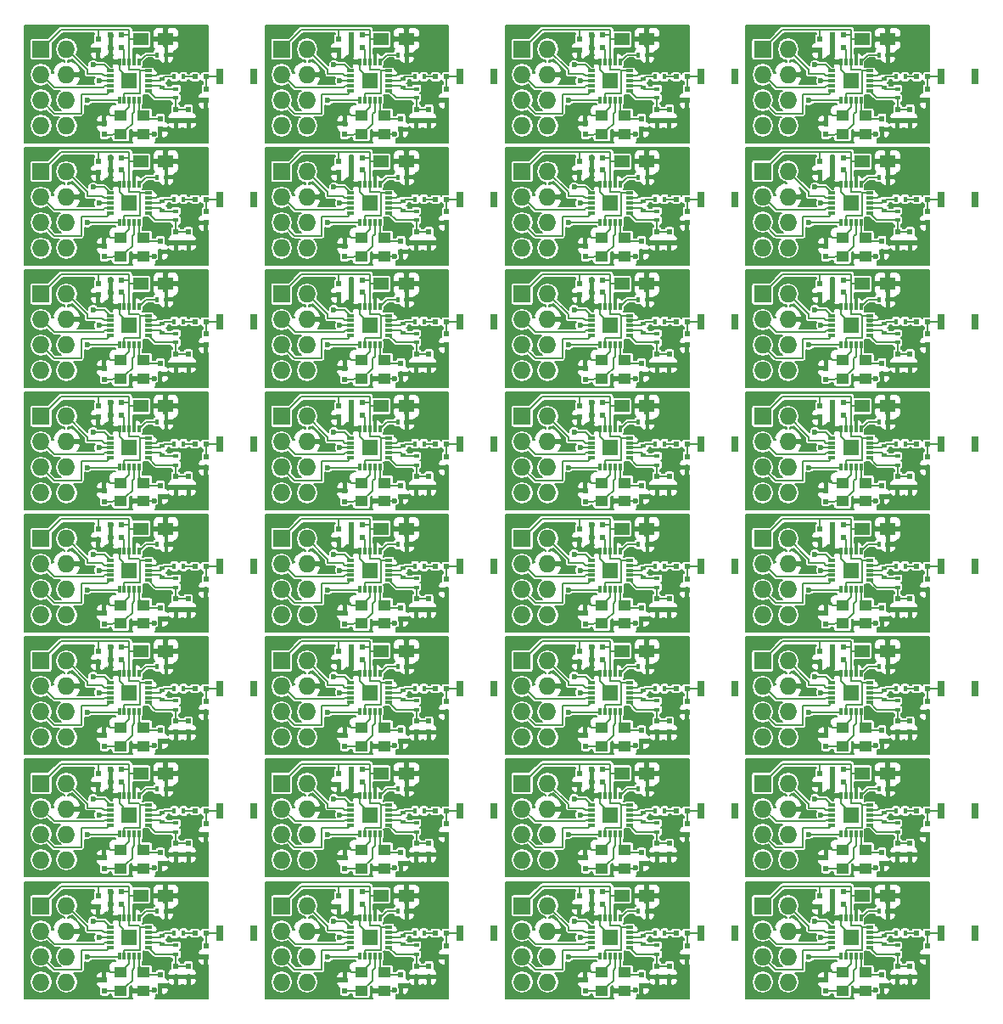
<source format=gtl>
G04 #@! TF.FileFunction,Copper,L1,Top,Signal*
%FSLAX46Y46*%
G04 Gerber Fmt 4.6, Leading zero omitted, Abs format (unit mm)*
G04 Created by KiCad (PCBNEW 4.0.2+e4-6225~38~ubuntu14.04.1-stable) date Fri 01 Jul 2016 09:40:48 PM CDT*
%MOMM*%
G01*
G04 APERTURE LIST*
%ADD10C,0.100000*%
%ADD11R,0.800000X1.600000*%
%ADD12R,1.300000X1.050000*%
%ADD13R,0.300000X0.700000*%
%ADD14R,0.700000X0.300000*%
%ADD15R,1.500000X1.500000*%
%ADD16R,0.400000X0.600000*%
%ADD17R,0.600000X0.400000*%
%ADD18R,0.500000X0.600000*%
%ADD19R,0.600000X0.500000*%
%ADD20R,1.500000X1.250000*%
%ADD21R,1.727200X1.727200*%
%ADD22O,1.727200X1.727200*%
%ADD23C,0.600000*%
%ADD24C,0.200000*%
%ADD25C,0.153000*%
%ADD26C,0.160000*%
G04 APERTURE END LIST*
D10*
D11*
X95700000Y-108800000D03*
X92300000Y-108800000D03*
D12*
X84750000Y-112675000D03*
X84750000Y-114525000D03*
X82450000Y-114525000D03*
X82450000Y-112675000D03*
D13*
X84300000Y-107300000D03*
X83800000Y-107300000D03*
X83300000Y-107300000D03*
X82800000Y-107300000D03*
X82300000Y-107300000D03*
D14*
X85200000Y-108200000D03*
X85200000Y-108700000D03*
X85200000Y-109200000D03*
X85200000Y-109700000D03*
X85200000Y-110200000D03*
D13*
X82300000Y-111100000D03*
X82800000Y-111100000D03*
X83300000Y-111100000D03*
X83800000Y-111100000D03*
X84300000Y-111100000D03*
D14*
X81400000Y-110200000D03*
X81400000Y-109700000D03*
X81400000Y-109200000D03*
X81400000Y-108700000D03*
X81400000Y-108200000D03*
D15*
X83300000Y-109200000D03*
D16*
X87000000Y-106600000D03*
X86100000Y-106600000D03*
D17*
X87950000Y-110000000D03*
X87950000Y-110900000D03*
D16*
X87800000Y-108800000D03*
X88700000Y-108800000D03*
D17*
X86600000Y-109000000D03*
X86600000Y-109900000D03*
D18*
X90950000Y-111150000D03*
X90950000Y-110050000D03*
D19*
X90950000Y-108800000D03*
X89850000Y-108800000D03*
D18*
X89200000Y-112050000D03*
X89200000Y-113150000D03*
X87950000Y-112050000D03*
X87950000Y-113150000D03*
D19*
X82550000Y-104650000D03*
X81450000Y-104650000D03*
D18*
X80200000Y-105050000D03*
X80200000Y-106150000D03*
X86400000Y-112950000D03*
X86400000Y-114050000D03*
X80800000Y-114550000D03*
X80800000Y-113450000D03*
D19*
X82550000Y-105900000D03*
X81450000Y-105900000D03*
D20*
X84450000Y-105050000D03*
X86950000Y-105050000D03*
X108450000Y-105050000D03*
X110950000Y-105050000D03*
D19*
X106550000Y-105900000D03*
X105450000Y-105900000D03*
D18*
X104800000Y-114550000D03*
X104800000Y-113450000D03*
X110400000Y-112950000D03*
X110400000Y-114050000D03*
X104200000Y-105050000D03*
X104200000Y-106150000D03*
D19*
X106550000Y-104650000D03*
X105450000Y-104650000D03*
D18*
X111950000Y-112050000D03*
X111950000Y-113150000D03*
X113200000Y-112050000D03*
X113200000Y-113150000D03*
D19*
X114950000Y-108800000D03*
X113850000Y-108800000D03*
D18*
X114950000Y-111150000D03*
X114950000Y-110050000D03*
D17*
X110600000Y-109000000D03*
X110600000Y-109900000D03*
D16*
X111800000Y-108800000D03*
X112700000Y-108800000D03*
D17*
X111950000Y-110000000D03*
X111950000Y-110900000D03*
D16*
X111000000Y-106600000D03*
X110100000Y-106600000D03*
D13*
X108300000Y-107300000D03*
X107800000Y-107300000D03*
X107300000Y-107300000D03*
X106800000Y-107300000D03*
X106300000Y-107300000D03*
D14*
X109200000Y-108200000D03*
X109200000Y-108700000D03*
X109200000Y-109200000D03*
X109200000Y-109700000D03*
X109200000Y-110200000D03*
D13*
X106300000Y-111100000D03*
X106800000Y-111100000D03*
X107300000Y-111100000D03*
X107800000Y-111100000D03*
X108300000Y-111100000D03*
D14*
X105400000Y-110200000D03*
X105400000Y-109700000D03*
X105400000Y-109200000D03*
X105400000Y-108700000D03*
X105400000Y-108200000D03*
D15*
X107300000Y-109200000D03*
D12*
X108750000Y-112675000D03*
X108750000Y-114525000D03*
X106450000Y-114525000D03*
X106450000Y-112675000D03*
D11*
X119700000Y-108800000D03*
X116300000Y-108800000D03*
X143700000Y-108800000D03*
X140300000Y-108800000D03*
D12*
X132750000Y-112675000D03*
X132750000Y-114525000D03*
X130450000Y-114525000D03*
X130450000Y-112675000D03*
D13*
X132300000Y-107300000D03*
X131800000Y-107300000D03*
X131300000Y-107300000D03*
X130800000Y-107300000D03*
X130300000Y-107300000D03*
D14*
X133200000Y-108200000D03*
X133200000Y-108700000D03*
X133200000Y-109200000D03*
X133200000Y-109700000D03*
X133200000Y-110200000D03*
D13*
X130300000Y-111100000D03*
X130800000Y-111100000D03*
X131300000Y-111100000D03*
X131800000Y-111100000D03*
X132300000Y-111100000D03*
D14*
X129400000Y-110200000D03*
X129400000Y-109700000D03*
X129400000Y-109200000D03*
X129400000Y-108700000D03*
X129400000Y-108200000D03*
D15*
X131300000Y-109200000D03*
D16*
X135000000Y-106600000D03*
X134100000Y-106600000D03*
D17*
X135950000Y-110000000D03*
X135950000Y-110900000D03*
D16*
X135800000Y-108800000D03*
X136700000Y-108800000D03*
D17*
X134600000Y-109000000D03*
X134600000Y-109900000D03*
D18*
X138950000Y-111150000D03*
X138950000Y-110050000D03*
D19*
X138950000Y-108800000D03*
X137850000Y-108800000D03*
D18*
X137200000Y-112050000D03*
X137200000Y-113150000D03*
X135950000Y-112050000D03*
X135950000Y-113150000D03*
D19*
X130550000Y-104650000D03*
X129450000Y-104650000D03*
D18*
X128200000Y-105050000D03*
X128200000Y-106150000D03*
X134400000Y-112950000D03*
X134400000Y-114050000D03*
X128800000Y-114550000D03*
X128800000Y-113450000D03*
D19*
X130550000Y-105900000D03*
X129450000Y-105900000D03*
D20*
X132450000Y-105050000D03*
X134950000Y-105050000D03*
X156450000Y-105050000D03*
X158950000Y-105050000D03*
D19*
X154550000Y-105900000D03*
X153450000Y-105900000D03*
D18*
X152800000Y-114550000D03*
X152800000Y-113450000D03*
X158400000Y-112950000D03*
X158400000Y-114050000D03*
X152200000Y-105050000D03*
X152200000Y-106150000D03*
D19*
X154550000Y-104650000D03*
X153450000Y-104650000D03*
D18*
X159950000Y-112050000D03*
X159950000Y-113150000D03*
X161200000Y-112050000D03*
X161200000Y-113150000D03*
D19*
X162950000Y-108800000D03*
X161850000Y-108800000D03*
D18*
X162950000Y-111150000D03*
X162950000Y-110050000D03*
D17*
X158600000Y-109000000D03*
X158600000Y-109900000D03*
D16*
X159800000Y-108800000D03*
X160700000Y-108800000D03*
D17*
X159950000Y-110000000D03*
X159950000Y-110900000D03*
D16*
X159000000Y-106600000D03*
X158100000Y-106600000D03*
D13*
X156300000Y-107300000D03*
X155800000Y-107300000D03*
X155300000Y-107300000D03*
X154800000Y-107300000D03*
X154300000Y-107300000D03*
D14*
X157200000Y-108200000D03*
X157200000Y-108700000D03*
X157200000Y-109200000D03*
X157200000Y-109700000D03*
X157200000Y-110200000D03*
D13*
X154300000Y-111100000D03*
X154800000Y-111100000D03*
X155300000Y-111100000D03*
X155800000Y-111100000D03*
X156300000Y-111100000D03*
D14*
X153400000Y-110200000D03*
X153400000Y-109700000D03*
X153400000Y-109200000D03*
X153400000Y-108700000D03*
X153400000Y-108200000D03*
D15*
X155300000Y-109200000D03*
D12*
X156750000Y-112675000D03*
X156750000Y-114525000D03*
X154450000Y-114525000D03*
X154450000Y-112675000D03*
D11*
X167700000Y-108800000D03*
X164300000Y-108800000D03*
X167700000Y-121000000D03*
X164300000Y-121000000D03*
D12*
X156750000Y-124875000D03*
X156750000Y-126725000D03*
X154450000Y-126725000D03*
X154450000Y-124875000D03*
D13*
X156300000Y-119500000D03*
X155800000Y-119500000D03*
X155300000Y-119500000D03*
X154800000Y-119500000D03*
X154300000Y-119500000D03*
D14*
X157200000Y-120400000D03*
X157200000Y-120900000D03*
X157200000Y-121400000D03*
X157200000Y-121900000D03*
X157200000Y-122400000D03*
D13*
X154300000Y-123300000D03*
X154800000Y-123300000D03*
X155300000Y-123300000D03*
X155800000Y-123300000D03*
X156300000Y-123300000D03*
D14*
X153400000Y-122400000D03*
X153400000Y-121900000D03*
X153400000Y-121400000D03*
X153400000Y-120900000D03*
X153400000Y-120400000D03*
D15*
X155300000Y-121400000D03*
D16*
X159000000Y-118800000D03*
X158100000Y-118800000D03*
D17*
X159950000Y-122200000D03*
X159950000Y-123100000D03*
D16*
X159800000Y-121000000D03*
X160700000Y-121000000D03*
D17*
X158600000Y-121200000D03*
X158600000Y-122100000D03*
D18*
X162950000Y-123350000D03*
X162950000Y-122250000D03*
D19*
X162950000Y-121000000D03*
X161850000Y-121000000D03*
D18*
X161200000Y-124250000D03*
X161200000Y-125350000D03*
X159950000Y-124250000D03*
X159950000Y-125350000D03*
D19*
X154550000Y-116850000D03*
X153450000Y-116850000D03*
D18*
X152200000Y-117250000D03*
X152200000Y-118350000D03*
X158400000Y-125150000D03*
X158400000Y-126250000D03*
X152800000Y-126750000D03*
X152800000Y-125650000D03*
D19*
X154550000Y-118100000D03*
X153450000Y-118100000D03*
D20*
X156450000Y-117250000D03*
X158950000Y-117250000D03*
X132450000Y-117250000D03*
X134950000Y-117250000D03*
D19*
X130550000Y-118100000D03*
X129450000Y-118100000D03*
D18*
X128800000Y-126750000D03*
X128800000Y-125650000D03*
X134400000Y-125150000D03*
X134400000Y-126250000D03*
X128200000Y-117250000D03*
X128200000Y-118350000D03*
D19*
X130550000Y-116850000D03*
X129450000Y-116850000D03*
D18*
X135950000Y-124250000D03*
X135950000Y-125350000D03*
X137200000Y-124250000D03*
X137200000Y-125350000D03*
D19*
X138950000Y-121000000D03*
X137850000Y-121000000D03*
D18*
X138950000Y-123350000D03*
X138950000Y-122250000D03*
D17*
X134600000Y-121200000D03*
X134600000Y-122100000D03*
D16*
X135800000Y-121000000D03*
X136700000Y-121000000D03*
D17*
X135950000Y-122200000D03*
X135950000Y-123100000D03*
D16*
X135000000Y-118800000D03*
X134100000Y-118800000D03*
D13*
X132300000Y-119500000D03*
X131800000Y-119500000D03*
X131300000Y-119500000D03*
X130800000Y-119500000D03*
X130300000Y-119500000D03*
D14*
X133200000Y-120400000D03*
X133200000Y-120900000D03*
X133200000Y-121400000D03*
X133200000Y-121900000D03*
X133200000Y-122400000D03*
D13*
X130300000Y-123300000D03*
X130800000Y-123300000D03*
X131300000Y-123300000D03*
X131800000Y-123300000D03*
X132300000Y-123300000D03*
D14*
X129400000Y-122400000D03*
X129400000Y-121900000D03*
X129400000Y-121400000D03*
X129400000Y-120900000D03*
X129400000Y-120400000D03*
D15*
X131300000Y-121400000D03*
D12*
X132750000Y-124875000D03*
X132750000Y-126725000D03*
X130450000Y-126725000D03*
X130450000Y-124875000D03*
D11*
X143700000Y-121000000D03*
X140300000Y-121000000D03*
X119700000Y-121000000D03*
X116300000Y-121000000D03*
D12*
X108750000Y-124875000D03*
X108750000Y-126725000D03*
X106450000Y-126725000D03*
X106450000Y-124875000D03*
D13*
X108300000Y-119500000D03*
X107800000Y-119500000D03*
X107300000Y-119500000D03*
X106800000Y-119500000D03*
X106300000Y-119500000D03*
D14*
X109200000Y-120400000D03*
X109200000Y-120900000D03*
X109200000Y-121400000D03*
X109200000Y-121900000D03*
X109200000Y-122400000D03*
D13*
X106300000Y-123300000D03*
X106800000Y-123300000D03*
X107300000Y-123300000D03*
X107800000Y-123300000D03*
X108300000Y-123300000D03*
D14*
X105400000Y-122400000D03*
X105400000Y-121900000D03*
X105400000Y-121400000D03*
X105400000Y-120900000D03*
X105400000Y-120400000D03*
D15*
X107300000Y-121400000D03*
D16*
X111000000Y-118800000D03*
X110100000Y-118800000D03*
D17*
X111950000Y-122200000D03*
X111950000Y-123100000D03*
D16*
X111800000Y-121000000D03*
X112700000Y-121000000D03*
D17*
X110600000Y-121200000D03*
X110600000Y-122100000D03*
D18*
X114950000Y-123350000D03*
X114950000Y-122250000D03*
D19*
X114950000Y-121000000D03*
X113850000Y-121000000D03*
D18*
X113200000Y-124250000D03*
X113200000Y-125350000D03*
X111950000Y-124250000D03*
X111950000Y-125350000D03*
D19*
X106550000Y-116850000D03*
X105450000Y-116850000D03*
D18*
X104200000Y-117250000D03*
X104200000Y-118350000D03*
X110400000Y-125150000D03*
X110400000Y-126250000D03*
X104800000Y-126750000D03*
X104800000Y-125650000D03*
D19*
X106550000Y-118100000D03*
X105450000Y-118100000D03*
D20*
X108450000Y-117250000D03*
X110950000Y-117250000D03*
X84450000Y-117250000D03*
X86950000Y-117250000D03*
D19*
X82550000Y-118100000D03*
X81450000Y-118100000D03*
D18*
X80800000Y-126750000D03*
X80800000Y-125650000D03*
X86400000Y-125150000D03*
X86400000Y-126250000D03*
X80200000Y-117250000D03*
X80200000Y-118350000D03*
D19*
X82550000Y-116850000D03*
X81450000Y-116850000D03*
D18*
X87950000Y-124250000D03*
X87950000Y-125350000D03*
X89200000Y-124250000D03*
X89200000Y-125350000D03*
D19*
X90950000Y-121000000D03*
X89850000Y-121000000D03*
D18*
X90950000Y-123350000D03*
X90950000Y-122250000D03*
D17*
X86600000Y-121200000D03*
X86600000Y-122100000D03*
D16*
X87800000Y-121000000D03*
X88700000Y-121000000D03*
D17*
X87950000Y-122200000D03*
X87950000Y-123100000D03*
D16*
X87000000Y-118800000D03*
X86100000Y-118800000D03*
D13*
X84300000Y-119500000D03*
X83800000Y-119500000D03*
X83300000Y-119500000D03*
X82800000Y-119500000D03*
X82300000Y-119500000D03*
D14*
X85200000Y-120400000D03*
X85200000Y-120900000D03*
X85200000Y-121400000D03*
X85200000Y-121900000D03*
X85200000Y-122400000D03*
D13*
X82300000Y-123300000D03*
X82800000Y-123300000D03*
X83300000Y-123300000D03*
X83800000Y-123300000D03*
X84300000Y-123300000D03*
D14*
X81400000Y-122400000D03*
X81400000Y-121900000D03*
X81400000Y-121400000D03*
X81400000Y-120900000D03*
X81400000Y-120400000D03*
D15*
X83300000Y-121400000D03*
D12*
X84750000Y-124875000D03*
X84750000Y-126725000D03*
X82450000Y-126725000D03*
X82450000Y-124875000D03*
D11*
X95700000Y-121000000D03*
X92300000Y-121000000D03*
X95700000Y-145400000D03*
X92300000Y-145400000D03*
D12*
X84750000Y-149275000D03*
X84750000Y-151125000D03*
X82450000Y-151125000D03*
X82450000Y-149275000D03*
D13*
X84300000Y-143900000D03*
X83800000Y-143900000D03*
X83300000Y-143900000D03*
X82800000Y-143900000D03*
X82300000Y-143900000D03*
D14*
X85200000Y-144800000D03*
X85200000Y-145300000D03*
X85200000Y-145800000D03*
X85200000Y-146300000D03*
X85200000Y-146800000D03*
D13*
X82300000Y-147700000D03*
X82800000Y-147700000D03*
X83300000Y-147700000D03*
X83800000Y-147700000D03*
X84300000Y-147700000D03*
D14*
X81400000Y-146800000D03*
X81400000Y-146300000D03*
X81400000Y-145800000D03*
X81400000Y-145300000D03*
X81400000Y-144800000D03*
D15*
X83300000Y-145800000D03*
D16*
X87000000Y-143200000D03*
X86100000Y-143200000D03*
D17*
X87950000Y-146600000D03*
X87950000Y-147500000D03*
D16*
X87800000Y-145400000D03*
X88700000Y-145400000D03*
D17*
X86600000Y-145600000D03*
X86600000Y-146500000D03*
D18*
X90950000Y-147750000D03*
X90950000Y-146650000D03*
D19*
X90950000Y-145400000D03*
X89850000Y-145400000D03*
D18*
X89200000Y-148650000D03*
X89200000Y-149750000D03*
X87950000Y-148650000D03*
X87950000Y-149750000D03*
D19*
X82550000Y-141250000D03*
X81450000Y-141250000D03*
D18*
X80200000Y-141650000D03*
X80200000Y-142750000D03*
X86400000Y-149550000D03*
X86400000Y-150650000D03*
X80800000Y-151150000D03*
X80800000Y-150050000D03*
D19*
X82550000Y-142500000D03*
X81450000Y-142500000D03*
D20*
X84450000Y-141650000D03*
X86950000Y-141650000D03*
X108450000Y-141650000D03*
X110950000Y-141650000D03*
D19*
X106550000Y-142500000D03*
X105450000Y-142500000D03*
D18*
X104800000Y-151150000D03*
X104800000Y-150050000D03*
X110400000Y-149550000D03*
X110400000Y-150650000D03*
X104200000Y-141650000D03*
X104200000Y-142750000D03*
D19*
X106550000Y-141250000D03*
X105450000Y-141250000D03*
D18*
X111950000Y-148650000D03*
X111950000Y-149750000D03*
X113200000Y-148650000D03*
X113200000Y-149750000D03*
D19*
X114950000Y-145400000D03*
X113850000Y-145400000D03*
D18*
X114950000Y-147750000D03*
X114950000Y-146650000D03*
D17*
X110600000Y-145600000D03*
X110600000Y-146500000D03*
D16*
X111800000Y-145400000D03*
X112700000Y-145400000D03*
D17*
X111950000Y-146600000D03*
X111950000Y-147500000D03*
D16*
X111000000Y-143200000D03*
X110100000Y-143200000D03*
D13*
X108300000Y-143900000D03*
X107800000Y-143900000D03*
X107300000Y-143900000D03*
X106800000Y-143900000D03*
X106300000Y-143900000D03*
D14*
X109200000Y-144800000D03*
X109200000Y-145300000D03*
X109200000Y-145800000D03*
X109200000Y-146300000D03*
X109200000Y-146800000D03*
D13*
X106300000Y-147700000D03*
X106800000Y-147700000D03*
X107300000Y-147700000D03*
X107800000Y-147700000D03*
X108300000Y-147700000D03*
D14*
X105400000Y-146800000D03*
X105400000Y-146300000D03*
X105400000Y-145800000D03*
X105400000Y-145300000D03*
X105400000Y-144800000D03*
D15*
X107300000Y-145800000D03*
D12*
X108750000Y-149275000D03*
X108750000Y-151125000D03*
X106450000Y-151125000D03*
X106450000Y-149275000D03*
D11*
X119700000Y-145400000D03*
X116300000Y-145400000D03*
X143700000Y-145400000D03*
X140300000Y-145400000D03*
D12*
X132750000Y-149275000D03*
X132750000Y-151125000D03*
X130450000Y-151125000D03*
X130450000Y-149275000D03*
D13*
X132300000Y-143900000D03*
X131800000Y-143900000D03*
X131300000Y-143900000D03*
X130800000Y-143900000D03*
X130300000Y-143900000D03*
D14*
X133200000Y-144800000D03*
X133200000Y-145300000D03*
X133200000Y-145800000D03*
X133200000Y-146300000D03*
X133200000Y-146800000D03*
D13*
X130300000Y-147700000D03*
X130800000Y-147700000D03*
X131300000Y-147700000D03*
X131800000Y-147700000D03*
X132300000Y-147700000D03*
D14*
X129400000Y-146800000D03*
X129400000Y-146300000D03*
X129400000Y-145800000D03*
X129400000Y-145300000D03*
X129400000Y-144800000D03*
D15*
X131300000Y-145800000D03*
D16*
X135000000Y-143200000D03*
X134100000Y-143200000D03*
D17*
X135950000Y-146600000D03*
X135950000Y-147500000D03*
D16*
X135800000Y-145400000D03*
X136700000Y-145400000D03*
D17*
X134600000Y-145600000D03*
X134600000Y-146500000D03*
D18*
X138950000Y-147750000D03*
X138950000Y-146650000D03*
D19*
X138950000Y-145400000D03*
X137850000Y-145400000D03*
D18*
X137200000Y-148650000D03*
X137200000Y-149750000D03*
X135950000Y-148650000D03*
X135950000Y-149750000D03*
D19*
X130550000Y-141250000D03*
X129450000Y-141250000D03*
D18*
X128200000Y-141650000D03*
X128200000Y-142750000D03*
X134400000Y-149550000D03*
X134400000Y-150650000D03*
X128800000Y-151150000D03*
X128800000Y-150050000D03*
D19*
X130550000Y-142500000D03*
X129450000Y-142500000D03*
D20*
X132450000Y-141650000D03*
X134950000Y-141650000D03*
X156450000Y-141650000D03*
X158950000Y-141650000D03*
D19*
X154550000Y-142500000D03*
X153450000Y-142500000D03*
D18*
X152800000Y-151150000D03*
X152800000Y-150050000D03*
X158400000Y-149550000D03*
X158400000Y-150650000D03*
X152200000Y-141650000D03*
X152200000Y-142750000D03*
D19*
X154550000Y-141250000D03*
X153450000Y-141250000D03*
D18*
X159950000Y-148650000D03*
X159950000Y-149750000D03*
X161200000Y-148650000D03*
X161200000Y-149750000D03*
D19*
X162950000Y-145400000D03*
X161850000Y-145400000D03*
D18*
X162950000Y-147750000D03*
X162950000Y-146650000D03*
D17*
X158600000Y-145600000D03*
X158600000Y-146500000D03*
D16*
X159800000Y-145400000D03*
X160700000Y-145400000D03*
D17*
X159950000Y-146600000D03*
X159950000Y-147500000D03*
D16*
X159000000Y-143200000D03*
X158100000Y-143200000D03*
D13*
X156300000Y-143900000D03*
X155800000Y-143900000D03*
X155300000Y-143900000D03*
X154800000Y-143900000D03*
X154300000Y-143900000D03*
D14*
X157200000Y-144800000D03*
X157200000Y-145300000D03*
X157200000Y-145800000D03*
X157200000Y-146300000D03*
X157200000Y-146800000D03*
D13*
X154300000Y-147700000D03*
X154800000Y-147700000D03*
X155300000Y-147700000D03*
X155800000Y-147700000D03*
X156300000Y-147700000D03*
D14*
X153400000Y-146800000D03*
X153400000Y-146300000D03*
X153400000Y-145800000D03*
X153400000Y-145300000D03*
X153400000Y-144800000D03*
D15*
X155300000Y-145800000D03*
D12*
X156750000Y-149275000D03*
X156750000Y-151125000D03*
X154450000Y-151125000D03*
X154450000Y-149275000D03*
D11*
X167700000Y-145400000D03*
X164300000Y-145400000D03*
X167700000Y-133200000D03*
X164300000Y-133200000D03*
D12*
X156750000Y-137075000D03*
X156750000Y-138925000D03*
X154450000Y-138925000D03*
X154450000Y-137075000D03*
D13*
X156300000Y-131700000D03*
X155800000Y-131700000D03*
X155300000Y-131700000D03*
X154800000Y-131700000D03*
X154300000Y-131700000D03*
D14*
X157200000Y-132600000D03*
X157200000Y-133100000D03*
X157200000Y-133600000D03*
X157200000Y-134100000D03*
X157200000Y-134600000D03*
D13*
X154300000Y-135500000D03*
X154800000Y-135500000D03*
X155300000Y-135500000D03*
X155800000Y-135500000D03*
X156300000Y-135500000D03*
D14*
X153400000Y-134600000D03*
X153400000Y-134100000D03*
X153400000Y-133600000D03*
X153400000Y-133100000D03*
X153400000Y-132600000D03*
D15*
X155300000Y-133600000D03*
D16*
X159000000Y-131000000D03*
X158100000Y-131000000D03*
D17*
X159950000Y-134400000D03*
X159950000Y-135300000D03*
D16*
X159800000Y-133200000D03*
X160700000Y-133200000D03*
D17*
X158600000Y-133400000D03*
X158600000Y-134300000D03*
D18*
X162950000Y-135550000D03*
X162950000Y-134450000D03*
D19*
X162950000Y-133200000D03*
X161850000Y-133200000D03*
D18*
X161200000Y-136450000D03*
X161200000Y-137550000D03*
X159950000Y-136450000D03*
X159950000Y-137550000D03*
D19*
X154550000Y-129050000D03*
X153450000Y-129050000D03*
D18*
X152200000Y-129450000D03*
X152200000Y-130550000D03*
X158400000Y-137350000D03*
X158400000Y-138450000D03*
X152800000Y-138950000D03*
X152800000Y-137850000D03*
D19*
X154550000Y-130300000D03*
X153450000Y-130300000D03*
D20*
X156450000Y-129450000D03*
X158950000Y-129450000D03*
X132450000Y-129450000D03*
X134950000Y-129450000D03*
D19*
X130550000Y-130300000D03*
X129450000Y-130300000D03*
D18*
X128800000Y-138950000D03*
X128800000Y-137850000D03*
X134400000Y-137350000D03*
X134400000Y-138450000D03*
X128200000Y-129450000D03*
X128200000Y-130550000D03*
D19*
X130550000Y-129050000D03*
X129450000Y-129050000D03*
D18*
X135950000Y-136450000D03*
X135950000Y-137550000D03*
X137200000Y-136450000D03*
X137200000Y-137550000D03*
D19*
X138950000Y-133200000D03*
X137850000Y-133200000D03*
D18*
X138950000Y-135550000D03*
X138950000Y-134450000D03*
D17*
X134600000Y-133400000D03*
X134600000Y-134300000D03*
D16*
X135800000Y-133200000D03*
X136700000Y-133200000D03*
D17*
X135950000Y-134400000D03*
X135950000Y-135300000D03*
D16*
X135000000Y-131000000D03*
X134100000Y-131000000D03*
D13*
X132300000Y-131700000D03*
X131800000Y-131700000D03*
X131300000Y-131700000D03*
X130800000Y-131700000D03*
X130300000Y-131700000D03*
D14*
X133200000Y-132600000D03*
X133200000Y-133100000D03*
X133200000Y-133600000D03*
X133200000Y-134100000D03*
X133200000Y-134600000D03*
D13*
X130300000Y-135500000D03*
X130800000Y-135500000D03*
X131300000Y-135500000D03*
X131800000Y-135500000D03*
X132300000Y-135500000D03*
D14*
X129400000Y-134600000D03*
X129400000Y-134100000D03*
X129400000Y-133600000D03*
X129400000Y-133100000D03*
X129400000Y-132600000D03*
D15*
X131300000Y-133600000D03*
D12*
X132750000Y-137075000D03*
X132750000Y-138925000D03*
X130450000Y-138925000D03*
X130450000Y-137075000D03*
D11*
X143700000Y-133200000D03*
X140300000Y-133200000D03*
X119700000Y-133200000D03*
X116300000Y-133200000D03*
D12*
X108750000Y-137075000D03*
X108750000Y-138925000D03*
X106450000Y-138925000D03*
X106450000Y-137075000D03*
D13*
X108300000Y-131700000D03*
X107800000Y-131700000D03*
X107300000Y-131700000D03*
X106800000Y-131700000D03*
X106300000Y-131700000D03*
D14*
X109200000Y-132600000D03*
X109200000Y-133100000D03*
X109200000Y-133600000D03*
X109200000Y-134100000D03*
X109200000Y-134600000D03*
D13*
X106300000Y-135500000D03*
X106800000Y-135500000D03*
X107300000Y-135500000D03*
X107800000Y-135500000D03*
X108300000Y-135500000D03*
D14*
X105400000Y-134600000D03*
X105400000Y-134100000D03*
X105400000Y-133600000D03*
X105400000Y-133100000D03*
X105400000Y-132600000D03*
D15*
X107300000Y-133600000D03*
D16*
X111000000Y-131000000D03*
X110100000Y-131000000D03*
D17*
X111950000Y-134400000D03*
X111950000Y-135300000D03*
D16*
X111800000Y-133200000D03*
X112700000Y-133200000D03*
D17*
X110600000Y-133400000D03*
X110600000Y-134300000D03*
D18*
X114950000Y-135550000D03*
X114950000Y-134450000D03*
D19*
X114950000Y-133200000D03*
X113850000Y-133200000D03*
D18*
X113200000Y-136450000D03*
X113200000Y-137550000D03*
X111950000Y-136450000D03*
X111950000Y-137550000D03*
D19*
X106550000Y-129050000D03*
X105450000Y-129050000D03*
D18*
X104200000Y-129450000D03*
X104200000Y-130550000D03*
X110400000Y-137350000D03*
X110400000Y-138450000D03*
X104800000Y-138950000D03*
X104800000Y-137850000D03*
D19*
X106550000Y-130300000D03*
X105450000Y-130300000D03*
D20*
X108450000Y-129450000D03*
X110950000Y-129450000D03*
X84450000Y-129450000D03*
X86950000Y-129450000D03*
D19*
X82550000Y-130300000D03*
X81450000Y-130300000D03*
D18*
X80800000Y-138950000D03*
X80800000Y-137850000D03*
X86400000Y-137350000D03*
X86400000Y-138450000D03*
X80200000Y-129450000D03*
X80200000Y-130550000D03*
D19*
X82550000Y-129050000D03*
X81450000Y-129050000D03*
D18*
X87950000Y-136450000D03*
X87950000Y-137550000D03*
X89200000Y-136450000D03*
X89200000Y-137550000D03*
D19*
X90950000Y-133200000D03*
X89850000Y-133200000D03*
D18*
X90950000Y-135550000D03*
X90950000Y-134450000D03*
D17*
X86600000Y-133400000D03*
X86600000Y-134300000D03*
D16*
X87800000Y-133200000D03*
X88700000Y-133200000D03*
D17*
X87950000Y-134400000D03*
X87950000Y-135300000D03*
D16*
X87000000Y-131000000D03*
X86100000Y-131000000D03*
D13*
X84300000Y-131700000D03*
X83800000Y-131700000D03*
X83300000Y-131700000D03*
X82800000Y-131700000D03*
X82300000Y-131700000D03*
D14*
X85200000Y-132600000D03*
X85200000Y-133100000D03*
X85200000Y-133600000D03*
X85200000Y-134100000D03*
X85200000Y-134600000D03*
D13*
X82300000Y-135500000D03*
X82800000Y-135500000D03*
X83300000Y-135500000D03*
X83800000Y-135500000D03*
X84300000Y-135500000D03*
D14*
X81400000Y-134600000D03*
X81400000Y-134100000D03*
X81400000Y-133600000D03*
X81400000Y-133100000D03*
X81400000Y-132600000D03*
D15*
X83300000Y-133600000D03*
D12*
X84750000Y-137075000D03*
X84750000Y-138925000D03*
X82450000Y-138925000D03*
X82450000Y-137075000D03*
D11*
X95700000Y-133200000D03*
X92300000Y-133200000D03*
X95700000Y-84400000D03*
X92300000Y-84400000D03*
D12*
X84750000Y-88275000D03*
X84750000Y-90125000D03*
X82450000Y-90125000D03*
X82450000Y-88275000D03*
D13*
X84300000Y-82900000D03*
X83800000Y-82900000D03*
X83300000Y-82900000D03*
X82800000Y-82900000D03*
X82300000Y-82900000D03*
D14*
X85200000Y-83800000D03*
X85200000Y-84300000D03*
X85200000Y-84800000D03*
X85200000Y-85300000D03*
X85200000Y-85800000D03*
D13*
X82300000Y-86700000D03*
X82800000Y-86700000D03*
X83300000Y-86700000D03*
X83800000Y-86700000D03*
X84300000Y-86700000D03*
D14*
X81400000Y-85800000D03*
X81400000Y-85300000D03*
X81400000Y-84800000D03*
X81400000Y-84300000D03*
X81400000Y-83800000D03*
D15*
X83300000Y-84800000D03*
D16*
X87000000Y-82200000D03*
X86100000Y-82200000D03*
D17*
X87950000Y-85600000D03*
X87950000Y-86500000D03*
D16*
X87800000Y-84400000D03*
X88700000Y-84400000D03*
D17*
X86600000Y-84600000D03*
X86600000Y-85500000D03*
D18*
X90950000Y-86750000D03*
X90950000Y-85650000D03*
D19*
X90950000Y-84400000D03*
X89850000Y-84400000D03*
D18*
X89200000Y-87650000D03*
X89200000Y-88750000D03*
X87950000Y-87650000D03*
X87950000Y-88750000D03*
D19*
X82550000Y-80250000D03*
X81450000Y-80250000D03*
D18*
X80200000Y-80650000D03*
X80200000Y-81750000D03*
X86400000Y-88550000D03*
X86400000Y-89650000D03*
X80800000Y-90150000D03*
X80800000Y-89050000D03*
D19*
X82550000Y-81500000D03*
X81450000Y-81500000D03*
D20*
X84450000Y-80650000D03*
X86950000Y-80650000D03*
X108450000Y-80650000D03*
X110950000Y-80650000D03*
D19*
X106550000Y-81500000D03*
X105450000Y-81500000D03*
D18*
X104800000Y-90150000D03*
X104800000Y-89050000D03*
X110400000Y-88550000D03*
X110400000Y-89650000D03*
X104200000Y-80650000D03*
X104200000Y-81750000D03*
D19*
X106550000Y-80250000D03*
X105450000Y-80250000D03*
D18*
X111950000Y-87650000D03*
X111950000Y-88750000D03*
X113200000Y-87650000D03*
X113200000Y-88750000D03*
D19*
X114950000Y-84400000D03*
X113850000Y-84400000D03*
D18*
X114950000Y-86750000D03*
X114950000Y-85650000D03*
D17*
X110600000Y-84600000D03*
X110600000Y-85500000D03*
D16*
X111800000Y-84400000D03*
X112700000Y-84400000D03*
D17*
X111950000Y-85600000D03*
X111950000Y-86500000D03*
D16*
X111000000Y-82200000D03*
X110100000Y-82200000D03*
D13*
X108300000Y-82900000D03*
X107800000Y-82900000D03*
X107300000Y-82900000D03*
X106800000Y-82900000D03*
X106300000Y-82900000D03*
D14*
X109200000Y-83800000D03*
X109200000Y-84300000D03*
X109200000Y-84800000D03*
X109200000Y-85300000D03*
X109200000Y-85800000D03*
D13*
X106300000Y-86700000D03*
X106800000Y-86700000D03*
X107300000Y-86700000D03*
X107800000Y-86700000D03*
X108300000Y-86700000D03*
D14*
X105400000Y-85800000D03*
X105400000Y-85300000D03*
X105400000Y-84800000D03*
X105400000Y-84300000D03*
X105400000Y-83800000D03*
D15*
X107300000Y-84800000D03*
D12*
X108750000Y-88275000D03*
X108750000Y-90125000D03*
X106450000Y-90125000D03*
X106450000Y-88275000D03*
D11*
X119700000Y-84400000D03*
X116300000Y-84400000D03*
X143700000Y-84400000D03*
X140300000Y-84400000D03*
D12*
X132750000Y-88275000D03*
X132750000Y-90125000D03*
X130450000Y-90125000D03*
X130450000Y-88275000D03*
D13*
X132300000Y-82900000D03*
X131800000Y-82900000D03*
X131300000Y-82900000D03*
X130800000Y-82900000D03*
X130300000Y-82900000D03*
D14*
X133200000Y-83800000D03*
X133200000Y-84300000D03*
X133200000Y-84800000D03*
X133200000Y-85300000D03*
X133200000Y-85800000D03*
D13*
X130300000Y-86700000D03*
X130800000Y-86700000D03*
X131300000Y-86700000D03*
X131800000Y-86700000D03*
X132300000Y-86700000D03*
D14*
X129400000Y-85800000D03*
X129400000Y-85300000D03*
X129400000Y-84800000D03*
X129400000Y-84300000D03*
X129400000Y-83800000D03*
D15*
X131300000Y-84800000D03*
D16*
X135000000Y-82200000D03*
X134100000Y-82200000D03*
D17*
X135950000Y-85600000D03*
X135950000Y-86500000D03*
D16*
X135800000Y-84400000D03*
X136700000Y-84400000D03*
D17*
X134600000Y-84600000D03*
X134600000Y-85500000D03*
D18*
X138950000Y-86750000D03*
X138950000Y-85650000D03*
D19*
X138950000Y-84400000D03*
X137850000Y-84400000D03*
D18*
X137200000Y-87650000D03*
X137200000Y-88750000D03*
X135950000Y-87650000D03*
X135950000Y-88750000D03*
D19*
X130550000Y-80250000D03*
X129450000Y-80250000D03*
D18*
X128200000Y-80650000D03*
X128200000Y-81750000D03*
X134400000Y-88550000D03*
X134400000Y-89650000D03*
X128800000Y-90150000D03*
X128800000Y-89050000D03*
D19*
X130550000Y-81500000D03*
X129450000Y-81500000D03*
D20*
X132450000Y-80650000D03*
X134950000Y-80650000D03*
X156450000Y-80650000D03*
X158950000Y-80650000D03*
D19*
X154550000Y-81500000D03*
X153450000Y-81500000D03*
D18*
X152800000Y-90150000D03*
X152800000Y-89050000D03*
X158400000Y-88550000D03*
X158400000Y-89650000D03*
X152200000Y-80650000D03*
X152200000Y-81750000D03*
D19*
X154550000Y-80250000D03*
X153450000Y-80250000D03*
D18*
X159950000Y-87650000D03*
X159950000Y-88750000D03*
X161200000Y-87650000D03*
X161200000Y-88750000D03*
D19*
X162950000Y-84400000D03*
X161850000Y-84400000D03*
D18*
X162950000Y-86750000D03*
X162950000Y-85650000D03*
D17*
X158600000Y-84600000D03*
X158600000Y-85500000D03*
D16*
X159800000Y-84400000D03*
X160700000Y-84400000D03*
D17*
X159950000Y-85600000D03*
X159950000Y-86500000D03*
D16*
X159000000Y-82200000D03*
X158100000Y-82200000D03*
D13*
X156300000Y-82900000D03*
X155800000Y-82900000D03*
X155300000Y-82900000D03*
X154800000Y-82900000D03*
X154300000Y-82900000D03*
D14*
X157200000Y-83800000D03*
X157200000Y-84300000D03*
X157200000Y-84800000D03*
X157200000Y-85300000D03*
X157200000Y-85800000D03*
D13*
X154300000Y-86700000D03*
X154800000Y-86700000D03*
X155300000Y-86700000D03*
X155800000Y-86700000D03*
X156300000Y-86700000D03*
D14*
X153400000Y-85800000D03*
X153400000Y-85300000D03*
X153400000Y-84800000D03*
X153400000Y-84300000D03*
X153400000Y-83800000D03*
D15*
X155300000Y-84800000D03*
D12*
X156750000Y-88275000D03*
X156750000Y-90125000D03*
X154450000Y-90125000D03*
X154450000Y-88275000D03*
D11*
X167700000Y-84400000D03*
X164300000Y-84400000D03*
X167700000Y-96600000D03*
X164300000Y-96600000D03*
D12*
X156750000Y-100475000D03*
X156750000Y-102325000D03*
X154450000Y-102325000D03*
X154450000Y-100475000D03*
D13*
X156300000Y-95100000D03*
X155800000Y-95100000D03*
X155300000Y-95100000D03*
X154800000Y-95100000D03*
X154300000Y-95100000D03*
D14*
X157200000Y-96000000D03*
X157200000Y-96500000D03*
X157200000Y-97000000D03*
X157200000Y-97500000D03*
X157200000Y-98000000D03*
D13*
X154300000Y-98900000D03*
X154800000Y-98900000D03*
X155300000Y-98900000D03*
X155800000Y-98900000D03*
X156300000Y-98900000D03*
D14*
X153400000Y-98000000D03*
X153400000Y-97500000D03*
X153400000Y-97000000D03*
X153400000Y-96500000D03*
X153400000Y-96000000D03*
D15*
X155300000Y-97000000D03*
D16*
X159000000Y-94400000D03*
X158100000Y-94400000D03*
D17*
X159950000Y-97800000D03*
X159950000Y-98700000D03*
D16*
X159800000Y-96600000D03*
X160700000Y-96600000D03*
D17*
X158600000Y-96800000D03*
X158600000Y-97700000D03*
D18*
X162950000Y-98950000D03*
X162950000Y-97850000D03*
D19*
X162950000Y-96600000D03*
X161850000Y-96600000D03*
D18*
X161200000Y-99850000D03*
X161200000Y-100950000D03*
X159950000Y-99850000D03*
X159950000Y-100950000D03*
D19*
X154550000Y-92450000D03*
X153450000Y-92450000D03*
D18*
X152200000Y-92850000D03*
X152200000Y-93950000D03*
X158400000Y-100750000D03*
X158400000Y-101850000D03*
X152800000Y-102350000D03*
X152800000Y-101250000D03*
D19*
X154550000Y-93700000D03*
X153450000Y-93700000D03*
D20*
X156450000Y-92850000D03*
X158950000Y-92850000D03*
X132450000Y-92850000D03*
X134950000Y-92850000D03*
D19*
X130550000Y-93700000D03*
X129450000Y-93700000D03*
D18*
X128800000Y-102350000D03*
X128800000Y-101250000D03*
X134400000Y-100750000D03*
X134400000Y-101850000D03*
X128200000Y-92850000D03*
X128200000Y-93950000D03*
D19*
X130550000Y-92450000D03*
X129450000Y-92450000D03*
D18*
X135950000Y-99850000D03*
X135950000Y-100950000D03*
X137200000Y-99850000D03*
X137200000Y-100950000D03*
D19*
X138950000Y-96600000D03*
X137850000Y-96600000D03*
D18*
X138950000Y-98950000D03*
X138950000Y-97850000D03*
D17*
X134600000Y-96800000D03*
X134600000Y-97700000D03*
D16*
X135800000Y-96600000D03*
X136700000Y-96600000D03*
D17*
X135950000Y-97800000D03*
X135950000Y-98700000D03*
D16*
X135000000Y-94400000D03*
X134100000Y-94400000D03*
D13*
X132300000Y-95100000D03*
X131800000Y-95100000D03*
X131300000Y-95100000D03*
X130800000Y-95100000D03*
X130300000Y-95100000D03*
D14*
X133200000Y-96000000D03*
X133200000Y-96500000D03*
X133200000Y-97000000D03*
X133200000Y-97500000D03*
X133200000Y-98000000D03*
D13*
X130300000Y-98900000D03*
X130800000Y-98900000D03*
X131300000Y-98900000D03*
X131800000Y-98900000D03*
X132300000Y-98900000D03*
D14*
X129400000Y-98000000D03*
X129400000Y-97500000D03*
X129400000Y-97000000D03*
X129400000Y-96500000D03*
X129400000Y-96000000D03*
D15*
X131300000Y-97000000D03*
D12*
X132750000Y-100475000D03*
X132750000Y-102325000D03*
X130450000Y-102325000D03*
X130450000Y-100475000D03*
D11*
X143700000Y-96600000D03*
X140300000Y-96600000D03*
X119700000Y-96600000D03*
X116300000Y-96600000D03*
D12*
X108750000Y-100475000D03*
X108750000Y-102325000D03*
X106450000Y-102325000D03*
X106450000Y-100475000D03*
D13*
X108300000Y-95100000D03*
X107800000Y-95100000D03*
X107300000Y-95100000D03*
X106800000Y-95100000D03*
X106300000Y-95100000D03*
D14*
X109200000Y-96000000D03*
X109200000Y-96500000D03*
X109200000Y-97000000D03*
X109200000Y-97500000D03*
X109200000Y-98000000D03*
D13*
X106300000Y-98900000D03*
X106800000Y-98900000D03*
X107300000Y-98900000D03*
X107800000Y-98900000D03*
X108300000Y-98900000D03*
D14*
X105400000Y-98000000D03*
X105400000Y-97500000D03*
X105400000Y-97000000D03*
X105400000Y-96500000D03*
X105400000Y-96000000D03*
D15*
X107300000Y-97000000D03*
D16*
X111000000Y-94400000D03*
X110100000Y-94400000D03*
D17*
X111950000Y-97800000D03*
X111950000Y-98700000D03*
D16*
X111800000Y-96600000D03*
X112700000Y-96600000D03*
D17*
X110600000Y-96800000D03*
X110600000Y-97700000D03*
D18*
X114950000Y-98950000D03*
X114950000Y-97850000D03*
D19*
X114950000Y-96600000D03*
X113850000Y-96600000D03*
D18*
X113200000Y-99850000D03*
X113200000Y-100950000D03*
X111950000Y-99850000D03*
X111950000Y-100950000D03*
D19*
X106550000Y-92450000D03*
X105450000Y-92450000D03*
D18*
X104200000Y-92850000D03*
X104200000Y-93950000D03*
X110400000Y-100750000D03*
X110400000Y-101850000D03*
X104800000Y-102350000D03*
X104800000Y-101250000D03*
D19*
X106550000Y-93700000D03*
X105450000Y-93700000D03*
D20*
X108450000Y-92850000D03*
X110950000Y-92850000D03*
X84450000Y-92850000D03*
X86950000Y-92850000D03*
D19*
X82550000Y-93700000D03*
X81450000Y-93700000D03*
D18*
X80800000Y-102350000D03*
X80800000Y-101250000D03*
X86400000Y-100750000D03*
X86400000Y-101850000D03*
X80200000Y-92850000D03*
X80200000Y-93950000D03*
D19*
X82550000Y-92450000D03*
X81450000Y-92450000D03*
D18*
X87950000Y-99850000D03*
X87950000Y-100950000D03*
X89200000Y-99850000D03*
X89200000Y-100950000D03*
D19*
X90950000Y-96600000D03*
X89850000Y-96600000D03*
D18*
X90950000Y-98950000D03*
X90950000Y-97850000D03*
D17*
X86600000Y-96800000D03*
X86600000Y-97700000D03*
D16*
X87800000Y-96600000D03*
X88700000Y-96600000D03*
D17*
X87950000Y-97800000D03*
X87950000Y-98700000D03*
D16*
X87000000Y-94400000D03*
X86100000Y-94400000D03*
D13*
X84300000Y-95100000D03*
X83800000Y-95100000D03*
X83300000Y-95100000D03*
X82800000Y-95100000D03*
X82300000Y-95100000D03*
D14*
X85200000Y-96000000D03*
X85200000Y-96500000D03*
X85200000Y-97000000D03*
X85200000Y-97500000D03*
X85200000Y-98000000D03*
D13*
X82300000Y-98900000D03*
X82800000Y-98900000D03*
X83300000Y-98900000D03*
X83800000Y-98900000D03*
X84300000Y-98900000D03*
D14*
X81400000Y-98000000D03*
X81400000Y-97500000D03*
X81400000Y-97000000D03*
X81400000Y-96500000D03*
X81400000Y-96000000D03*
D15*
X83300000Y-97000000D03*
D12*
X84750000Y-100475000D03*
X84750000Y-102325000D03*
X82450000Y-102325000D03*
X82450000Y-100475000D03*
D11*
X95700000Y-96600000D03*
X92300000Y-96600000D03*
X95700000Y-72200000D03*
X92300000Y-72200000D03*
D12*
X84750000Y-76075000D03*
X84750000Y-77925000D03*
X82450000Y-77925000D03*
X82450000Y-76075000D03*
D13*
X84300000Y-70700000D03*
X83800000Y-70700000D03*
X83300000Y-70700000D03*
X82800000Y-70700000D03*
X82300000Y-70700000D03*
D14*
X85200000Y-71600000D03*
X85200000Y-72100000D03*
X85200000Y-72600000D03*
X85200000Y-73100000D03*
X85200000Y-73600000D03*
D13*
X82300000Y-74500000D03*
X82800000Y-74500000D03*
X83300000Y-74500000D03*
X83800000Y-74500000D03*
X84300000Y-74500000D03*
D14*
X81400000Y-73600000D03*
X81400000Y-73100000D03*
X81400000Y-72600000D03*
X81400000Y-72100000D03*
X81400000Y-71600000D03*
D15*
X83300000Y-72600000D03*
D16*
X87000000Y-70000000D03*
X86100000Y-70000000D03*
D17*
X87950000Y-73400000D03*
X87950000Y-74300000D03*
D16*
X87800000Y-72200000D03*
X88700000Y-72200000D03*
D17*
X86600000Y-72400000D03*
X86600000Y-73300000D03*
D18*
X90950000Y-74550000D03*
X90950000Y-73450000D03*
D19*
X90950000Y-72200000D03*
X89850000Y-72200000D03*
D18*
X89200000Y-75450000D03*
X89200000Y-76550000D03*
X87950000Y-75450000D03*
X87950000Y-76550000D03*
D19*
X82550000Y-68050000D03*
X81450000Y-68050000D03*
D18*
X80200000Y-68450000D03*
X80200000Y-69550000D03*
X86400000Y-76350000D03*
X86400000Y-77450000D03*
X80800000Y-77950000D03*
X80800000Y-76850000D03*
D19*
X82550000Y-69300000D03*
X81450000Y-69300000D03*
D20*
X84450000Y-68450000D03*
X86950000Y-68450000D03*
X108450000Y-68450000D03*
X110950000Y-68450000D03*
D19*
X106550000Y-69300000D03*
X105450000Y-69300000D03*
D18*
X104800000Y-77950000D03*
X104800000Y-76850000D03*
X110400000Y-76350000D03*
X110400000Y-77450000D03*
X104200000Y-68450000D03*
X104200000Y-69550000D03*
D19*
X106550000Y-68050000D03*
X105450000Y-68050000D03*
D18*
X111950000Y-75450000D03*
X111950000Y-76550000D03*
X113200000Y-75450000D03*
X113200000Y-76550000D03*
D19*
X114950000Y-72200000D03*
X113850000Y-72200000D03*
D18*
X114950000Y-74550000D03*
X114950000Y-73450000D03*
D17*
X110600000Y-72400000D03*
X110600000Y-73300000D03*
D16*
X111800000Y-72200000D03*
X112700000Y-72200000D03*
D17*
X111950000Y-73400000D03*
X111950000Y-74300000D03*
D16*
X111000000Y-70000000D03*
X110100000Y-70000000D03*
D13*
X108300000Y-70700000D03*
X107800000Y-70700000D03*
X107300000Y-70700000D03*
X106800000Y-70700000D03*
X106300000Y-70700000D03*
D14*
X109200000Y-71600000D03*
X109200000Y-72100000D03*
X109200000Y-72600000D03*
X109200000Y-73100000D03*
X109200000Y-73600000D03*
D13*
X106300000Y-74500000D03*
X106800000Y-74500000D03*
X107300000Y-74500000D03*
X107800000Y-74500000D03*
X108300000Y-74500000D03*
D14*
X105400000Y-73600000D03*
X105400000Y-73100000D03*
X105400000Y-72600000D03*
X105400000Y-72100000D03*
X105400000Y-71600000D03*
D15*
X107300000Y-72600000D03*
D12*
X108750000Y-76075000D03*
X108750000Y-77925000D03*
X106450000Y-77925000D03*
X106450000Y-76075000D03*
D11*
X119700000Y-72200000D03*
X116300000Y-72200000D03*
X143700000Y-72200000D03*
X140300000Y-72200000D03*
D12*
X132750000Y-76075000D03*
X132750000Y-77925000D03*
X130450000Y-77925000D03*
X130450000Y-76075000D03*
D13*
X132300000Y-70700000D03*
X131800000Y-70700000D03*
X131300000Y-70700000D03*
X130800000Y-70700000D03*
X130300000Y-70700000D03*
D14*
X133200000Y-71600000D03*
X133200000Y-72100000D03*
X133200000Y-72600000D03*
X133200000Y-73100000D03*
X133200000Y-73600000D03*
D13*
X130300000Y-74500000D03*
X130800000Y-74500000D03*
X131300000Y-74500000D03*
X131800000Y-74500000D03*
X132300000Y-74500000D03*
D14*
X129400000Y-73600000D03*
X129400000Y-73100000D03*
X129400000Y-72600000D03*
X129400000Y-72100000D03*
X129400000Y-71600000D03*
D15*
X131300000Y-72600000D03*
D16*
X135000000Y-70000000D03*
X134100000Y-70000000D03*
D17*
X135950000Y-73400000D03*
X135950000Y-74300000D03*
D16*
X135800000Y-72200000D03*
X136700000Y-72200000D03*
D17*
X134600000Y-72400000D03*
X134600000Y-73300000D03*
D18*
X138950000Y-74550000D03*
X138950000Y-73450000D03*
D19*
X138950000Y-72200000D03*
X137850000Y-72200000D03*
D18*
X137200000Y-75450000D03*
X137200000Y-76550000D03*
X135950000Y-75450000D03*
X135950000Y-76550000D03*
D19*
X130550000Y-68050000D03*
X129450000Y-68050000D03*
D18*
X128200000Y-68450000D03*
X128200000Y-69550000D03*
X134400000Y-76350000D03*
X134400000Y-77450000D03*
X128800000Y-77950000D03*
X128800000Y-76850000D03*
D19*
X130550000Y-69300000D03*
X129450000Y-69300000D03*
D20*
X132450000Y-68450000D03*
X134950000Y-68450000D03*
X156450000Y-68450000D03*
X158950000Y-68450000D03*
D19*
X154550000Y-69300000D03*
X153450000Y-69300000D03*
D18*
X152800000Y-77950000D03*
X152800000Y-76850000D03*
X158400000Y-76350000D03*
X158400000Y-77450000D03*
X152200000Y-68450000D03*
X152200000Y-69550000D03*
D19*
X154550000Y-68050000D03*
X153450000Y-68050000D03*
D18*
X159950000Y-75450000D03*
X159950000Y-76550000D03*
X161200000Y-75450000D03*
X161200000Y-76550000D03*
D19*
X162950000Y-72200000D03*
X161850000Y-72200000D03*
D18*
X162950000Y-74550000D03*
X162950000Y-73450000D03*
D17*
X158600000Y-72400000D03*
X158600000Y-73300000D03*
D16*
X159800000Y-72200000D03*
X160700000Y-72200000D03*
D17*
X159950000Y-73400000D03*
X159950000Y-74300000D03*
D16*
X159000000Y-70000000D03*
X158100000Y-70000000D03*
D13*
X156300000Y-70700000D03*
X155800000Y-70700000D03*
X155300000Y-70700000D03*
X154800000Y-70700000D03*
X154300000Y-70700000D03*
D14*
X157200000Y-71600000D03*
X157200000Y-72100000D03*
X157200000Y-72600000D03*
X157200000Y-73100000D03*
X157200000Y-73600000D03*
D13*
X154300000Y-74500000D03*
X154800000Y-74500000D03*
X155300000Y-74500000D03*
X155800000Y-74500000D03*
X156300000Y-74500000D03*
D14*
X153400000Y-73600000D03*
X153400000Y-73100000D03*
X153400000Y-72600000D03*
X153400000Y-72100000D03*
X153400000Y-71600000D03*
D15*
X155300000Y-72600000D03*
D12*
X156750000Y-76075000D03*
X156750000Y-77925000D03*
X154450000Y-77925000D03*
X154450000Y-76075000D03*
D11*
X167700000Y-72200000D03*
X164300000Y-72200000D03*
X167700000Y-60000000D03*
X164300000Y-60000000D03*
D12*
X156750000Y-63875000D03*
X156750000Y-65725000D03*
X154450000Y-65725000D03*
X154450000Y-63875000D03*
D13*
X156300000Y-58500000D03*
X155800000Y-58500000D03*
X155300000Y-58500000D03*
X154800000Y-58500000D03*
X154300000Y-58500000D03*
D14*
X157200000Y-59400000D03*
X157200000Y-59900000D03*
X157200000Y-60400000D03*
X157200000Y-60900000D03*
X157200000Y-61400000D03*
D13*
X154300000Y-62300000D03*
X154800000Y-62300000D03*
X155300000Y-62300000D03*
X155800000Y-62300000D03*
X156300000Y-62300000D03*
D14*
X153400000Y-61400000D03*
X153400000Y-60900000D03*
X153400000Y-60400000D03*
X153400000Y-59900000D03*
X153400000Y-59400000D03*
D15*
X155300000Y-60400000D03*
D16*
X159000000Y-57800000D03*
X158100000Y-57800000D03*
D17*
X159950000Y-61200000D03*
X159950000Y-62100000D03*
D16*
X159800000Y-60000000D03*
X160700000Y-60000000D03*
D17*
X158600000Y-60200000D03*
X158600000Y-61100000D03*
D18*
X162950000Y-62350000D03*
X162950000Y-61250000D03*
D19*
X162950000Y-60000000D03*
X161850000Y-60000000D03*
D18*
X161200000Y-63250000D03*
X161200000Y-64350000D03*
X159950000Y-63250000D03*
X159950000Y-64350000D03*
D19*
X154550000Y-55850000D03*
X153450000Y-55850000D03*
D18*
X152200000Y-56250000D03*
X152200000Y-57350000D03*
X158400000Y-64150000D03*
X158400000Y-65250000D03*
X152800000Y-65750000D03*
X152800000Y-64650000D03*
D19*
X154550000Y-57100000D03*
X153450000Y-57100000D03*
D20*
X156450000Y-56250000D03*
X158950000Y-56250000D03*
X132450000Y-56250000D03*
X134950000Y-56250000D03*
D19*
X130550000Y-57100000D03*
X129450000Y-57100000D03*
D18*
X128800000Y-65750000D03*
X128800000Y-64650000D03*
X134400000Y-64150000D03*
X134400000Y-65250000D03*
X128200000Y-56250000D03*
X128200000Y-57350000D03*
D19*
X130550000Y-55850000D03*
X129450000Y-55850000D03*
D18*
X135950000Y-63250000D03*
X135950000Y-64350000D03*
X137200000Y-63250000D03*
X137200000Y-64350000D03*
D19*
X138950000Y-60000000D03*
X137850000Y-60000000D03*
D18*
X138950000Y-62350000D03*
X138950000Y-61250000D03*
D17*
X134600000Y-60200000D03*
X134600000Y-61100000D03*
D16*
X135800000Y-60000000D03*
X136700000Y-60000000D03*
D17*
X135950000Y-61200000D03*
X135950000Y-62100000D03*
D16*
X135000000Y-57800000D03*
X134100000Y-57800000D03*
D13*
X132300000Y-58500000D03*
X131800000Y-58500000D03*
X131300000Y-58500000D03*
X130800000Y-58500000D03*
X130300000Y-58500000D03*
D14*
X133200000Y-59400000D03*
X133200000Y-59900000D03*
X133200000Y-60400000D03*
X133200000Y-60900000D03*
X133200000Y-61400000D03*
D13*
X130300000Y-62300000D03*
X130800000Y-62300000D03*
X131300000Y-62300000D03*
X131800000Y-62300000D03*
X132300000Y-62300000D03*
D14*
X129400000Y-61400000D03*
X129400000Y-60900000D03*
X129400000Y-60400000D03*
X129400000Y-59900000D03*
X129400000Y-59400000D03*
D15*
X131300000Y-60400000D03*
D12*
X132750000Y-63875000D03*
X132750000Y-65725000D03*
X130450000Y-65725000D03*
X130450000Y-63875000D03*
D11*
X143700000Y-60000000D03*
X140300000Y-60000000D03*
X119700000Y-60000000D03*
X116300000Y-60000000D03*
D12*
X108750000Y-63875000D03*
X108750000Y-65725000D03*
X106450000Y-65725000D03*
X106450000Y-63875000D03*
D13*
X108300000Y-58500000D03*
X107800000Y-58500000D03*
X107300000Y-58500000D03*
X106800000Y-58500000D03*
X106300000Y-58500000D03*
D14*
X109200000Y-59400000D03*
X109200000Y-59900000D03*
X109200000Y-60400000D03*
X109200000Y-60900000D03*
X109200000Y-61400000D03*
D13*
X106300000Y-62300000D03*
X106800000Y-62300000D03*
X107300000Y-62300000D03*
X107800000Y-62300000D03*
X108300000Y-62300000D03*
D14*
X105400000Y-61400000D03*
X105400000Y-60900000D03*
X105400000Y-60400000D03*
X105400000Y-59900000D03*
X105400000Y-59400000D03*
D15*
X107300000Y-60400000D03*
D16*
X111000000Y-57800000D03*
X110100000Y-57800000D03*
D17*
X111950000Y-61200000D03*
X111950000Y-62100000D03*
D16*
X111800000Y-60000000D03*
X112700000Y-60000000D03*
D17*
X110600000Y-60200000D03*
X110600000Y-61100000D03*
D18*
X114950000Y-62350000D03*
X114950000Y-61250000D03*
D19*
X114950000Y-60000000D03*
X113850000Y-60000000D03*
D18*
X113200000Y-63250000D03*
X113200000Y-64350000D03*
X111950000Y-63250000D03*
X111950000Y-64350000D03*
D19*
X106550000Y-55850000D03*
X105450000Y-55850000D03*
D18*
X104200000Y-56250000D03*
X104200000Y-57350000D03*
X110400000Y-64150000D03*
X110400000Y-65250000D03*
X104800000Y-65750000D03*
X104800000Y-64650000D03*
D19*
X106550000Y-57100000D03*
X105450000Y-57100000D03*
D20*
X108450000Y-56250000D03*
X110950000Y-56250000D03*
X84450000Y-56250000D03*
X86950000Y-56250000D03*
D19*
X82550000Y-57100000D03*
X81450000Y-57100000D03*
D18*
X80800000Y-65750000D03*
X80800000Y-64650000D03*
X86400000Y-64150000D03*
X86400000Y-65250000D03*
X80200000Y-56250000D03*
X80200000Y-57350000D03*
D19*
X82550000Y-55850000D03*
X81450000Y-55850000D03*
D18*
X87950000Y-63250000D03*
X87950000Y-64350000D03*
X89200000Y-63250000D03*
X89200000Y-64350000D03*
D19*
X90950000Y-60000000D03*
X89850000Y-60000000D03*
D18*
X90950000Y-62350000D03*
X90950000Y-61250000D03*
D17*
X86600000Y-60200000D03*
X86600000Y-61100000D03*
D16*
X87800000Y-60000000D03*
X88700000Y-60000000D03*
D17*
X87950000Y-61200000D03*
X87950000Y-62100000D03*
D16*
X87000000Y-57800000D03*
X86100000Y-57800000D03*
D13*
X84300000Y-58500000D03*
X83800000Y-58500000D03*
X83300000Y-58500000D03*
X82800000Y-58500000D03*
X82300000Y-58500000D03*
D14*
X85200000Y-59400000D03*
X85200000Y-59900000D03*
X85200000Y-60400000D03*
X85200000Y-60900000D03*
X85200000Y-61400000D03*
D13*
X82300000Y-62300000D03*
X82800000Y-62300000D03*
X83300000Y-62300000D03*
X83800000Y-62300000D03*
X84300000Y-62300000D03*
D14*
X81400000Y-61400000D03*
X81400000Y-60900000D03*
X81400000Y-60400000D03*
X81400000Y-59900000D03*
X81400000Y-59400000D03*
D15*
X83300000Y-60400000D03*
D12*
X84750000Y-63875000D03*
X84750000Y-65725000D03*
X82450000Y-65725000D03*
X82450000Y-63875000D03*
D11*
X95700000Y-60000000D03*
X92300000Y-60000000D03*
D21*
X74500000Y-57250000D03*
D22*
X77040000Y-57250000D03*
X74500000Y-59790000D03*
X77040000Y-59790000D03*
X74500000Y-62330000D03*
X77040000Y-62330000D03*
X74500000Y-64870000D03*
X77040000Y-64870000D03*
D21*
X74500000Y-69450000D03*
D22*
X77040000Y-69450000D03*
X74500000Y-71990000D03*
X77040000Y-71990000D03*
X74500000Y-74530000D03*
X77040000Y-74530000D03*
X74500000Y-77070000D03*
X77040000Y-77070000D03*
D21*
X74500000Y-93850000D03*
D22*
X77040000Y-93850000D03*
X74500000Y-96390000D03*
X77040000Y-96390000D03*
X74500000Y-98930000D03*
X77040000Y-98930000D03*
X74500000Y-101470000D03*
X77040000Y-101470000D03*
D21*
X74500000Y-81650000D03*
D22*
X77040000Y-81650000D03*
X74500000Y-84190000D03*
X77040000Y-84190000D03*
X74500000Y-86730000D03*
X77040000Y-86730000D03*
X74500000Y-89270000D03*
X77040000Y-89270000D03*
D21*
X74500000Y-106050000D03*
D22*
X77040000Y-106050000D03*
X74500000Y-108590000D03*
X77040000Y-108590000D03*
X74500000Y-111130000D03*
X77040000Y-111130000D03*
X74500000Y-113670000D03*
X77040000Y-113670000D03*
D21*
X74500000Y-118250000D03*
D22*
X77040000Y-118250000D03*
X74500000Y-120790000D03*
X77040000Y-120790000D03*
X74500000Y-123330000D03*
X77040000Y-123330000D03*
X74500000Y-125870000D03*
X77040000Y-125870000D03*
D21*
X74500000Y-130450000D03*
D22*
X77040000Y-130450000D03*
X74500000Y-132990000D03*
X77040000Y-132990000D03*
X74500000Y-135530000D03*
X77040000Y-135530000D03*
X74500000Y-138070000D03*
X77040000Y-138070000D03*
D21*
X74500000Y-142650000D03*
D22*
X77040000Y-142650000D03*
X74500000Y-145190000D03*
X77040000Y-145190000D03*
X74500000Y-147730000D03*
X77040000Y-147730000D03*
X74500000Y-150270000D03*
X77040000Y-150270000D03*
D21*
X98500000Y-57250000D03*
D22*
X101040000Y-57250000D03*
X98500000Y-59790000D03*
X101040000Y-59790000D03*
X98500000Y-62330000D03*
X101040000Y-62330000D03*
X98500000Y-64870000D03*
X101040000Y-64870000D03*
D21*
X98500000Y-69450000D03*
D22*
X101040000Y-69450000D03*
X98500000Y-71990000D03*
X101040000Y-71990000D03*
X98500000Y-74530000D03*
X101040000Y-74530000D03*
X98500000Y-77070000D03*
X101040000Y-77070000D03*
D21*
X122500000Y-57250000D03*
D22*
X125040000Y-57250000D03*
X122500000Y-59790000D03*
X125040000Y-59790000D03*
X122500000Y-62330000D03*
X125040000Y-62330000D03*
X122500000Y-64870000D03*
X125040000Y-64870000D03*
D21*
X122500000Y-69450000D03*
D22*
X125040000Y-69450000D03*
X122500000Y-71990000D03*
X125040000Y-71990000D03*
X122500000Y-74530000D03*
X125040000Y-74530000D03*
X122500000Y-77070000D03*
X125040000Y-77070000D03*
D21*
X146500000Y-57250000D03*
D22*
X149040000Y-57250000D03*
X146500000Y-59790000D03*
X149040000Y-59790000D03*
X146500000Y-62330000D03*
X149040000Y-62330000D03*
X146500000Y-64870000D03*
X149040000Y-64870000D03*
D21*
X146500000Y-69400000D03*
D22*
X149040000Y-69400000D03*
X146500000Y-71940000D03*
X149040000Y-71940000D03*
X146500000Y-74480000D03*
X149040000Y-74480000D03*
X146500000Y-77020000D03*
X149040000Y-77020000D03*
D21*
X98500000Y-81650000D03*
D22*
X101040000Y-81650000D03*
X98500000Y-84190000D03*
X101040000Y-84190000D03*
X98500000Y-86730000D03*
X101040000Y-86730000D03*
X98500000Y-89270000D03*
X101040000Y-89270000D03*
D21*
X122500000Y-81650000D03*
D22*
X125040000Y-81650000D03*
X122500000Y-84190000D03*
X125040000Y-84190000D03*
X122500000Y-86730000D03*
X125040000Y-86730000D03*
X122500000Y-89270000D03*
X125040000Y-89270000D03*
D21*
X146500000Y-81650000D03*
D22*
X149040000Y-81650000D03*
X146500000Y-84190000D03*
X149040000Y-84190000D03*
X146500000Y-86730000D03*
X149040000Y-86730000D03*
X146500000Y-89270000D03*
X149040000Y-89270000D03*
D21*
X146500000Y-93850000D03*
D22*
X149040000Y-93850000D03*
X146500000Y-96390000D03*
X149040000Y-96390000D03*
X146500000Y-98930000D03*
X149040000Y-98930000D03*
X146500000Y-101470000D03*
X149040000Y-101470000D03*
D21*
X122500000Y-93850000D03*
D22*
X125040000Y-93850000D03*
X122500000Y-96390000D03*
X125040000Y-96390000D03*
X122500000Y-98930000D03*
X125040000Y-98930000D03*
X122500000Y-101470000D03*
X125040000Y-101470000D03*
D21*
X98500000Y-93850000D03*
D22*
X101040000Y-93850000D03*
X98500000Y-96390000D03*
X101040000Y-96390000D03*
X98500000Y-98930000D03*
X101040000Y-98930000D03*
X98500000Y-101470000D03*
X101040000Y-101470000D03*
D21*
X146500000Y-106050000D03*
D22*
X149040000Y-106050000D03*
X146500000Y-108590000D03*
X149040000Y-108590000D03*
X146500000Y-111130000D03*
X149040000Y-111130000D03*
X146500000Y-113670000D03*
X149040000Y-113670000D03*
D21*
X122500000Y-106050000D03*
D22*
X125040000Y-106050000D03*
X122500000Y-108590000D03*
X125040000Y-108590000D03*
X122500000Y-111130000D03*
X125040000Y-111130000D03*
X122500000Y-113670000D03*
X125040000Y-113670000D03*
D21*
X98500000Y-106050000D03*
D22*
X101040000Y-106050000D03*
X98500000Y-108590000D03*
X101040000Y-108590000D03*
X98500000Y-111130000D03*
X101040000Y-111130000D03*
X98500000Y-113670000D03*
X101040000Y-113670000D03*
D21*
X98500000Y-118250000D03*
D22*
X101040000Y-118250000D03*
X98500000Y-120790000D03*
X101040000Y-120790000D03*
X98500000Y-123330000D03*
X101040000Y-123330000D03*
X98500000Y-125870000D03*
X101040000Y-125870000D03*
D21*
X122500000Y-118250000D03*
D22*
X125040000Y-118250000D03*
X122500000Y-120790000D03*
X125040000Y-120790000D03*
X122500000Y-123330000D03*
X125040000Y-123330000D03*
X122500000Y-125870000D03*
X125040000Y-125870000D03*
D21*
X146500000Y-118250000D03*
D22*
X149040000Y-118250000D03*
X146500000Y-120790000D03*
X149040000Y-120790000D03*
X146500000Y-123330000D03*
X149040000Y-123330000D03*
X146500000Y-125870000D03*
X149040000Y-125870000D03*
D21*
X146500000Y-130450000D03*
D22*
X149040000Y-130450000D03*
X146500000Y-132990000D03*
X149040000Y-132990000D03*
X146500000Y-135530000D03*
X149040000Y-135530000D03*
X146500000Y-138070000D03*
X149040000Y-138070000D03*
D21*
X122500000Y-130450000D03*
D22*
X125040000Y-130450000D03*
X122500000Y-132990000D03*
X125040000Y-132990000D03*
X122500000Y-135530000D03*
X125040000Y-135530000D03*
X122500000Y-138070000D03*
X125040000Y-138070000D03*
D21*
X98500000Y-130450000D03*
D22*
X101040000Y-130450000D03*
X98500000Y-132990000D03*
X101040000Y-132990000D03*
X98500000Y-135530000D03*
X101040000Y-135530000D03*
X98500000Y-138070000D03*
X101040000Y-138070000D03*
D21*
X98500000Y-142650000D03*
D22*
X101040000Y-142650000D03*
X98500000Y-145190000D03*
X101040000Y-145190000D03*
X98500000Y-147730000D03*
X101040000Y-147730000D03*
X98500000Y-150270000D03*
X101040000Y-150270000D03*
D21*
X122500000Y-142650000D03*
D22*
X125040000Y-142650000D03*
X122500000Y-145190000D03*
X125040000Y-145190000D03*
X122500000Y-147730000D03*
X125040000Y-147730000D03*
X122500000Y-150270000D03*
X125040000Y-150270000D03*
D21*
X146500000Y-142650000D03*
D22*
X149040000Y-142650000D03*
X146500000Y-145190000D03*
X149040000Y-145190000D03*
X146500000Y-147730000D03*
X149040000Y-147730000D03*
X146500000Y-150270000D03*
X149040000Y-150270000D03*
D23*
X81450000Y-106750000D03*
X105450000Y-106750000D03*
X129450000Y-106750000D03*
X153450000Y-106750000D03*
X88200000Y-106600000D03*
X112200000Y-106600000D03*
X136200000Y-106600000D03*
X160200000Y-106600000D03*
X159950000Y-126550000D03*
X135950000Y-126550000D03*
X111950000Y-126550000D03*
X87950000Y-126550000D03*
X80925000Y-112175000D03*
X87950000Y-114350000D03*
X89200000Y-114800000D03*
X88800000Y-105050000D03*
X85800000Y-114500000D03*
X87000000Y-107900000D03*
X89300000Y-110300000D03*
X86000000Y-111800000D03*
X79100000Y-112800000D03*
X103100000Y-112800000D03*
X110000000Y-111800000D03*
X113300000Y-110300000D03*
X111000000Y-107900000D03*
X109800000Y-114500000D03*
X112800000Y-105050000D03*
X113200000Y-114800000D03*
X111950000Y-114350000D03*
X104925000Y-112175000D03*
X102950000Y-106150000D03*
X126950000Y-106150000D03*
X128925000Y-112175000D03*
X135950000Y-114350000D03*
X137200000Y-114800000D03*
X136800000Y-105050000D03*
X133800000Y-114500000D03*
X135000000Y-107900000D03*
X137300000Y-110300000D03*
X134000000Y-111800000D03*
X127100000Y-112800000D03*
X151100000Y-112800000D03*
X158000000Y-111800000D03*
X161300000Y-110300000D03*
X159000000Y-107900000D03*
X157800000Y-114500000D03*
X160800000Y-105050000D03*
X161200000Y-114800000D03*
X159950000Y-114350000D03*
X152925000Y-112175000D03*
X150950000Y-106150000D03*
X150950000Y-118350000D03*
X153450000Y-118950000D03*
X152925000Y-124375000D03*
X161200000Y-127000000D03*
X160800000Y-117250000D03*
X160200000Y-118800000D03*
X157800000Y-126700000D03*
X159000000Y-120100000D03*
X161300000Y-122500000D03*
X158000000Y-124000000D03*
X151100000Y-125000000D03*
X127100000Y-125000000D03*
X134000000Y-124000000D03*
X137300000Y-122500000D03*
X135000000Y-120100000D03*
X133800000Y-126700000D03*
X136200000Y-118800000D03*
X136800000Y-117250000D03*
X137200000Y-127000000D03*
X128925000Y-124375000D03*
X129450000Y-118950000D03*
X126950000Y-118350000D03*
X102950000Y-118350000D03*
X105450000Y-118950000D03*
X104925000Y-124375000D03*
X113200000Y-127000000D03*
X112800000Y-117250000D03*
X112200000Y-118800000D03*
X109800000Y-126700000D03*
X111000000Y-120100000D03*
X113300000Y-122500000D03*
X110000000Y-124000000D03*
X103100000Y-125000000D03*
X86000000Y-124000000D03*
X89300000Y-122500000D03*
X87000000Y-120100000D03*
X85800000Y-126700000D03*
X88200000Y-118800000D03*
X88800000Y-117250000D03*
X89200000Y-127000000D03*
X80925000Y-124375000D03*
X81450000Y-118950000D03*
X78950000Y-142750000D03*
X81450000Y-143350000D03*
X80925000Y-148775000D03*
X89200000Y-151400000D03*
X88800000Y-141650000D03*
X88200000Y-143200000D03*
X85800000Y-151100000D03*
X87000000Y-144500000D03*
X89300000Y-146900000D03*
X86000000Y-148400000D03*
X79100000Y-149400000D03*
X103100000Y-149400000D03*
X110000000Y-148400000D03*
X113300000Y-146900000D03*
X111000000Y-144500000D03*
X109800000Y-151100000D03*
X112200000Y-143200000D03*
X112800000Y-141650000D03*
X113200000Y-151400000D03*
X104925000Y-148775000D03*
X105450000Y-143350000D03*
X102950000Y-142750000D03*
X126950000Y-142750000D03*
X129450000Y-143350000D03*
X128925000Y-148775000D03*
X137200000Y-151400000D03*
X136800000Y-141650000D03*
X136200000Y-143200000D03*
X133800000Y-151100000D03*
X135000000Y-144500000D03*
X137300000Y-146900000D03*
X134000000Y-148400000D03*
X127100000Y-149400000D03*
X151100000Y-149400000D03*
X158000000Y-148400000D03*
X161300000Y-146900000D03*
X159000000Y-144500000D03*
X157800000Y-151100000D03*
X160200000Y-143200000D03*
X160800000Y-141650000D03*
X161200000Y-151400000D03*
X152925000Y-148775000D03*
X153450000Y-143350000D03*
X150950000Y-142750000D03*
X150950000Y-130550000D03*
X152925000Y-136575000D03*
X159950000Y-138750000D03*
X161200000Y-139200000D03*
X160800000Y-129450000D03*
X157800000Y-138900000D03*
X159000000Y-132300000D03*
X161300000Y-134700000D03*
X158000000Y-136200000D03*
X151100000Y-137200000D03*
X127100000Y-137200000D03*
X134000000Y-136200000D03*
X137300000Y-134700000D03*
X135000000Y-132300000D03*
X133800000Y-138900000D03*
X136800000Y-129450000D03*
X137200000Y-139200000D03*
X135950000Y-138750000D03*
X128925000Y-136575000D03*
X126950000Y-130550000D03*
X102950000Y-130550000D03*
X104925000Y-136575000D03*
X111950000Y-138750000D03*
X113200000Y-139200000D03*
X112800000Y-129450000D03*
X109800000Y-138900000D03*
X111000000Y-132300000D03*
X113300000Y-134700000D03*
X110000000Y-136200000D03*
X103100000Y-137200000D03*
X86000000Y-136200000D03*
X89300000Y-134700000D03*
X87000000Y-132300000D03*
X85800000Y-138900000D03*
X88800000Y-129450000D03*
X89200000Y-139200000D03*
X87950000Y-138750000D03*
X80925000Y-136575000D03*
X87950000Y-150950000D03*
X111950000Y-150950000D03*
X135950000Y-150950000D03*
X159950000Y-150950000D03*
X160200000Y-131000000D03*
X136200000Y-131000000D03*
X112200000Y-131000000D03*
X88200000Y-131000000D03*
X153450000Y-131150000D03*
X129450000Y-131150000D03*
X105450000Y-131150000D03*
X81450000Y-131150000D03*
X81450000Y-82350000D03*
X105450000Y-82350000D03*
X129450000Y-82350000D03*
X153450000Y-82350000D03*
X88200000Y-82200000D03*
X112200000Y-82200000D03*
X136200000Y-82200000D03*
X160200000Y-82200000D03*
X159950000Y-102150000D03*
X135950000Y-102150000D03*
X111950000Y-102150000D03*
X87950000Y-102150000D03*
X78950000Y-81750000D03*
X80925000Y-87775000D03*
X87950000Y-89950000D03*
X89200000Y-90400000D03*
X88800000Y-80650000D03*
X85800000Y-90100000D03*
X87000000Y-83500000D03*
X89300000Y-85900000D03*
X86000000Y-87400000D03*
X79100000Y-88400000D03*
X103100000Y-88400000D03*
X110000000Y-87400000D03*
X113300000Y-85900000D03*
X111000000Y-83500000D03*
X109800000Y-90100000D03*
X112800000Y-80650000D03*
X113200000Y-90400000D03*
X111950000Y-89950000D03*
X104925000Y-87775000D03*
X102950000Y-81750000D03*
X126950000Y-81750000D03*
X128925000Y-87775000D03*
X135950000Y-89950000D03*
X137200000Y-90400000D03*
X136800000Y-80650000D03*
X133800000Y-90100000D03*
X135000000Y-83500000D03*
X137300000Y-85900000D03*
X134000000Y-87400000D03*
X127100000Y-88400000D03*
X151100000Y-88400000D03*
X158000000Y-87400000D03*
X161300000Y-85900000D03*
X159000000Y-83500000D03*
X157800000Y-90100000D03*
X160800000Y-80650000D03*
X161200000Y-90400000D03*
X159950000Y-89950000D03*
X152925000Y-87775000D03*
X150950000Y-81750000D03*
X150950000Y-93950000D03*
X153450000Y-94550000D03*
X152925000Y-99975000D03*
X161200000Y-102600000D03*
X160800000Y-92850000D03*
X160200000Y-94400000D03*
X157800000Y-102300000D03*
X159000000Y-95700000D03*
X161300000Y-98100000D03*
X158000000Y-99600000D03*
X151100000Y-100600000D03*
X127100000Y-100600000D03*
X134000000Y-99600000D03*
X137300000Y-98100000D03*
X135000000Y-95700000D03*
X133800000Y-102300000D03*
X136200000Y-94400000D03*
X136800000Y-92850000D03*
X137200000Y-102600000D03*
X128925000Y-99975000D03*
X129450000Y-94550000D03*
X126950000Y-93950000D03*
X102950000Y-93950000D03*
X105450000Y-94550000D03*
X104925000Y-99975000D03*
X113200000Y-102600000D03*
X112800000Y-92850000D03*
X112200000Y-94400000D03*
X109800000Y-102300000D03*
X111000000Y-95700000D03*
X113300000Y-98100000D03*
X110000000Y-99600000D03*
X103100000Y-100600000D03*
X79100000Y-100600000D03*
X86000000Y-99600000D03*
X89300000Y-98100000D03*
X87000000Y-95700000D03*
X85800000Y-102300000D03*
X88200000Y-94400000D03*
X88800000Y-92850000D03*
X89200000Y-102600000D03*
X80925000Y-99975000D03*
X81450000Y-94550000D03*
X78950000Y-93950000D03*
X78950000Y-69550000D03*
X81450000Y-70150000D03*
X80925000Y-75575000D03*
X89200000Y-78200000D03*
X88800000Y-68450000D03*
X88200000Y-70000000D03*
X85800000Y-77900000D03*
X87000000Y-71300000D03*
X89300000Y-73700000D03*
X86000000Y-75200000D03*
X79100000Y-76200000D03*
X103100000Y-76200000D03*
X110000000Y-75200000D03*
X113300000Y-73700000D03*
X111000000Y-71300000D03*
X109800000Y-77900000D03*
X112200000Y-70000000D03*
X112800000Y-68450000D03*
X113200000Y-78200000D03*
X104925000Y-75575000D03*
X105450000Y-70150000D03*
X102950000Y-69550000D03*
X126950000Y-69550000D03*
X129450000Y-70150000D03*
X128925000Y-75575000D03*
X137200000Y-78200000D03*
X136800000Y-68450000D03*
X136200000Y-70000000D03*
X133800000Y-77900000D03*
X135000000Y-71300000D03*
X137300000Y-73700000D03*
X134000000Y-75200000D03*
X127100000Y-76200000D03*
X151100000Y-76200000D03*
X158000000Y-75200000D03*
X161300000Y-73700000D03*
X159000000Y-71300000D03*
X157800000Y-77900000D03*
X160200000Y-70000000D03*
X160800000Y-68450000D03*
X161200000Y-78200000D03*
X152925000Y-75575000D03*
X153450000Y-70150000D03*
X150950000Y-69550000D03*
X150950000Y-57350000D03*
X152925000Y-63375000D03*
X159950000Y-65550000D03*
X161200000Y-66000000D03*
X160800000Y-56250000D03*
X157800000Y-65700000D03*
X159000000Y-59100000D03*
X161300000Y-61500000D03*
X158000000Y-63000000D03*
X151100000Y-64000000D03*
X127100000Y-64000000D03*
X134000000Y-63000000D03*
X137300000Y-61500000D03*
X135000000Y-59100000D03*
X133800000Y-65700000D03*
X136800000Y-56250000D03*
X137200000Y-66000000D03*
X135950000Y-65550000D03*
X128925000Y-63375000D03*
X126950000Y-57350000D03*
X102950000Y-57350000D03*
X104925000Y-63375000D03*
X111950000Y-65550000D03*
X113200000Y-66000000D03*
X112800000Y-56250000D03*
X109800000Y-65700000D03*
X111000000Y-59100000D03*
X113300000Y-61500000D03*
X110000000Y-63000000D03*
X103100000Y-64000000D03*
X79100000Y-64000000D03*
X86000000Y-63000000D03*
X89300000Y-61500000D03*
X87000000Y-59100000D03*
X85800000Y-65700000D03*
X88800000Y-56250000D03*
X89200000Y-66000000D03*
X87950000Y-65550000D03*
X80925000Y-63375000D03*
X78950000Y-57350000D03*
X87950000Y-77750000D03*
X111950000Y-77750000D03*
X135950000Y-77750000D03*
X159950000Y-77750000D03*
X160200000Y-57800000D03*
X136200000Y-57800000D03*
X112200000Y-57800000D03*
X88200000Y-57800000D03*
X153450000Y-57950000D03*
X129450000Y-57950000D03*
X105450000Y-57950000D03*
X81450000Y-57950000D03*
X78950000Y-118350000D03*
X79100000Y-125000000D03*
X78950000Y-106150000D03*
X78950000Y-130550000D03*
X79100000Y-137200000D03*
X151100000Y-123350000D03*
X127100000Y-123350000D03*
X103100000Y-123350000D03*
X79100000Y-123350000D03*
X103100000Y-111150000D03*
X127100000Y-111150000D03*
X151100000Y-111150000D03*
X151100000Y-135550000D03*
X127100000Y-135550000D03*
X103100000Y-135550000D03*
X79100000Y-135550000D03*
X79100000Y-147750000D03*
X103100000Y-147750000D03*
X127100000Y-147750000D03*
X151100000Y-147750000D03*
X151100000Y-98950000D03*
X127100000Y-98950000D03*
X103100000Y-98950000D03*
X79100000Y-98950000D03*
X79100000Y-86750000D03*
X103100000Y-86750000D03*
X127100000Y-86750000D03*
X151100000Y-86750000D03*
X151100000Y-62350000D03*
X127100000Y-62350000D03*
X103100000Y-62350000D03*
X79100000Y-62350000D03*
X79100000Y-74550000D03*
X103100000Y-74550000D03*
X127100000Y-74550000D03*
X151100000Y-74550000D03*
X79100000Y-111150000D03*
X151700000Y-119800000D03*
X127700000Y-119800000D03*
X103700000Y-119800000D03*
X103700000Y-107600000D03*
X127700000Y-107600000D03*
X151700000Y-107600000D03*
X151700000Y-132000000D03*
X127700000Y-132000000D03*
X103700000Y-132000000D03*
X79700000Y-132000000D03*
X79700000Y-144200000D03*
X103700000Y-144200000D03*
X127700000Y-144200000D03*
X151700000Y-144200000D03*
X151700000Y-95400000D03*
X127700000Y-95400000D03*
X103700000Y-95400000D03*
X79700000Y-95400000D03*
X79700000Y-83200000D03*
X103700000Y-83200000D03*
X127700000Y-83200000D03*
X151700000Y-83200000D03*
X151700000Y-58800000D03*
X127700000Y-58800000D03*
X103700000Y-58800000D03*
X79700000Y-58800000D03*
X79700000Y-71000000D03*
X103700000Y-71000000D03*
X127700000Y-71000000D03*
X151700000Y-71000000D03*
X79700000Y-107600000D03*
X79700000Y-119800000D03*
X80300000Y-121400000D03*
X80300000Y-109200000D03*
X152300000Y-121400000D03*
X128300000Y-121400000D03*
X104300000Y-121400000D03*
X104300000Y-109200000D03*
X128300000Y-109200000D03*
X152300000Y-109200000D03*
X152300000Y-133600000D03*
X128300000Y-133600000D03*
X104300000Y-133600000D03*
X80300000Y-133600000D03*
X80300000Y-145800000D03*
X104300000Y-145800000D03*
X128300000Y-145800000D03*
X152300000Y-145800000D03*
X152300000Y-97000000D03*
X128300000Y-97000000D03*
X104300000Y-97000000D03*
X80300000Y-97000000D03*
X80300000Y-84800000D03*
X104300000Y-84800000D03*
X128300000Y-84800000D03*
X152300000Y-84800000D03*
X152300000Y-60400000D03*
X128300000Y-60400000D03*
X104300000Y-60400000D03*
X80300000Y-60400000D03*
X80300000Y-72600000D03*
X104300000Y-72600000D03*
X128300000Y-72600000D03*
X152300000Y-72600000D03*
D24*
X80200000Y-104100000D02*
X83300000Y-104100000D01*
X100500000Y-104100000D02*
X104200000Y-104100000D01*
X104200000Y-104100000D02*
X107300000Y-104100000D01*
X128200000Y-104100000D02*
X131300000Y-104100000D01*
X124500000Y-104100000D02*
X128200000Y-104100000D01*
X148500000Y-104100000D02*
X152200000Y-104100000D01*
X152200000Y-104100000D02*
X155300000Y-104100000D01*
X83300000Y-105050000D02*
X83300000Y-105500000D01*
X83300000Y-104600000D02*
X83300000Y-105050000D01*
X83300000Y-104100000D02*
X83300000Y-104600000D01*
X83300000Y-106500000D02*
X83300000Y-107300000D01*
X83300000Y-105500000D02*
X83300000Y-106500000D01*
X80200000Y-105050000D02*
X80200000Y-104100000D01*
X83300000Y-108050000D02*
X83300000Y-107300000D01*
X83300000Y-106600000D02*
X83300000Y-106500000D01*
X83350000Y-105050000D02*
X83300000Y-105050000D01*
X83300000Y-105050000D02*
X83350000Y-105050000D01*
X84450000Y-105050000D02*
X83300000Y-105050000D01*
X82550000Y-104650000D02*
X83300000Y-104650000D01*
X82800000Y-110450000D02*
X84400000Y-110450000D01*
X82800000Y-111100000D02*
X82800000Y-110450000D01*
X106800000Y-111100000D02*
X106800000Y-110450000D01*
X108400000Y-110450000D02*
X108400000Y-108200000D01*
X106800000Y-110450000D02*
X108400000Y-110450000D01*
X106550000Y-104650000D02*
X107300000Y-104650000D01*
X108450000Y-105050000D02*
X107300000Y-105050000D01*
X107300000Y-105050000D02*
X107350000Y-105050000D01*
X107350000Y-105050000D02*
X107300000Y-105050000D01*
X107300000Y-106600000D02*
X107300000Y-106500000D01*
X109200000Y-108200000D02*
X108400000Y-108200000D01*
X107300000Y-108050000D02*
X107300000Y-107300000D01*
X108250000Y-108050000D02*
X107300000Y-108050000D01*
X108400000Y-108200000D02*
X108250000Y-108050000D01*
X104200000Y-105050000D02*
X104200000Y-104100000D01*
X98510000Y-106050000D02*
X98550000Y-106050000D01*
X98550000Y-106050000D02*
X100500000Y-104100000D01*
X107300000Y-105500000D02*
X107300000Y-106500000D01*
X107300000Y-106500000D02*
X107300000Y-107300000D01*
X107300000Y-104100000D02*
X107300000Y-104600000D01*
X107300000Y-104600000D02*
X107300000Y-105050000D01*
X107300000Y-105050000D02*
X107300000Y-105500000D01*
X109250000Y-108150000D02*
X109200000Y-108200000D01*
X109200000Y-108200000D02*
X109300000Y-108200000D01*
X133200000Y-108200000D02*
X133300000Y-108200000D01*
X133250000Y-108150000D02*
X133200000Y-108200000D01*
X131300000Y-105050000D02*
X131300000Y-105500000D01*
X131300000Y-104600000D02*
X131300000Y-105050000D01*
X131300000Y-104100000D02*
X131300000Y-104600000D01*
X131300000Y-106500000D02*
X131300000Y-107300000D01*
X131300000Y-105500000D02*
X131300000Y-106500000D01*
X122550000Y-106050000D02*
X124500000Y-104100000D01*
X122510000Y-106050000D02*
X122550000Y-106050000D01*
X128200000Y-105050000D02*
X128200000Y-104100000D01*
X132400000Y-108200000D02*
X132250000Y-108050000D01*
X132250000Y-108050000D02*
X131300000Y-108050000D01*
X131300000Y-108050000D02*
X131300000Y-107300000D01*
X133200000Y-108200000D02*
X132400000Y-108200000D01*
X131300000Y-106600000D02*
X131300000Y-106500000D01*
X131350000Y-105050000D02*
X131300000Y-105050000D01*
X131300000Y-105050000D02*
X131350000Y-105050000D01*
X132450000Y-105050000D02*
X131300000Y-105050000D01*
X130550000Y-104650000D02*
X131300000Y-104650000D01*
X130800000Y-110450000D02*
X132400000Y-110450000D01*
X132400000Y-110450000D02*
X132400000Y-108200000D01*
X130800000Y-111100000D02*
X130800000Y-110450000D01*
X154800000Y-111100000D02*
X154800000Y-110450000D01*
X156400000Y-110450000D02*
X156400000Y-108200000D01*
X154800000Y-110450000D02*
X156400000Y-110450000D01*
X154550000Y-104650000D02*
X155300000Y-104650000D01*
X156450000Y-105050000D02*
X155300000Y-105050000D01*
X155300000Y-105050000D02*
X155350000Y-105050000D01*
X155350000Y-105050000D02*
X155300000Y-105050000D01*
X155300000Y-106600000D02*
X155300000Y-106500000D01*
X157200000Y-108200000D02*
X156400000Y-108200000D01*
X155300000Y-108050000D02*
X155300000Y-107300000D01*
X156250000Y-108050000D02*
X155300000Y-108050000D01*
X156400000Y-108200000D02*
X156250000Y-108050000D01*
X152200000Y-105050000D02*
X152200000Y-104100000D01*
X146510000Y-106050000D02*
X146550000Y-106050000D01*
X146550000Y-106050000D02*
X148500000Y-104100000D01*
X155300000Y-105500000D02*
X155300000Y-106500000D01*
X155300000Y-106500000D02*
X155300000Y-107300000D01*
X155300000Y-104100000D02*
X155300000Y-104600000D01*
X155300000Y-104600000D02*
X155300000Y-105050000D01*
X155300000Y-105050000D02*
X155300000Y-105500000D01*
X157250000Y-108150000D02*
X157200000Y-108200000D01*
X157200000Y-108200000D02*
X157300000Y-108200000D01*
X157200000Y-120400000D02*
X157300000Y-120400000D01*
X157250000Y-120350000D02*
X157200000Y-120400000D01*
X155300000Y-117250000D02*
X155300000Y-117700000D01*
X155300000Y-116800000D02*
X155300000Y-117250000D01*
X155300000Y-116300000D02*
X155300000Y-116800000D01*
X155300000Y-118700000D02*
X155300000Y-119500000D01*
X155300000Y-117700000D02*
X155300000Y-118700000D01*
X152200000Y-116300000D02*
X155300000Y-116300000D01*
X148500000Y-116300000D02*
X152200000Y-116300000D01*
X146550000Y-118250000D02*
X148500000Y-116300000D01*
X146510000Y-118250000D02*
X146550000Y-118250000D01*
X152200000Y-117250000D02*
X152200000Y-116300000D01*
X156400000Y-120400000D02*
X156250000Y-120250000D01*
X156250000Y-120250000D02*
X155300000Y-120250000D01*
X155300000Y-120250000D02*
X155300000Y-119500000D01*
X157200000Y-120400000D02*
X156400000Y-120400000D01*
X155300000Y-118800000D02*
X155300000Y-118700000D01*
X155350000Y-117250000D02*
X155300000Y-117250000D01*
X155300000Y-117250000D02*
X155350000Y-117250000D01*
X156450000Y-117250000D02*
X155300000Y-117250000D01*
X154550000Y-116850000D02*
X155300000Y-116850000D01*
X154800000Y-122650000D02*
X156400000Y-122650000D01*
X156400000Y-122650000D02*
X156400000Y-120400000D01*
X154800000Y-123300000D02*
X154800000Y-122650000D01*
X130800000Y-123300000D02*
X130800000Y-122650000D01*
X132400000Y-122650000D02*
X132400000Y-120400000D01*
X130800000Y-122650000D02*
X132400000Y-122650000D01*
X130550000Y-116850000D02*
X131300000Y-116850000D01*
X132450000Y-117250000D02*
X131300000Y-117250000D01*
X131300000Y-117250000D02*
X131350000Y-117250000D01*
X131350000Y-117250000D02*
X131300000Y-117250000D01*
X131300000Y-118800000D02*
X131300000Y-118700000D01*
X133200000Y-120400000D02*
X132400000Y-120400000D01*
X131300000Y-120250000D02*
X131300000Y-119500000D01*
X132250000Y-120250000D02*
X131300000Y-120250000D01*
X132400000Y-120400000D02*
X132250000Y-120250000D01*
X128200000Y-117250000D02*
X128200000Y-116300000D01*
X122510000Y-118250000D02*
X122550000Y-118250000D01*
X122550000Y-118250000D02*
X124500000Y-116300000D01*
X124500000Y-116300000D02*
X128200000Y-116300000D01*
X128200000Y-116300000D02*
X131300000Y-116300000D01*
X131300000Y-117700000D02*
X131300000Y-118700000D01*
X131300000Y-118700000D02*
X131300000Y-119500000D01*
X131300000Y-116300000D02*
X131300000Y-116800000D01*
X131300000Y-116800000D02*
X131300000Y-117250000D01*
X131300000Y-117250000D02*
X131300000Y-117700000D01*
X133250000Y-120350000D02*
X133200000Y-120400000D01*
X133200000Y-120400000D02*
X133300000Y-120400000D01*
X109200000Y-120400000D02*
X109300000Y-120400000D01*
X109250000Y-120350000D02*
X109200000Y-120400000D01*
X107300000Y-117250000D02*
X107300000Y-117700000D01*
X107300000Y-116800000D02*
X107300000Y-117250000D01*
X107300000Y-116300000D02*
X107300000Y-116800000D01*
X107300000Y-118700000D02*
X107300000Y-119500000D01*
X107300000Y-117700000D02*
X107300000Y-118700000D01*
X104200000Y-116300000D02*
X107300000Y-116300000D01*
X100500000Y-116300000D02*
X104200000Y-116300000D01*
X98550000Y-118250000D02*
X100500000Y-116300000D01*
X98510000Y-118250000D02*
X98550000Y-118250000D01*
X104200000Y-117250000D02*
X104200000Y-116300000D01*
X108400000Y-120400000D02*
X108250000Y-120250000D01*
X108250000Y-120250000D02*
X107300000Y-120250000D01*
X107300000Y-120250000D02*
X107300000Y-119500000D01*
X109200000Y-120400000D02*
X108400000Y-120400000D01*
X107300000Y-118800000D02*
X107300000Y-118700000D01*
X107350000Y-117250000D02*
X107300000Y-117250000D01*
X107300000Y-117250000D02*
X107350000Y-117250000D01*
X108450000Y-117250000D02*
X107300000Y-117250000D01*
X106550000Y-116850000D02*
X107300000Y-116850000D01*
X106800000Y-122650000D02*
X108400000Y-122650000D01*
X108400000Y-122650000D02*
X108400000Y-120400000D01*
X106800000Y-123300000D02*
X106800000Y-122650000D01*
X82800000Y-123300000D02*
X82800000Y-122650000D01*
X84400000Y-122650000D02*
X84400000Y-120400000D01*
X82800000Y-122650000D02*
X84400000Y-122650000D01*
X82550000Y-116850000D02*
X83300000Y-116850000D01*
X84450000Y-117250000D02*
X83300000Y-117250000D01*
X83300000Y-117250000D02*
X83350000Y-117250000D01*
X83350000Y-117250000D02*
X83300000Y-117250000D01*
X83300000Y-118800000D02*
X83300000Y-118700000D01*
X85200000Y-120400000D02*
X84400000Y-120400000D01*
X83300000Y-120250000D02*
X83300000Y-119500000D01*
X84250000Y-120250000D02*
X83300000Y-120250000D01*
X84400000Y-120400000D02*
X84250000Y-120250000D01*
X80200000Y-117250000D02*
X80200000Y-116300000D01*
X80200000Y-116300000D02*
X83300000Y-116300000D01*
X83300000Y-117700000D02*
X83300000Y-118700000D01*
X83300000Y-118700000D02*
X83300000Y-119500000D01*
X83300000Y-116300000D02*
X83300000Y-116800000D01*
X83300000Y-116800000D02*
X83300000Y-117250000D01*
X83300000Y-117250000D02*
X83300000Y-117700000D01*
X85250000Y-120350000D02*
X85200000Y-120400000D01*
X85200000Y-120400000D02*
X85300000Y-120400000D01*
X85200000Y-144800000D02*
X85300000Y-144800000D01*
X85250000Y-144750000D02*
X85200000Y-144800000D01*
X83300000Y-141650000D02*
X83300000Y-142100000D01*
X83300000Y-141200000D02*
X83300000Y-141650000D01*
X83300000Y-140700000D02*
X83300000Y-141200000D01*
X83300000Y-143100000D02*
X83300000Y-143900000D01*
X83300000Y-142100000D02*
X83300000Y-143100000D01*
X80200000Y-140700000D02*
X83300000Y-140700000D01*
X76500000Y-140700000D02*
X80200000Y-140700000D01*
X74550000Y-142650000D02*
X76500000Y-140700000D01*
X74510000Y-142650000D02*
X74550000Y-142650000D01*
X80200000Y-141650000D02*
X80200000Y-140700000D01*
X84400000Y-144800000D02*
X84250000Y-144650000D01*
X84250000Y-144650000D02*
X83300000Y-144650000D01*
X83300000Y-144650000D02*
X83300000Y-143900000D01*
X85200000Y-144800000D02*
X84400000Y-144800000D01*
X83300000Y-143200000D02*
X83300000Y-143100000D01*
X83350000Y-141650000D02*
X83300000Y-141650000D01*
X83300000Y-141650000D02*
X83350000Y-141650000D01*
X84450000Y-141650000D02*
X83300000Y-141650000D01*
X82550000Y-141250000D02*
X83300000Y-141250000D01*
X82800000Y-147050000D02*
X84400000Y-147050000D01*
X84400000Y-147050000D02*
X84400000Y-144800000D01*
X82800000Y-147700000D02*
X82800000Y-147050000D01*
X106800000Y-147700000D02*
X106800000Y-147050000D01*
X108400000Y-147050000D02*
X108400000Y-144800000D01*
X106800000Y-147050000D02*
X108400000Y-147050000D01*
X106550000Y-141250000D02*
X107300000Y-141250000D01*
X108450000Y-141650000D02*
X107300000Y-141650000D01*
X107300000Y-141650000D02*
X107350000Y-141650000D01*
X107350000Y-141650000D02*
X107300000Y-141650000D01*
X107300000Y-143200000D02*
X107300000Y-143100000D01*
X109200000Y-144800000D02*
X108400000Y-144800000D01*
X107300000Y-144650000D02*
X107300000Y-143900000D01*
X108250000Y-144650000D02*
X107300000Y-144650000D01*
X108400000Y-144800000D02*
X108250000Y-144650000D01*
X104200000Y-141650000D02*
X104200000Y-140700000D01*
X98510000Y-142650000D02*
X98550000Y-142650000D01*
X98550000Y-142650000D02*
X100500000Y-140700000D01*
X100500000Y-140700000D02*
X104200000Y-140700000D01*
X104200000Y-140700000D02*
X107300000Y-140700000D01*
X107300000Y-142100000D02*
X107300000Y-143100000D01*
X107300000Y-143100000D02*
X107300000Y-143900000D01*
X107300000Y-140700000D02*
X107300000Y-141200000D01*
X107300000Y-141200000D02*
X107300000Y-141650000D01*
X107300000Y-141650000D02*
X107300000Y-142100000D01*
X109250000Y-144750000D02*
X109200000Y-144800000D01*
X109200000Y-144800000D02*
X109300000Y-144800000D01*
X133200000Y-144800000D02*
X133300000Y-144800000D01*
X133250000Y-144750000D02*
X133200000Y-144800000D01*
X131300000Y-141650000D02*
X131300000Y-142100000D01*
X131300000Y-141200000D02*
X131300000Y-141650000D01*
X131300000Y-140700000D02*
X131300000Y-141200000D01*
X131300000Y-143100000D02*
X131300000Y-143900000D01*
X131300000Y-142100000D02*
X131300000Y-143100000D01*
X128200000Y-140700000D02*
X131300000Y-140700000D01*
X124500000Y-140700000D02*
X128200000Y-140700000D01*
X122550000Y-142650000D02*
X124500000Y-140700000D01*
X122510000Y-142650000D02*
X122550000Y-142650000D01*
X128200000Y-141650000D02*
X128200000Y-140700000D01*
X132400000Y-144800000D02*
X132250000Y-144650000D01*
X132250000Y-144650000D02*
X131300000Y-144650000D01*
X131300000Y-144650000D02*
X131300000Y-143900000D01*
X133200000Y-144800000D02*
X132400000Y-144800000D01*
X131300000Y-143200000D02*
X131300000Y-143100000D01*
X131350000Y-141650000D02*
X131300000Y-141650000D01*
X131300000Y-141650000D02*
X131350000Y-141650000D01*
X132450000Y-141650000D02*
X131300000Y-141650000D01*
X130550000Y-141250000D02*
X131300000Y-141250000D01*
X130800000Y-147050000D02*
X132400000Y-147050000D01*
X132400000Y-147050000D02*
X132400000Y-144800000D01*
X130800000Y-147700000D02*
X130800000Y-147050000D01*
X154800000Y-147700000D02*
X154800000Y-147050000D01*
X156400000Y-147050000D02*
X156400000Y-144800000D01*
X154800000Y-147050000D02*
X156400000Y-147050000D01*
X154550000Y-141250000D02*
X155300000Y-141250000D01*
X156450000Y-141650000D02*
X155300000Y-141650000D01*
X155300000Y-141650000D02*
X155350000Y-141650000D01*
X155350000Y-141650000D02*
X155300000Y-141650000D01*
X155300000Y-143200000D02*
X155300000Y-143100000D01*
X157200000Y-144800000D02*
X156400000Y-144800000D01*
X155300000Y-144650000D02*
X155300000Y-143900000D01*
X156250000Y-144650000D02*
X155300000Y-144650000D01*
X156400000Y-144800000D02*
X156250000Y-144650000D01*
X152200000Y-141650000D02*
X152200000Y-140700000D01*
X146510000Y-142650000D02*
X146550000Y-142650000D01*
X146550000Y-142650000D02*
X148500000Y-140700000D01*
X148500000Y-140700000D02*
X152200000Y-140700000D01*
X152200000Y-140700000D02*
X155300000Y-140700000D01*
X155300000Y-142100000D02*
X155300000Y-143100000D01*
X155300000Y-143100000D02*
X155300000Y-143900000D01*
X155300000Y-140700000D02*
X155300000Y-141200000D01*
X155300000Y-141200000D02*
X155300000Y-141650000D01*
X155300000Y-141650000D02*
X155300000Y-142100000D01*
X157250000Y-144750000D02*
X157200000Y-144800000D01*
X157200000Y-144800000D02*
X157300000Y-144800000D01*
X157200000Y-132600000D02*
X157300000Y-132600000D01*
X157250000Y-132550000D02*
X157200000Y-132600000D01*
X155300000Y-129450000D02*
X155300000Y-129900000D01*
X155300000Y-129000000D02*
X155300000Y-129450000D01*
X155300000Y-128500000D02*
X155300000Y-129000000D01*
X155300000Y-130900000D02*
X155300000Y-131700000D01*
X155300000Y-129900000D02*
X155300000Y-130900000D01*
X146550000Y-130450000D02*
X148500000Y-128500000D01*
X146510000Y-130450000D02*
X146550000Y-130450000D01*
X152200000Y-129450000D02*
X152200000Y-128500000D01*
X156400000Y-132600000D02*
X156250000Y-132450000D01*
X156250000Y-132450000D02*
X155300000Y-132450000D01*
X155300000Y-132450000D02*
X155300000Y-131700000D01*
X157200000Y-132600000D02*
X156400000Y-132600000D01*
X155300000Y-131000000D02*
X155300000Y-130900000D01*
X155350000Y-129450000D02*
X155300000Y-129450000D01*
X155300000Y-129450000D02*
X155350000Y-129450000D01*
X156450000Y-129450000D02*
X155300000Y-129450000D01*
X154550000Y-129050000D02*
X155300000Y-129050000D01*
X154800000Y-134850000D02*
X156400000Y-134850000D01*
X156400000Y-134850000D02*
X156400000Y-132600000D01*
X154800000Y-135500000D02*
X154800000Y-134850000D01*
X130800000Y-135500000D02*
X130800000Y-134850000D01*
X132400000Y-134850000D02*
X132400000Y-132600000D01*
X130800000Y-134850000D02*
X132400000Y-134850000D01*
X130550000Y-129050000D02*
X131300000Y-129050000D01*
X132450000Y-129450000D02*
X131300000Y-129450000D01*
X131300000Y-129450000D02*
X131350000Y-129450000D01*
X131350000Y-129450000D02*
X131300000Y-129450000D01*
X131300000Y-131000000D02*
X131300000Y-130900000D01*
X133200000Y-132600000D02*
X132400000Y-132600000D01*
X131300000Y-132450000D02*
X131300000Y-131700000D01*
X132250000Y-132450000D02*
X131300000Y-132450000D01*
X132400000Y-132600000D02*
X132250000Y-132450000D01*
X128200000Y-129450000D02*
X128200000Y-128500000D01*
X122510000Y-130450000D02*
X122550000Y-130450000D01*
X122550000Y-130450000D02*
X124500000Y-128500000D01*
X131300000Y-129900000D02*
X131300000Y-130900000D01*
X131300000Y-130900000D02*
X131300000Y-131700000D01*
X131300000Y-128500000D02*
X131300000Y-129000000D01*
X131300000Y-129000000D02*
X131300000Y-129450000D01*
X131300000Y-129450000D02*
X131300000Y-129900000D01*
X133250000Y-132550000D02*
X133200000Y-132600000D01*
X133200000Y-132600000D02*
X133300000Y-132600000D01*
X109200000Y-132600000D02*
X109300000Y-132600000D01*
X109250000Y-132550000D02*
X109200000Y-132600000D01*
X107300000Y-129450000D02*
X107300000Y-129900000D01*
X107300000Y-129000000D02*
X107300000Y-129450000D01*
X107300000Y-128500000D02*
X107300000Y-129000000D01*
X107300000Y-130900000D02*
X107300000Y-131700000D01*
X107300000Y-129900000D02*
X107300000Y-130900000D01*
X98550000Y-130450000D02*
X100500000Y-128500000D01*
X98510000Y-130450000D02*
X98550000Y-130450000D01*
X104200000Y-129450000D02*
X104200000Y-128500000D01*
X108400000Y-132600000D02*
X108250000Y-132450000D01*
X108250000Y-132450000D02*
X107300000Y-132450000D01*
X107300000Y-132450000D02*
X107300000Y-131700000D01*
X109200000Y-132600000D02*
X108400000Y-132600000D01*
X107300000Y-131000000D02*
X107300000Y-130900000D01*
X107350000Y-129450000D02*
X107300000Y-129450000D01*
X107300000Y-129450000D02*
X107350000Y-129450000D01*
X108450000Y-129450000D02*
X107300000Y-129450000D01*
X106550000Y-129050000D02*
X107300000Y-129050000D01*
X106800000Y-134850000D02*
X108400000Y-134850000D01*
X108400000Y-134850000D02*
X108400000Y-132600000D01*
X106800000Y-135500000D02*
X106800000Y-134850000D01*
X82800000Y-135500000D02*
X82800000Y-134850000D01*
X84400000Y-134850000D02*
X84400000Y-132600000D01*
X82800000Y-134850000D02*
X84400000Y-134850000D01*
X82550000Y-129050000D02*
X83300000Y-129050000D01*
X84450000Y-129450000D02*
X83300000Y-129450000D01*
X83300000Y-129450000D02*
X83350000Y-129450000D01*
X83350000Y-129450000D02*
X83300000Y-129450000D01*
X83300000Y-131000000D02*
X83300000Y-130900000D01*
X85200000Y-132600000D02*
X84400000Y-132600000D01*
X83300000Y-132450000D02*
X83300000Y-131700000D01*
X84250000Y-132450000D02*
X83300000Y-132450000D01*
X84400000Y-132600000D02*
X84250000Y-132450000D01*
X80200000Y-129450000D02*
X80200000Y-128500000D01*
X83300000Y-129900000D02*
X83300000Y-130900000D01*
X83300000Y-130900000D02*
X83300000Y-131700000D01*
X83300000Y-128500000D02*
X83300000Y-129000000D01*
X83300000Y-129000000D02*
X83300000Y-129450000D01*
X83300000Y-129450000D02*
X83300000Y-129900000D01*
X85250000Y-132550000D02*
X85200000Y-132600000D01*
X85200000Y-132600000D02*
X85300000Y-132600000D01*
X152200000Y-128500000D02*
X155300000Y-128500000D01*
X148500000Y-128500000D02*
X152200000Y-128500000D01*
X124500000Y-128500000D02*
X128200000Y-128500000D01*
X128200000Y-128500000D02*
X131300000Y-128500000D01*
X104200000Y-128500000D02*
X107300000Y-128500000D01*
X100500000Y-128500000D02*
X104200000Y-128500000D01*
X80200000Y-128500000D02*
X83300000Y-128500000D01*
X80200000Y-79700000D02*
X83300000Y-79700000D01*
X76500000Y-79700000D02*
X80200000Y-79700000D01*
X100500000Y-79700000D02*
X104200000Y-79700000D01*
X104200000Y-79700000D02*
X107300000Y-79700000D01*
X128200000Y-79700000D02*
X131300000Y-79700000D01*
X124500000Y-79700000D02*
X128200000Y-79700000D01*
X148500000Y-79700000D02*
X152200000Y-79700000D01*
X152200000Y-79700000D02*
X155300000Y-79700000D01*
X85200000Y-83800000D02*
X85300000Y-83800000D01*
X85250000Y-83750000D02*
X85200000Y-83800000D01*
X83300000Y-80650000D02*
X83300000Y-81100000D01*
X83300000Y-80200000D02*
X83300000Y-80650000D01*
X83300000Y-79700000D02*
X83300000Y-80200000D01*
X83300000Y-82100000D02*
X83300000Y-82900000D01*
X83300000Y-81100000D02*
X83300000Y-82100000D01*
X74550000Y-81650000D02*
X76500000Y-79700000D01*
X74510000Y-81650000D02*
X74550000Y-81650000D01*
X80200000Y-80650000D02*
X80200000Y-79700000D01*
X84400000Y-83800000D02*
X84250000Y-83650000D01*
X84250000Y-83650000D02*
X83300000Y-83650000D01*
X83300000Y-83650000D02*
X83300000Y-82900000D01*
X85200000Y-83800000D02*
X84400000Y-83800000D01*
X83300000Y-82200000D02*
X83300000Y-82100000D01*
X83350000Y-80650000D02*
X83300000Y-80650000D01*
X83300000Y-80650000D02*
X83350000Y-80650000D01*
X84450000Y-80650000D02*
X83300000Y-80650000D01*
X82550000Y-80250000D02*
X83300000Y-80250000D01*
X82800000Y-86050000D02*
X84400000Y-86050000D01*
X84400000Y-86050000D02*
X84400000Y-83800000D01*
X82800000Y-86700000D02*
X82800000Y-86050000D01*
X106800000Y-86700000D02*
X106800000Y-86050000D01*
X108400000Y-86050000D02*
X108400000Y-83800000D01*
X106800000Y-86050000D02*
X108400000Y-86050000D01*
X106550000Y-80250000D02*
X107300000Y-80250000D01*
X108450000Y-80650000D02*
X107300000Y-80650000D01*
X107300000Y-80650000D02*
X107350000Y-80650000D01*
X107350000Y-80650000D02*
X107300000Y-80650000D01*
X107300000Y-82200000D02*
X107300000Y-82100000D01*
X109200000Y-83800000D02*
X108400000Y-83800000D01*
X107300000Y-83650000D02*
X107300000Y-82900000D01*
X108250000Y-83650000D02*
X107300000Y-83650000D01*
X108400000Y-83800000D02*
X108250000Y-83650000D01*
X104200000Y-80650000D02*
X104200000Y-79700000D01*
X98510000Y-81650000D02*
X98550000Y-81650000D01*
X98550000Y-81650000D02*
X100500000Y-79700000D01*
X107300000Y-81100000D02*
X107300000Y-82100000D01*
X107300000Y-82100000D02*
X107300000Y-82900000D01*
X107300000Y-79700000D02*
X107300000Y-80200000D01*
X107300000Y-80200000D02*
X107300000Y-80650000D01*
X107300000Y-80650000D02*
X107300000Y-81100000D01*
X109250000Y-83750000D02*
X109200000Y-83800000D01*
X109200000Y-83800000D02*
X109300000Y-83800000D01*
X133200000Y-83800000D02*
X133300000Y-83800000D01*
X133250000Y-83750000D02*
X133200000Y-83800000D01*
X131300000Y-80650000D02*
X131300000Y-81100000D01*
X131300000Y-80200000D02*
X131300000Y-80650000D01*
X131300000Y-79700000D02*
X131300000Y-80200000D01*
X131300000Y-82100000D02*
X131300000Y-82900000D01*
X131300000Y-81100000D02*
X131300000Y-82100000D01*
X122550000Y-81650000D02*
X124500000Y-79700000D01*
X122510000Y-81650000D02*
X122550000Y-81650000D01*
X128200000Y-80650000D02*
X128200000Y-79700000D01*
X132400000Y-83800000D02*
X132250000Y-83650000D01*
X132250000Y-83650000D02*
X131300000Y-83650000D01*
X131300000Y-83650000D02*
X131300000Y-82900000D01*
X133200000Y-83800000D02*
X132400000Y-83800000D01*
X131300000Y-82200000D02*
X131300000Y-82100000D01*
X131350000Y-80650000D02*
X131300000Y-80650000D01*
X131300000Y-80650000D02*
X131350000Y-80650000D01*
X132450000Y-80650000D02*
X131300000Y-80650000D01*
X130550000Y-80250000D02*
X131300000Y-80250000D01*
X130800000Y-86050000D02*
X132400000Y-86050000D01*
X132400000Y-86050000D02*
X132400000Y-83800000D01*
X130800000Y-86700000D02*
X130800000Y-86050000D01*
X154800000Y-86700000D02*
X154800000Y-86050000D01*
X156400000Y-86050000D02*
X156400000Y-83800000D01*
X154800000Y-86050000D02*
X156400000Y-86050000D01*
X154550000Y-80250000D02*
X155300000Y-80250000D01*
X156450000Y-80650000D02*
X155300000Y-80650000D01*
X155300000Y-80650000D02*
X155350000Y-80650000D01*
X155350000Y-80650000D02*
X155300000Y-80650000D01*
X155300000Y-82200000D02*
X155300000Y-82100000D01*
X157200000Y-83800000D02*
X156400000Y-83800000D01*
X155300000Y-83650000D02*
X155300000Y-82900000D01*
X156250000Y-83650000D02*
X155300000Y-83650000D01*
X156400000Y-83800000D02*
X156250000Y-83650000D01*
X152200000Y-80650000D02*
X152200000Y-79700000D01*
X146510000Y-81650000D02*
X146550000Y-81650000D01*
X146550000Y-81650000D02*
X148500000Y-79700000D01*
X155300000Y-81100000D02*
X155300000Y-82100000D01*
X155300000Y-82100000D02*
X155300000Y-82900000D01*
X155300000Y-79700000D02*
X155300000Y-80200000D01*
X155300000Y-80200000D02*
X155300000Y-80650000D01*
X155300000Y-80650000D02*
X155300000Y-81100000D01*
X157250000Y-83750000D02*
X157200000Y-83800000D01*
X157200000Y-83800000D02*
X157300000Y-83800000D01*
X157200000Y-96000000D02*
X157300000Y-96000000D01*
X157250000Y-95950000D02*
X157200000Y-96000000D01*
X155300000Y-92850000D02*
X155300000Y-93300000D01*
X155300000Y-92400000D02*
X155300000Y-92850000D01*
X155300000Y-91900000D02*
X155300000Y-92400000D01*
X155300000Y-94300000D02*
X155300000Y-95100000D01*
X155300000Y-93300000D02*
X155300000Y-94300000D01*
X152200000Y-91900000D02*
X155300000Y-91900000D01*
X148500000Y-91900000D02*
X152200000Y-91900000D01*
X146550000Y-93850000D02*
X148500000Y-91900000D01*
X146510000Y-93850000D02*
X146550000Y-93850000D01*
X152200000Y-92850000D02*
X152200000Y-91900000D01*
X156400000Y-96000000D02*
X156250000Y-95850000D01*
X156250000Y-95850000D02*
X155300000Y-95850000D01*
X155300000Y-95850000D02*
X155300000Y-95100000D01*
X157200000Y-96000000D02*
X156400000Y-96000000D01*
X155300000Y-94400000D02*
X155300000Y-94300000D01*
X155350000Y-92850000D02*
X155300000Y-92850000D01*
X155300000Y-92850000D02*
X155350000Y-92850000D01*
X156450000Y-92850000D02*
X155300000Y-92850000D01*
X154550000Y-92450000D02*
X155300000Y-92450000D01*
X154800000Y-98250000D02*
X156400000Y-98250000D01*
X156400000Y-98250000D02*
X156400000Y-96000000D01*
X154800000Y-98900000D02*
X154800000Y-98250000D01*
X130800000Y-98900000D02*
X130800000Y-98250000D01*
X132400000Y-98250000D02*
X132400000Y-96000000D01*
X130800000Y-98250000D02*
X132400000Y-98250000D01*
X130550000Y-92450000D02*
X131300000Y-92450000D01*
X132450000Y-92850000D02*
X131300000Y-92850000D01*
X131300000Y-92850000D02*
X131350000Y-92850000D01*
X131350000Y-92850000D02*
X131300000Y-92850000D01*
X131300000Y-94400000D02*
X131300000Y-94300000D01*
X133200000Y-96000000D02*
X132400000Y-96000000D01*
X131300000Y-95850000D02*
X131300000Y-95100000D01*
X132250000Y-95850000D02*
X131300000Y-95850000D01*
X132400000Y-96000000D02*
X132250000Y-95850000D01*
X128200000Y-92850000D02*
X128200000Y-91900000D01*
X122510000Y-93850000D02*
X122550000Y-93850000D01*
X122550000Y-93850000D02*
X124500000Y-91900000D01*
X124500000Y-91900000D02*
X128200000Y-91900000D01*
X128200000Y-91900000D02*
X131300000Y-91900000D01*
X131300000Y-93300000D02*
X131300000Y-94300000D01*
X131300000Y-94300000D02*
X131300000Y-95100000D01*
X131300000Y-91900000D02*
X131300000Y-92400000D01*
X131300000Y-92400000D02*
X131300000Y-92850000D01*
X131300000Y-92850000D02*
X131300000Y-93300000D01*
X133250000Y-95950000D02*
X133200000Y-96000000D01*
X133200000Y-96000000D02*
X133300000Y-96000000D01*
X109200000Y-96000000D02*
X109300000Y-96000000D01*
X109250000Y-95950000D02*
X109200000Y-96000000D01*
X107300000Y-92850000D02*
X107300000Y-93300000D01*
X107300000Y-92400000D02*
X107300000Y-92850000D01*
X107300000Y-91900000D02*
X107300000Y-92400000D01*
X107300000Y-94300000D02*
X107300000Y-95100000D01*
X107300000Y-93300000D02*
X107300000Y-94300000D01*
X104200000Y-91900000D02*
X107300000Y-91900000D01*
X100500000Y-91900000D02*
X104200000Y-91900000D01*
X98550000Y-93850000D02*
X100500000Y-91900000D01*
X98510000Y-93850000D02*
X98550000Y-93850000D01*
X104200000Y-92850000D02*
X104200000Y-91900000D01*
X108400000Y-96000000D02*
X108250000Y-95850000D01*
X108250000Y-95850000D02*
X107300000Y-95850000D01*
X107300000Y-95850000D02*
X107300000Y-95100000D01*
X109200000Y-96000000D02*
X108400000Y-96000000D01*
X107300000Y-94400000D02*
X107300000Y-94300000D01*
X107350000Y-92850000D02*
X107300000Y-92850000D01*
X107300000Y-92850000D02*
X107350000Y-92850000D01*
X108450000Y-92850000D02*
X107300000Y-92850000D01*
X106550000Y-92450000D02*
X107300000Y-92450000D01*
X106800000Y-98250000D02*
X108400000Y-98250000D01*
X108400000Y-98250000D02*
X108400000Y-96000000D01*
X106800000Y-98900000D02*
X106800000Y-98250000D01*
X82800000Y-98900000D02*
X82800000Y-98250000D01*
X84400000Y-98250000D02*
X84400000Y-96000000D01*
X82800000Y-98250000D02*
X84400000Y-98250000D01*
X82550000Y-92450000D02*
X83300000Y-92450000D01*
X84450000Y-92850000D02*
X83300000Y-92850000D01*
X83300000Y-92850000D02*
X83350000Y-92850000D01*
X83350000Y-92850000D02*
X83300000Y-92850000D01*
X83300000Y-94400000D02*
X83300000Y-94300000D01*
X85200000Y-96000000D02*
X84400000Y-96000000D01*
X83300000Y-95850000D02*
X83300000Y-95100000D01*
X84250000Y-95850000D02*
X83300000Y-95850000D01*
X84400000Y-96000000D02*
X84250000Y-95850000D01*
X80200000Y-92850000D02*
X80200000Y-91900000D01*
X74510000Y-93850000D02*
X74550000Y-93850000D01*
X74550000Y-93850000D02*
X76500000Y-91900000D01*
X76500000Y-91900000D02*
X80200000Y-91900000D01*
X80200000Y-91900000D02*
X83300000Y-91900000D01*
X83300000Y-93300000D02*
X83300000Y-94300000D01*
X83300000Y-94300000D02*
X83300000Y-95100000D01*
X83300000Y-91900000D02*
X83300000Y-92400000D01*
X83300000Y-92400000D02*
X83300000Y-92850000D01*
X83300000Y-92850000D02*
X83300000Y-93300000D01*
X85250000Y-95950000D02*
X85200000Y-96000000D01*
X85200000Y-96000000D02*
X85300000Y-96000000D01*
X85200000Y-71600000D02*
X85300000Y-71600000D01*
X85250000Y-71550000D02*
X85200000Y-71600000D01*
X83300000Y-68450000D02*
X83300000Y-68900000D01*
X83300000Y-68000000D02*
X83300000Y-68450000D01*
X83300000Y-67500000D02*
X83300000Y-68000000D01*
X83300000Y-69900000D02*
X83300000Y-70700000D01*
X83300000Y-68900000D02*
X83300000Y-69900000D01*
X80200000Y-67500000D02*
X83300000Y-67500000D01*
X76500000Y-67500000D02*
X80200000Y-67500000D01*
X74550000Y-69450000D02*
X76500000Y-67500000D01*
X74510000Y-69450000D02*
X74550000Y-69450000D01*
X80200000Y-68450000D02*
X80200000Y-67500000D01*
X84400000Y-71600000D02*
X84250000Y-71450000D01*
X84250000Y-71450000D02*
X83300000Y-71450000D01*
X83300000Y-71450000D02*
X83300000Y-70700000D01*
X85200000Y-71600000D02*
X84400000Y-71600000D01*
X83300000Y-70000000D02*
X83300000Y-69900000D01*
X83350000Y-68450000D02*
X83300000Y-68450000D01*
X83300000Y-68450000D02*
X83350000Y-68450000D01*
X84450000Y-68450000D02*
X83300000Y-68450000D01*
X82550000Y-68050000D02*
X83300000Y-68050000D01*
X82800000Y-73850000D02*
X84400000Y-73850000D01*
X84400000Y-73850000D02*
X84400000Y-71600000D01*
X82800000Y-74500000D02*
X82800000Y-73850000D01*
X106800000Y-74500000D02*
X106800000Y-73850000D01*
X108400000Y-73850000D02*
X108400000Y-71600000D01*
X106800000Y-73850000D02*
X108400000Y-73850000D01*
X106550000Y-68050000D02*
X107300000Y-68050000D01*
X108450000Y-68450000D02*
X107300000Y-68450000D01*
X107300000Y-68450000D02*
X107350000Y-68450000D01*
X107350000Y-68450000D02*
X107300000Y-68450000D01*
X107300000Y-70000000D02*
X107300000Y-69900000D01*
X109200000Y-71600000D02*
X108400000Y-71600000D01*
X107300000Y-71450000D02*
X107300000Y-70700000D01*
X108250000Y-71450000D02*
X107300000Y-71450000D01*
X108400000Y-71600000D02*
X108250000Y-71450000D01*
X104200000Y-68450000D02*
X104200000Y-67500000D01*
X98510000Y-69450000D02*
X98550000Y-69450000D01*
X98550000Y-69450000D02*
X100500000Y-67500000D01*
X100500000Y-67500000D02*
X104200000Y-67500000D01*
X104200000Y-67500000D02*
X107300000Y-67500000D01*
X107300000Y-68900000D02*
X107300000Y-69900000D01*
X107300000Y-69900000D02*
X107300000Y-70700000D01*
X107300000Y-67500000D02*
X107300000Y-68000000D01*
X107300000Y-68000000D02*
X107300000Y-68450000D01*
X107300000Y-68450000D02*
X107300000Y-68900000D01*
X109250000Y-71550000D02*
X109200000Y-71600000D01*
X109200000Y-71600000D02*
X109300000Y-71600000D01*
X133200000Y-71600000D02*
X133300000Y-71600000D01*
X133250000Y-71550000D02*
X133200000Y-71600000D01*
X131300000Y-68450000D02*
X131300000Y-68900000D01*
X131300000Y-68000000D02*
X131300000Y-68450000D01*
X131300000Y-67500000D02*
X131300000Y-68000000D01*
X131300000Y-69900000D02*
X131300000Y-70700000D01*
X131300000Y-68900000D02*
X131300000Y-69900000D01*
X128200000Y-67500000D02*
X131300000Y-67500000D01*
X124500000Y-67500000D02*
X128200000Y-67500000D01*
X122550000Y-69450000D02*
X124500000Y-67500000D01*
X122510000Y-69450000D02*
X122550000Y-69450000D01*
X128200000Y-68450000D02*
X128200000Y-67500000D01*
X132400000Y-71600000D02*
X132250000Y-71450000D01*
X132250000Y-71450000D02*
X131300000Y-71450000D01*
X131300000Y-71450000D02*
X131300000Y-70700000D01*
X133200000Y-71600000D02*
X132400000Y-71600000D01*
X131300000Y-70000000D02*
X131300000Y-69900000D01*
X131350000Y-68450000D02*
X131300000Y-68450000D01*
X131300000Y-68450000D02*
X131350000Y-68450000D01*
X132450000Y-68450000D02*
X131300000Y-68450000D01*
X130550000Y-68050000D02*
X131300000Y-68050000D01*
X130800000Y-73850000D02*
X132400000Y-73850000D01*
X132400000Y-73850000D02*
X132400000Y-71600000D01*
X130800000Y-74500000D02*
X130800000Y-73850000D01*
X154800000Y-74500000D02*
X154800000Y-73850000D01*
X156400000Y-73850000D02*
X156400000Y-71600000D01*
X154800000Y-73850000D02*
X156400000Y-73850000D01*
X154550000Y-68050000D02*
X155300000Y-68050000D01*
X156450000Y-68450000D02*
X155300000Y-68450000D01*
X155300000Y-68450000D02*
X155350000Y-68450000D01*
X155350000Y-68450000D02*
X155300000Y-68450000D01*
X155300000Y-70000000D02*
X155300000Y-69900000D01*
X157200000Y-71600000D02*
X156400000Y-71600000D01*
X155300000Y-71450000D02*
X155300000Y-70700000D01*
X156250000Y-71450000D02*
X155300000Y-71450000D01*
X156400000Y-71600000D02*
X156250000Y-71450000D01*
X152200000Y-68450000D02*
X152200000Y-67500000D01*
X146510000Y-69450000D02*
X146550000Y-69450000D01*
X146550000Y-69450000D02*
X148500000Y-67500000D01*
X148500000Y-67500000D02*
X152200000Y-67500000D01*
X152200000Y-67500000D02*
X155300000Y-67500000D01*
X155300000Y-68900000D02*
X155300000Y-69900000D01*
X155300000Y-69900000D02*
X155300000Y-70700000D01*
X155300000Y-67500000D02*
X155300000Y-68000000D01*
X155300000Y-68000000D02*
X155300000Y-68450000D01*
X155300000Y-68450000D02*
X155300000Y-68900000D01*
X157250000Y-71550000D02*
X157200000Y-71600000D01*
X157200000Y-71600000D02*
X157300000Y-71600000D01*
X157200000Y-59400000D02*
X157300000Y-59400000D01*
X157250000Y-59350000D02*
X157200000Y-59400000D01*
X155300000Y-56250000D02*
X155300000Y-56700000D01*
X155300000Y-55800000D02*
X155300000Y-56250000D01*
X155300000Y-55300000D02*
X155300000Y-55800000D01*
X155300000Y-57700000D02*
X155300000Y-58500000D01*
X155300000Y-56700000D02*
X155300000Y-57700000D01*
X146550000Y-57250000D02*
X148500000Y-55300000D01*
X146510000Y-57250000D02*
X146550000Y-57250000D01*
X152200000Y-56250000D02*
X152200000Y-55300000D01*
X156400000Y-59400000D02*
X156250000Y-59250000D01*
X156250000Y-59250000D02*
X155300000Y-59250000D01*
X155300000Y-59250000D02*
X155300000Y-58500000D01*
X157200000Y-59400000D02*
X156400000Y-59400000D01*
X155300000Y-57800000D02*
X155300000Y-57700000D01*
X155350000Y-56250000D02*
X155300000Y-56250000D01*
X155300000Y-56250000D02*
X155350000Y-56250000D01*
X156450000Y-56250000D02*
X155300000Y-56250000D01*
X154550000Y-55850000D02*
X155300000Y-55850000D01*
X154800000Y-61650000D02*
X156400000Y-61650000D01*
X156400000Y-61650000D02*
X156400000Y-59400000D01*
X154800000Y-62300000D02*
X154800000Y-61650000D01*
X130800000Y-62300000D02*
X130800000Y-61650000D01*
X132400000Y-61650000D02*
X132400000Y-59400000D01*
X130800000Y-61650000D02*
X132400000Y-61650000D01*
X130550000Y-55850000D02*
X131300000Y-55850000D01*
X132450000Y-56250000D02*
X131300000Y-56250000D01*
X131300000Y-56250000D02*
X131350000Y-56250000D01*
X131350000Y-56250000D02*
X131300000Y-56250000D01*
X131300000Y-57800000D02*
X131300000Y-57700000D01*
X133200000Y-59400000D02*
X132400000Y-59400000D01*
X131300000Y-59250000D02*
X131300000Y-58500000D01*
X132250000Y-59250000D02*
X131300000Y-59250000D01*
X132400000Y-59400000D02*
X132250000Y-59250000D01*
X128200000Y-56250000D02*
X128200000Y-55300000D01*
X122510000Y-57250000D02*
X122550000Y-57250000D01*
X122550000Y-57250000D02*
X124500000Y-55300000D01*
X131300000Y-56700000D02*
X131300000Y-57700000D01*
X131300000Y-57700000D02*
X131300000Y-58500000D01*
X131300000Y-55300000D02*
X131300000Y-55800000D01*
X131300000Y-55800000D02*
X131300000Y-56250000D01*
X131300000Y-56250000D02*
X131300000Y-56700000D01*
X133250000Y-59350000D02*
X133200000Y-59400000D01*
X133200000Y-59400000D02*
X133300000Y-59400000D01*
X109200000Y-59400000D02*
X109300000Y-59400000D01*
X109250000Y-59350000D02*
X109200000Y-59400000D01*
X107300000Y-56250000D02*
X107300000Y-56700000D01*
X107300000Y-55800000D02*
X107300000Y-56250000D01*
X107300000Y-55300000D02*
X107300000Y-55800000D01*
X107300000Y-57700000D02*
X107300000Y-58500000D01*
X107300000Y-56700000D02*
X107300000Y-57700000D01*
X98550000Y-57250000D02*
X100500000Y-55300000D01*
X98510000Y-57250000D02*
X98550000Y-57250000D01*
X104200000Y-56250000D02*
X104200000Y-55300000D01*
X108400000Y-59400000D02*
X108250000Y-59250000D01*
X108250000Y-59250000D02*
X107300000Y-59250000D01*
X107300000Y-59250000D02*
X107300000Y-58500000D01*
X109200000Y-59400000D02*
X108400000Y-59400000D01*
X107300000Y-57800000D02*
X107300000Y-57700000D01*
X107350000Y-56250000D02*
X107300000Y-56250000D01*
X107300000Y-56250000D02*
X107350000Y-56250000D01*
X108450000Y-56250000D02*
X107300000Y-56250000D01*
X106550000Y-55850000D02*
X107300000Y-55850000D01*
X106800000Y-61650000D02*
X108400000Y-61650000D01*
X108400000Y-61650000D02*
X108400000Y-59400000D01*
X106800000Y-62300000D02*
X106800000Y-61650000D01*
X82800000Y-62300000D02*
X82800000Y-61650000D01*
X84400000Y-61650000D02*
X84400000Y-59400000D01*
X82800000Y-61650000D02*
X84400000Y-61650000D01*
X82550000Y-55850000D02*
X83300000Y-55850000D01*
X84450000Y-56250000D02*
X83300000Y-56250000D01*
X83300000Y-56250000D02*
X83350000Y-56250000D01*
X83350000Y-56250000D02*
X83300000Y-56250000D01*
X83300000Y-57800000D02*
X83300000Y-57700000D01*
X85200000Y-59400000D02*
X84400000Y-59400000D01*
X83300000Y-59250000D02*
X83300000Y-58500000D01*
X84250000Y-59250000D02*
X83300000Y-59250000D01*
X84400000Y-59400000D02*
X84250000Y-59250000D01*
X80200000Y-56250000D02*
X80200000Y-55300000D01*
X74510000Y-57250000D02*
X74550000Y-57250000D01*
X74550000Y-57250000D02*
X76500000Y-55300000D01*
X83300000Y-56700000D02*
X83300000Y-57700000D01*
X83300000Y-57700000D02*
X83300000Y-58500000D01*
X83300000Y-55300000D02*
X83300000Y-55800000D01*
X83300000Y-55800000D02*
X83300000Y-56250000D01*
X83300000Y-56250000D02*
X83300000Y-56700000D01*
X85250000Y-59350000D02*
X85200000Y-59400000D01*
X85200000Y-59400000D02*
X85300000Y-59400000D01*
X152200000Y-55300000D02*
X155300000Y-55300000D01*
X148500000Y-55300000D02*
X152200000Y-55300000D01*
X124500000Y-55300000D02*
X128200000Y-55300000D01*
X128200000Y-55300000D02*
X131300000Y-55300000D01*
X104200000Y-55300000D02*
X107300000Y-55300000D01*
X100500000Y-55300000D02*
X104200000Y-55300000D01*
X76500000Y-55300000D02*
X80200000Y-55300000D01*
X80200000Y-55300000D02*
X83300000Y-55300000D01*
X76500000Y-104100000D02*
X80200000Y-104100000D01*
X85200000Y-108200000D02*
X85300000Y-108200000D01*
X85250000Y-108150000D02*
X85200000Y-108200000D01*
X84400000Y-108200000D02*
X84250000Y-108050000D01*
X84250000Y-108050000D02*
X83300000Y-108050000D01*
X85200000Y-108200000D02*
X84400000Y-108200000D01*
X84400000Y-110450000D02*
X84400000Y-108200000D01*
X76500000Y-116300000D02*
X80200000Y-116300000D01*
X76500000Y-128500000D02*
X80200000Y-128500000D01*
X74550000Y-106050000D02*
X76500000Y-104100000D01*
X74510000Y-106050000D02*
X74550000Y-106050000D01*
X74510000Y-118250000D02*
X74550000Y-118250000D01*
X74550000Y-118250000D02*
X76500000Y-116300000D01*
X74510000Y-130450000D02*
X74550000Y-130450000D01*
X74550000Y-130450000D02*
X76500000Y-128500000D01*
D25*
X81450000Y-105900000D02*
X81450000Y-106750000D01*
X105450000Y-105900000D02*
X105450000Y-106750000D01*
X129450000Y-105900000D02*
X129450000Y-106750000D01*
X153450000Y-105900000D02*
X153450000Y-106750000D01*
X87000000Y-106600000D02*
X88200000Y-106600000D01*
X87000000Y-106600000D02*
X87000000Y-107900000D01*
X111000000Y-106600000D02*
X111000000Y-107900000D01*
X111000000Y-106600000D02*
X112200000Y-106600000D01*
X135000000Y-106600000D02*
X136200000Y-106600000D01*
X135000000Y-106600000D02*
X135000000Y-107900000D01*
X159000000Y-106600000D02*
X159000000Y-107900000D01*
X159000000Y-106600000D02*
X160200000Y-106600000D01*
X83300000Y-111825000D02*
X82450000Y-112675000D01*
X83300000Y-111100000D02*
X83300000Y-111825000D01*
X85950000Y-108700000D02*
X87000000Y-107900000D01*
X82450000Y-112675000D02*
X81425000Y-112675000D01*
X81425000Y-112675000D02*
X80925000Y-112175000D01*
X87950000Y-113150000D02*
X87950000Y-114350000D01*
X89200000Y-113150000D02*
X89200000Y-114800000D01*
X86950000Y-105050000D02*
X88800000Y-105050000D01*
X85775000Y-114525000D02*
X85800000Y-114500000D01*
X84750000Y-114525000D02*
X85775000Y-114525000D01*
X83300000Y-109200000D02*
X83300000Y-109050000D01*
X90150000Y-111150000D02*
X89300000Y-110300000D01*
X90950000Y-111150000D02*
X90150000Y-111150000D01*
X87050000Y-113150000D02*
X87050000Y-111850000D01*
X87050000Y-111850000D02*
X87050000Y-111800000D01*
X87050000Y-111800000D02*
X86000000Y-111800000D01*
X87950000Y-113150000D02*
X87050000Y-113150000D01*
X79150000Y-113450000D02*
X79100000Y-113400000D01*
X79100000Y-113400000D02*
X79100000Y-112800000D01*
X80800000Y-113450000D02*
X79150000Y-113450000D01*
X104800000Y-113450000D02*
X103150000Y-113450000D01*
X103100000Y-113400000D02*
X103100000Y-112800000D01*
X103150000Y-113450000D02*
X103100000Y-113400000D01*
X111950000Y-113150000D02*
X111050000Y-113150000D01*
X111050000Y-111800000D02*
X110000000Y-111800000D01*
X111050000Y-111850000D02*
X111050000Y-111800000D01*
X111050000Y-113150000D02*
X111050000Y-111850000D01*
X114950000Y-111150000D02*
X114150000Y-111150000D01*
X114150000Y-111150000D02*
X113300000Y-110300000D01*
X107300000Y-109200000D02*
X107300000Y-109050000D01*
X107300000Y-109050000D02*
X106300000Y-108050000D01*
X106300000Y-108050000D02*
X106300000Y-107300000D01*
X108750000Y-114525000D02*
X109775000Y-114525000D01*
X109775000Y-114525000D02*
X109800000Y-114500000D01*
X110950000Y-105050000D02*
X112800000Y-105050000D01*
X113200000Y-113150000D02*
X113200000Y-114800000D01*
X111950000Y-113150000D02*
X111950000Y-114350000D01*
X105425000Y-112675000D02*
X104925000Y-112175000D01*
X106450000Y-112675000D02*
X105425000Y-112675000D01*
X109200000Y-108700000D02*
X109950000Y-108700000D01*
X109950000Y-108700000D02*
X111000000Y-107900000D01*
X107300000Y-111100000D02*
X107300000Y-111825000D01*
X107300000Y-111825000D02*
X106450000Y-112675000D01*
X104200000Y-106150000D02*
X102950000Y-106150000D01*
X128200000Y-106150000D02*
X126950000Y-106150000D01*
X131300000Y-111825000D02*
X130450000Y-112675000D01*
X131300000Y-111100000D02*
X131300000Y-111825000D01*
X133950000Y-108700000D02*
X135000000Y-107900000D01*
X133200000Y-108700000D02*
X133950000Y-108700000D01*
X130450000Y-112675000D02*
X129425000Y-112675000D01*
X129425000Y-112675000D02*
X128925000Y-112175000D01*
X135950000Y-113150000D02*
X135950000Y-114350000D01*
X137200000Y-113150000D02*
X137200000Y-114800000D01*
X134950000Y-105050000D02*
X136800000Y-105050000D01*
X133775000Y-114525000D02*
X133800000Y-114500000D01*
X132750000Y-114525000D02*
X133775000Y-114525000D01*
X130300000Y-108050000D02*
X130300000Y-107300000D01*
X131300000Y-109050000D02*
X130300000Y-108050000D01*
X131300000Y-109200000D02*
X131300000Y-109050000D01*
X138150000Y-111150000D02*
X137300000Y-110300000D01*
X138950000Y-111150000D02*
X138150000Y-111150000D01*
X135050000Y-113150000D02*
X135050000Y-111850000D01*
X135050000Y-111850000D02*
X135050000Y-111800000D01*
X135050000Y-111800000D02*
X134000000Y-111800000D01*
X135950000Y-113150000D02*
X135050000Y-113150000D01*
X127150000Y-113450000D02*
X127100000Y-113400000D01*
X127100000Y-113400000D02*
X127100000Y-112800000D01*
X128800000Y-113450000D02*
X127150000Y-113450000D01*
X152800000Y-113450000D02*
X151150000Y-113450000D01*
X151100000Y-113400000D02*
X151100000Y-112800000D01*
X151150000Y-113450000D02*
X151100000Y-113400000D01*
X159950000Y-113150000D02*
X159050000Y-113150000D01*
X159050000Y-111800000D02*
X158000000Y-111800000D01*
X159050000Y-111850000D02*
X159050000Y-111800000D01*
X159050000Y-113150000D02*
X159050000Y-111850000D01*
X162950000Y-111150000D02*
X162150000Y-111150000D01*
X162150000Y-111150000D02*
X161300000Y-110300000D01*
X155300000Y-109200000D02*
X155300000Y-109050000D01*
X155300000Y-109050000D02*
X154300000Y-108050000D01*
X154300000Y-108050000D02*
X154300000Y-107300000D01*
X156750000Y-114525000D02*
X157775000Y-114525000D01*
X157775000Y-114525000D02*
X157800000Y-114500000D01*
X158950000Y-105050000D02*
X160800000Y-105050000D01*
X161200000Y-113150000D02*
X161200000Y-114800000D01*
X159950000Y-113150000D02*
X159950000Y-114350000D01*
X153425000Y-112675000D02*
X152925000Y-112175000D01*
X154450000Y-112675000D02*
X153425000Y-112675000D01*
X157200000Y-108700000D02*
X157950000Y-108700000D01*
X157950000Y-108700000D02*
X159000000Y-107900000D01*
X155300000Y-111100000D02*
X155300000Y-111825000D01*
X155300000Y-111825000D02*
X154450000Y-112675000D01*
X152200000Y-106150000D02*
X150950000Y-106150000D01*
X152200000Y-118350000D02*
X150950000Y-118350000D01*
X153450000Y-118100000D02*
X153450000Y-118950000D01*
X155300000Y-124025000D02*
X154450000Y-124875000D01*
X155300000Y-123300000D02*
X155300000Y-124025000D01*
X157950000Y-120900000D02*
X159000000Y-120100000D01*
X157200000Y-120900000D02*
X157950000Y-120900000D01*
X154450000Y-124875000D02*
X153425000Y-124875000D01*
X153425000Y-124875000D02*
X152925000Y-124375000D01*
X159950000Y-125350000D02*
X159950000Y-126550000D01*
X161200000Y-125350000D02*
X161200000Y-127000000D01*
X158950000Y-117250000D02*
X160800000Y-117250000D01*
X159000000Y-118800000D02*
X160200000Y-118800000D01*
X157775000Y-126725000D02*
X157800000Y-126700000D01*
X156750000Y-126725000D02*
X157775000Y-126725000D01*
X154300000Y-120250000D02*
X154300000Y-119500000D01*
X155300000Y-121250000D02*
X154300000Y-120250000D01*
X155300000Y-121400000D02*
X155300000Y-121250000D01*
X159000000Y-118800000D02*
X159000000Y-120100000D01*
X162150000Y-123350000D02*
X161300000Y-122500000D01*
X162950000Y-123350000D02*
X162150000Y-123350000D01*
X159050000Y-125350000D02*
X159050000Y-124050000D01*
X159050000Y-124050000D02*
X159050000Y-124000000D01*
X159050000Y-124000000D02*
X158000000Y-124000000D01*
X159950000Y-125350000D02*
X159050000Y-125350000D01*
X151150000Y-125650000D02*
X151100000Y-125600000D01*
X151100000Y-125600000D02*
X151100000Y-125000000D01*
X152800000Y-125650000D02*
X151150000Y-125650000D01*
X128800000Y-125650000D02*
X127150000Y-125650000D01*
X127100000Y-125600000D02*
X127100000Y-125000000D01*
X127150000Y-125650000D02*
X127100000Y-125600000D01*
X135950000Y-125350000D02*
X135050000Y-125350000D01*
X135050000Y-124000000D02*
X134000000Y-124000000D01*
X135050000Y-124050000D02*
X135050000Y-124000000D01*
X135050000Y-125350000D02*
X135050000Y-124050000D01*
X138950000Y-123350000D02*
X138150000Y-123350000D01*
X138150000Y-123350000D02*
X137300000Y-122500000D01*
X135000000Y-118800000D02*
X135000000Y-120100000D01*
X131300000Y-121400000D02*
X131300000Y-121250000D01*
X131300000Y-121250000D02*
X130300000Y-120250000D01*
X130300000Y-120250000D02*
X130300000Y-119500000D01*
X132750000Y-126725000D02*
X133775000Y-126725000D01*
X133775000Y-126725000D02*
X133800000Y-126700000D01*
X135000000Y-118800000D02*
X136200000Y-118800000D01*
X134950000Y-117250000D02*
X136800000Y-117250000D01*
X137200000Y-125350000D02*
X137200000Y-127000000D01*
X135950000Y-125350000D02*
X135950000Y-126550000D01*
X129425000Y-124875000D02*
X128925000Y-124375000D01*
X130450000Y-124875000D02*
X129425000Y-124875000D01*
X133200000Y-120900000D02*
X133950000Y-120900000D01*
X133950000Y-120900000D02*
X135000000Y-120100000D01*
X131300000Y-123300000D02*
X131300000Y-124025000D01*
X131300000Y-124025000D02*
X130450000Y-124875000D01*
X129450000Y-118100000D02*
X129450000Y-118950000D01*
X128200000Y-118350000D02*
X126950000Y-118350000D01*
X104200000Y-118350000D02*
X102950000Y-118350000D01*
X105450000Y-118100000D02*
X105450000Y-118950000D01*
X107300000Y-124025000D02*
X106450000Y-124875000D01*
X107300000Y-123300000D02*
X107300000Y-124025000D01*
X109950000Y-120900000D02*
X111000000Y-120100000D01*
X109200000Y-120900000D02*
X109950000Y-120900000D01*
X106450000Y-124875000D02*
X105425000Y-124875000D01*
X105425000Y-124875000D02*
X104925000Y-124375000D01*
X111950000Y-125350000D02*
X111950000Y-126550000D01*
X113200000Y-125350000D02*
X113200000Y-127000000D01*
X110950000Y-117250000D02*
X112800000Y-117250000D01*
X111000000Y-118800000D02*
X112200000Y-118800000D01*
X109775000Y-126725000D02*
X109800000Y-126700000D01*
X108750000Y-126725000D02*
X109775000Y-126725000D01*
X106300000Y-120250000D02*
X106300000Y-119500000D01*
X107300000Y-121250000D02*
X106300000Y-120250000D01*
X107300000Y-121400000D02*
X107300000Y-121250000D01*
X111000000Y-118800000D02*
X111000000Y-120100000D01*
X114150000Y-123350000D02*
X113300000Y-122500000D01*
X114950000Y-123350000D02*
X114150000Y-123350000D01*
X111050000Y-125350000D02*
X111050000Y-124050000D01*
X111050000Y-124050000D02*
X111050000Y-124000000D01*
X111050000Y-124000000D02*
X110000000Y-124000000D01*
X111950000Y-125350000D02*
X111050000Y-125350000D01*
X103150000Y-125650000D02*
X103100000Y-125600000D01*
X103100000Y-125600000D02*
X103100000Y-125000000D01*
X104800000Y-125650000D02*
X103150000Y-125650000D01*
X87950000Y-125350000D02*
X87050000Y-125350000D01*
X87050000Y-124000000D02*
X86000000Y-124000000D01*
X87050000Y-124050000D02*
X87050000Y-124000000D01*
X87050000Y-125350000D02*
X87050000Y-124050000D01*
X90950000Y-123350000D02*
X90150000Y-123350000D01*
X90150000Y-123350000D02*
X89300000Y-122500000D01*
X87000000Y-118800000D02*
X87000000Y-120100000D01*
X83300000Y-121400000D02*
X83300000Y-121250000D01*
X83300000Y-121250000D02*
X82300000Y-120250000D01*
X82300000Y-120250000D02*
X82300000Y-119500000D01*
X84750000Y-126725000D02*
X85775000Y-126725000D01*
X85775000Y-126725000D02*
X85800000Y-126700000D01*
X87000000Y-118800000D02*
X88200000Y-118800000D01*
X86950000Y-117250000D02*
X88800000Y-117250000D01*
X89200000Y-125350000D02*
X89200000Y-127000000D01*
X87950000Y-125350000D02*
X87950000Y-126550000D01*
X81425000Y-124875000D02*
X80925000Y-124375000D01*
X82450000Y-124875000D02*
X81425000Y-124875000D01*
X85200000Y-120900000D02*
X85950000Y-120900000D01*
X85950000Y-120900000D02*
X87000000Y-120100000D01*
X83300000Y-123300000D02*
X83300000Y-124025000D01*
X83300000Y-124025000D02*
X82450000Y-124875000D01*
X81450000Y-118100000D02*
X81450000Y-118950000D01*
X80200000Y-142750000D02*
X78950000Y-142750000D01*
X81450000Y-142500000D02*
X81450000Y-143350000D01*
X83300000Y-148425000D02*
X82450000Y-149275000D01*
X83300000Y-147700000D02*
X83300000Y-148425000D01*
X85950000Y-145300000D02*
X87000000Y-144500000D01*
X85200000Y-145300000D02*
X85950000Y-145300000D01*
X82450000Y-149275000D02*
X81425000Y-149275000D01*
X81425000Y-149275000D02*
X80925000Y-148775000D01*
X87950000Y-149750000D02*
X87950000Y-150950000D01*
X89200000Y-149750000D02*
X89200000Y-151400000D01*
X86950000Y-141650000D02*
X88800000Y-141650000D01*
X87000000Y-143200000D02*
X88200000Y-143200000D01*
X85775000Y-151125000D02*
X85800000Y-151100000D01*
X84750000Y-151125000D02*
X85775000Y-151125000D01*
X82300000Y-144650000D02*
X82300000Y-143900000D01*
X83300000Y-145650000D02*
X82300000Y-144650000D01*
X83300000Y-145800000D02*
X83300000Y-145650000D01*
X87000000Y-143200000D02*
X87000000Y-144500000D01*
X90150000Y-147750000D02*
X89300000Y-146900000D01*
X90950000Y-147750000D02*
X90150000Y-147750000D01*
X87050000Y-149750000D02*
X87050000Y-148450000D01*
X87050000Y-148450000D02*
X87050000Y-148400000D01*
X87050000Y-148400000D02*
X86000000Y-148400000D01*
X87950000Y-149750000D02*
X87050000Y-149750000D01*
X79150000Y-150050000D02*
X79100000Y-150000000D01*
X79100000Y-150000000D02*
X79100000Y-149400000D01*
X80800000Y-150050000D02*
X79150000Y-150050000D01*
X104800000Y-150050000D02*
X103150000Y-150050000D01*
X103100000Y-150000000D02*
X103100000Y-149400000D01*
X103150000Y-150050000D02*
X103100000Y-150000000D01*
X111950000Y-149750000D02*
X111050000Y-149750000D01*
X111050000Y-148400000D02*
X110000000Y-148400000D01*
X111050000Y-148450000D02*
X111050000Y-148400000D01*
X111050000Y-149750000D02*
X111050000Y-148450000D01*
X114950000Y-147750000D02*
X114150000Y-147750000D01*
X114150000Y-147750000D02*
X113300000Y-146900000D01*
X111000000Y-143200000D02*
X111000000Y-144500000D01*
X107300000Y-145800000D02*
X107300000Y-145650000D01*
X107300000Y-145650000D02*
X106300000Y-144650000D01*
X106300000Y-144650000D02*
X106300000Y-143900000D01*
X108750000Y-151125000D02*
X109775000Y-151125000D01*
X109775000Y-151125000D02*
X109800000Y-151100000D01*
X111000000Y-143200000D02*
X112200000Y-143200000D01*
X110950000Y-141650000D02*
X112800000Y-141650000D01*
X113200000Y-149750000D02*
X113200000Y-151400000D01*
X111950000Y-149750000D02*
X111950000Y-150950000D01*
X105425000Y-149275000D02*
X104925000Y-148775000D01*
X106450000Y-149275000D02*
X105425000Y-149275000D01*
X109200000Y-145300000D02*
X109950000Y-145300000D01*
X109950000Y-145300000D02*
X111000000Y-144500000D01*
X107300000Y-147700000D02*
X107300000Y-148425000D01*
X107300000Y-148425000D02*
X106450000Y-149275000D01*
X105450000Y-142500000D02*
X105450000Y-143350000D01*
X104200000Y-142750000D02*
X102950000Y-142750000D01*
X128200000Y-142750000D02*
X126950000Y-142750000D01*
X129450000Y-142500000D02*
X129450000Y-143350000D01*
X131300000Y-148425000D02*
X130450000Y-149275000D01*
X131300000Y-147700000D02*
X131300000Y-148425000D01*
X133950000Y-145300000D02*
X135000000Y-144500000D01*
X133200000Y-145300000D02*
X133950000Y-145300000D01*
X130450000Y-149275000D02*
X129425000Y-149275000D01*
X129425000Y-149275000D02*
X128925000Y-148775000D01*
X135950000Y-149750000D02*
X135950000Y-150950000D01*
X137200000Y-149750000D02*
X137200000Y-151400000D01*
X134950000Y-141650000D02*
X136800000Y-141650000D01*
X135000000Y-143200000D02*
X136200000Y-143200000D01*
X133775000Y-151125000D02*
X133800000Y-151100000D01*
X132750000Y-151125000D02*
X133775000Y-151125000D01*
X130300000Y-144650000D02*
X130300000Y-143900000D01*
X131300000Y-145650000D02*
X130300000Y-144650000D01*
X131300000Y-145800000D02*
X131300000Y-145650000D01*
X135000000Y-143200000D02*
X135000000Y-144500000D01*
X138150000Y-147750000D02*
X137300000Y-146900000D01*
X138950000Y-147750000D02*
X138150000Y-147750000D01*
X135050000Y-149750000D02*
X135050000Y-148450000D01*
X135050000Y-148450000D02*
X135050000Y-148400000D01*
X135050000Y-148400000D02*
X134000000Y-148400000D01*
X135950000Y-149750000D02*
X135050000Y-149750000D01*
X127150000Y-150050000D02*
X127100000Y-150000000D01*
X127100000Y-150000000D02*
X127100000Y-149400000D01*
X128800000Y-150050000D02*
X127150000Y-150050000D01*
X152800000Y-150050000D02*
X151150000Y-150050000D01*
X151100000Y-150000000D02*
X151100000Y-149400000D01*
X151150000Y-150050000D02*
X151100000Y-150000000D01*
X159950000Y-149750000D02*
X159050000Y-149750000D01*
X159050000Y-148400000D02*
X158000000Y-148400000D01*
X159050000Y-148450000D02*
X159050000Y-148400000D01*
X159050000Y-149750000D02*
X159050000Y-148450000D01*
X162950000Y-147750000D02*
X162150000Y-147750000D01*
X162150000Y-147750000D02*
X161300000Y-146900000D01*
X159000000Y-143200000D02*
X159000000Y-144500000D01*
X155300000Y-145800000D02*
X155300000Y-145650000D01*
X155300000Y-145650000D02*
X154300000Y-144650000D01*
X154300000Y-144650000D02*
X154300000Y-143900000D01*
X156750000Y-151125000D02*
X157775000Y-151125000D01*
X157775000Y-151125000D02*
X157800000Y-151100000D01*
X159000000Y-143200000D02*
X160200000Y-143200000D01*
X158950000Y-141650000D02*
X160800000Y-141650000D01*
X161200000Y-149750000D02*
X161200000Y-151400000D01*
X159950000Y-149750000D02*
X159950000Y-150950000D01*
X153425000Y-149275000D02*
X152925000Y-148775000D01*
X154450000Y-149275000D02*
X153425000Y-149275000D01*
X157200000Y-145300000D02*
X157950000Y-145300000D01*
X157950000Y-145300000D02*
X159000000Y-144500000D01*
X155300000Y-147700000D02*
X155300000Y-148425000D01*
X155300000Y-148425000D02*
X154450000Y-149275000D01*
X153450000Y-142500000D02*
X153450000Y-143350000D01*
X152200000Y-142750000D02*
X150950000Y-142750000D01*
X152200000Y-130550000D02*
X150950000Y-130550000D01*
X155300000Y-136225000D02*
X154450000Y-137075000D01*
X155300000Y-135500000D02*
X155300000Y-136225000D01*
X157950000Y-133100000D02*
X159000000Y-132300000D01*
X157200000Y-133100000D02*
X157950000Y-133100000D01*
X154450000Y-137075000D02*
X153425000Y-137075000D01*
X153425000Y-137075000D02*
X152925000Y-136575000D01*
X159950000Y-137550000D02*
X159950000Y-138750000D01*
X161200000Y-137550000D02*
X161200000Y-139200000D01*
X158950000Y-129450000D02*
X160800000Y-129450000D01*
X157775000Y-138925000D02*
X157800000Y-138900000D01*
X156750000Y-138925000D02*
X157775000Y-138925000D01*
X154300000Y-132450000D02*
X154300000Y-131700000D01*
X155300000Y-133450000D02*
X154300000Y-132450000D01*
X155300000Y-133600000D02*
X155300000Y-133450000D01*
X162150000Y-135550000D02*
X161300000Y-134700000D01*
X162950000Y-135550000D02*
X162150000Y-135550000D01*
X159050000Y-137550000D02*
X159050000Y-136250000D01*
X159050000Y-136250000D02*
X159050000Y-136200000D01*
X159050000Y-136200000D02*
X158000000Y-136200000D01*
X159950000Y-137550000D02*
X159050000Y-137550000D01*
X151150000Y-137850000D02*
X151100000Y-137800000D01*
X151100000Y-137800000D02*
X151100000Y-137200000D01*
X152800000Y-137850000D02*
X151150000Y-137850000D01*
X128800000Y-137850000D02*
X127150000Y-137850000D01*
X127100000Y-137800000D02*
X127100000Y-137200000D01*
X127150000Y-137850000D02*
X127100000Y-137800000D01*
X135950000Y-137550000D02*
X135050000Y-137550000D01*
X135050000Y-136200000D02*
X134000000Y-136200000D01*
X135050000Y-136250000D02*
X135050000Y-136200000D01*
X135050000Y-137550000D02*
X135050000Y-136250000D01*
X138950000Y-135550000D02*
X138150000Y-135550000D01*
X138150000Y-135550000D02*
X137300000Y-134700000D01*
X131300000Y-133600000D02*
X131300000Y-133450000D01*
X131300000Y-133450000D02*
X130300000Y-132450000D01*
X130300000Y-132450000D02*
X130300000Y-131700000D01*
X132750000Y-138925000D02*
X133775000Y-138925000D01*
X133775000Y-138925000D02*
X133800000Y-138900000D01*
X134950000Y-129450000D02*
X136800000Y-129450000D01*
X137200000Y-137550000D02*
X137200000Y-139200000D01*
X135950000Y-137550000D02*
X135950000Y-138750000D01*
X129425000Y-137075000D02*
X128925000Y-136575000D01*
X130450000Y-137075000D02*
X129425000Y-137075000D01*
X133200000Y-133100000D02*
X133950000Y-133100000D01*
X133950000Y-133100000D02*
X135000000Y-132300000D01*
X131300000Y-135500000D02*
X131300000Y-136225000D01*
X131300000Y-136225000D02*
X130450000Y-137075000D01*
X128200000Y-130550000D02*
X126950000Y-130550000D01*
X104200000Y-130550000D02*
X102950000Y-130550000D01*
X107300000Y-136225000D02*
X106450000Y-137075000D01*
X107300000Y-135500000D02*
X107300000Y-136225000D01*
X109950000Y-133100000D02*
X111000000Y-132300000D01*
X109200000Y-133100000D02*
X109950000Y-133100000D01*
X106450000Y-137075000D02*
X105425000Y-137075000D01*
X105425000Y-137075000D02*
X104925000Y-136575000D01*
X111950000Y-137550000D02*
X111950000Y-138750000D01*
X113200000Y-137550000D02*
X113200000Y-139200000D01*
X110950000Y-129450000D02*
X112800000Y-129450000D01*
X109775000Y-138925000D02*
X109800000Y-138900000D01*
X108750000Y-138925000D02*
X109775000Y-138925000D01*
X106300000Y-132450000D02*
X106300000Y-131700000D01*
X107300000Y-133450000D02*
X106300000Y-132450000D01*
X107300000Y-133600000D02*
X107300000Y-133450000D01*
X114150000Y-135550000D02*
X113300000Y-134700000D01*
X114950000Y-135550000D02*
X114150000Y-135550000D01*
X111050000Y-137550000D02*
X111050000Y-136250000D01*
X111050000Y-136250000D02*
X111050000Y-136200000D01*
X111050000Y-136200000D02*
X110000000Y-136200000D01*
X111950000Y-137550000D02*
X111050000Y-137550000D01*
X103150000Y-137850000D02*
X103100000Y-137800000D01*
X103100000Y-137800000D02*
X103100000Y-137200000D01*
X104800000Y-137850000D02*
X103150000Y-137850000D01*
X87950000Y-137550000D02*
X87050000Y-137550000D01*
X87050000Y-136200000D02*
X86000000Y-136200000D01*
X87050000Y-136250000D02*
X87050000Y-136200000D01*
X87050000Y-137550000D02*
X87050000Y-136250000D01*
X90950000Y-135550000D02*
X90150000Y-135550000D01*
X90150000Y-135550000D02*
X89300000Y-134700000D01*
X83300000Y-133600000D02*
X83300000Y-133450000D01*
X83300000Y-133450000D02*
X82300000Y-132450000D01*
X82300000Y-132450000D02*
X82300000Y-131700000D01*
X84750000Y-138925000D02*
X85775000Y-138925000D01*
X85775000Y-138925000D02*
X85800000Y-138900000D01*
X86950000Y-129450000D02*
X88800000Y-129450000D01*
X89200000Y-137550000D02*
X89200000Y-139200000D01*
X87950000Y-137550000D02*
X87950000Y-138750000D01*
X81425000Y-137075000D02*
X80925000Y-136575000D01*
X82450000Y-137075000D02*
X81425000Y-137075000D01*
X85200000Y-133100000D02*
X85950000Y-133100000D01*
X85950000Y-133100000D02*
X87000000Y-132300000D01*
X83300000Y-135500000D02*
X83300000Y-136225000D01*
X83300000Y-136225000D02*
X82450000Y-137075000D01*
X159000000Y-131000000D02*
X160200000Y-131000000D01*
X159000000Y-131000000D02*
X159000000Y-132300000D01*
X135000000Y-131000000D02*
X135000000Y-132300000D01*
X135000000Y-131000000D02*
X136200000Y-131000000D01*
X111000000Y-131000000D02*
X112200000Y-131000000D01*
X111000000Y-131000000D02*
X111000000Y-132300000D01*
X87000000Y-131000000D02*
X87000000Y-132300000D01*
X87000000Y-131000000D02*
X88200000Y-131000000D01*
X153450000Y-130300000D02*
X153450000Y-131150000D01*
X129450000Y-130300000D02*
X129450000Y-131150000D01*
X105450000Y-130300000D02*
X105450000Y-131150000D01*
X81450000Y-130300000D02*
X81450000Y-131150000D01*
X81450000Y-81500000D02*
X81450000Y-82350000D01*
X105450000Y-81500000D02*
X105450000Y-82350000D01*
X129450000Y-81500000D02*
X129450000Y-82350000D01*
X153450000Y-81500000D02*
X153450000Y-82350000D01*
X87000000Y-82200000D02*
X88200000Y-82200000D01*
X87000000Y-82200000D02*
X87000000Y-83500000D01*
X111000000Y-82200000D02*
X111000000Y-83500000D01*
X111000000Y-82200000D02*
X112200000Y-82200000D01*
X135000000Y-82200000D02*
X136200000Y-82200000D01*
X135000000Y-82200000D02*
X135000000Y-83500000D01*
X159000000Y-82200000D02*
X159000000Y-83500000D01*
X159000000Y-82200000D02*
X160200000Y-82200000D01*
X80200000Y-81750000D02*
X78950000Y-81750000D01*
X83300000Y-87425000D02*
X82450000Y-88275000D01*
X83300000Y-86700000D02*
X83300000Y-87425000D01*
X85950000Y-84300000D02*
X87000000Y-83500000D01*
X85200000Y-84300000D02*
X85950000Y-84300000D01*
X82450000Y-88275000D02*
X81425000Y-88275000D01*
X81425000Y-88275000D02*
X80925000Y-87775000D01*
X87950000Y-88750000D02*
X87950000Y-89950000D01*
X89200000Y-88750000D02*
X89200000Y-90400000D01*
X86950000Y-80650000D02*
X88800000Y-80650000D01*
X85775000Y-90125000D02*
X85800000Y-90100000D01*
X84750000Y-90125000D02*
X85775000Y-90125000D01*
X82300000Y-83650000D02*
X82300000Y-82900000D01*
X83300000Y-84650000D02*
X82300000Y-83650000D01*
X83300000Y-84800000D02*
X83300000Y-84650000D01*
X90150000Y-86750000D02*
X89300000Y-85900000D01*
X90950000Y-86750000D02*
X90150000Y-86750000D01*
X87050000Y-88750000D02*
X87050000Y-87450000D01*
X87050000Y-87450000D02*
X87050000Y-87400000D01*
X87050000Y-87400000D02*
X86000000Y-87400000D01*
X87950000Y-88750000D02*
X87050000Y-88750000D01*
X79150000Y-89050000D02*
X79100000Y-89000000D01*
X79100000Y-89000000D02*
X79100000Y-88400000D01*
X80800000Y-89050000D02*
X79150000Y-89050000D01*
X104800000Y-89050000D02*
X103150000Y-89050000D01*
X103100000Y-89000000D02*
X103100000Y-88400000D01*
X103150000Y-89050000D02*
X103100000Y-89000000D01*
X111950000Y-88750000D02*
X111050000Y-88750000D01*
X111050000Y-87400000D02*
X110000000Y-87400000D01*
X111050000Y-87450000D02*
X111050000Y-87400000D01*
X111050000Y-88750000D02*
X111050000Y-87450000D01*
X114950000Y-86750000D02*
X114150000Y-86750000D01*
X114150000Y-86750000D02*
X113300000Y-85900000D01*
X107300000Y-84800000D02*
X107300000Y-84650000D01*
X107300000Y-84650000D02*
X106300000Y-83650000D01*
X106300000Y-83650000D02*
X106300000Y-82900000D01*
X108750000Y-90125000D02*
X109775000Y-90125000D01*
X109775000Y-90125000D02*
X109800000Y-90100000D01*
X110950000Y-80650000D02*
X112800000Y-80650000D01*
X113200000Y-88750000D02*
X113200000Y-90400000D01*
X111950000Y-88750000D02*
X111950000Y-89950000D01*
X105425000Y-88275000D02*
X104925000Y-87775000D01*
X106450000Y-88275000D02*
X105425000Y-88275000D01*
X109200000Y-84300000D02*
X109950000Y-84300000D01*
X109950000Y-84300000D02*
X111000000Y-83500000D01*
X107300000Y-86700000D02*
X107300000Y-87425000D01*
X107300000Y-87425000D02*
X106450000Y-88275000D01*
X104200000Y-81750000D02*
X102950000Y-81750000D01*
X128200000Y-81750000D02*
X126950000Y-81750000D01*
X131300000Y-87425000D02*
X130450000Y-88275000D01*
X131300000Y-86700000D02*
X131300000Y-87425000D01*
X133950000Y-84300000D02*
X135000000Y-83500000D01*
X133200000Y-84300000D02*
X133950000Y-84300000D01*
X130450000Y-88275000D02*
X129425000Y-88275000D01*
X129425000Y-88275000D02*
X128925000Y-87775000D01*
X135950000Y-88750000D02*
X135950000Y-89950000D01*
X137200000Y-88750000D02*
X137200000Y-90400000D01*
X134950000Y-80650000D02*
X136800000Y-80650000D01*
X133775000Y-90125000D02*
X133800000Y-90100000D01*
X132750000Y-90125000D02*
X133775000Y-90125000D01*
X130300000Y-83650000D02*
X130300000Y-82900000D01*
X131300000Y-84650000D02*
X130300000Y-83650000D01*
X131300000Y-84800000D02*
X131300000Y-84650000D01*
X138150000Y-86750000D02*
X137300000Y-85900000D01*
X138950000Y-86750000D02*
X138150000Y-86750000D01*
X135050000Y-88750000D02*
X135050000Y-87450000D01*
X135050000Y-87450000D02*
X135050000Y-87400000D01*
X135050000Y-87400000D02*
X134000000Y-87400000D01*
X135950000Y-88750000D02*
X135050000Y-88750000D01*
X127150000Y-89050000D02*
X127100000Y-89000000D01*
X127100000Y-89000000D02*
X127100000Y-88400000D01*
X128800000Y-89050000D02*
X127150000Y-89050000D01*
X152800000Y-89050000D02*
X151150000Y-89050000D01*
X151100000Y-89000000D02*
X151100000Y-88400000D01*
X151150000Y-89050000D02*
X151100000Y-89000000D01*
X159950000Y-88750000D02*
X159050000Y-88750000D01*
X159050000Y-87400000D02*
X158000000Y-87400000D01*
X159050000Y-87450000D02*
X159050000Y-87400000D01*
X159050000Y-88750000D02*
X159050000Y-87450000D01*
X162950000Y-86750000D02*
X162150000Y-86750000D01*
X162150000Y-86750000D02*
X161300000Y-85900000D01*
X155300000Y-84800000D02*
X155300000Y-84650000D01*
X155300000Y-84650000D02*
X154300000Y-83650000D01*
X154300000Y-83650000D02*
X154300000Y-82900000D01*
X156750000Y-90125000D02*
X157775000Y-90125000D01*
X157775000Y-90125000D02*
X157800000Y-90100000D01*
X158950000Y-80650000D02*
X160800000Y-80650000D01*
X161200000Y-88750000D02*
X161200000Y-90400000D01*
X159950000Y-88750000D02*
X159950000Y-89950000D01*
X153425000Y-88275000D02*
X152925000Y-87775000D01*
X154450000Y-88275000D02*
X153425000Y-88275000D01*
X157200000Y-84300000D02*
X157950000Y-84300000D01*
X157950000Y-84300000D02*
X159000000Y-83500000D01*
X155300000Y-86700000D02*
X155300000Y-87425000D01*
X155300000Y-87425000D02*
X154450000Y-88275000D01*
X152200000Y-81750000D02*
X150950000Y-81750000D01*
X152200000Y-93950000D02*
X150950000Y-93950000D01*
X153450000Y-93700000D02*
X153450000Y-94550000D01*
X155300000Y-99625000D02*
X154450000Y-100475000D01*
X155300000Y-98900000D02*
X155300000Y-99625000D01*
X157950000Y-96500000D02*
X159000000Y-95700000D01*
X157200000Y-96500000D02*
X157950000Y-96500000D01*
X154450000Y-100475000D02*
X153425000Y-100475000D01*
X153425000Y-100475000D02*
X152925000Y-99975000D01*
X159950000Y-100950000D02*
X159950000Y-102150000D01*
X161200000Y-100950000D02*
X161200000Y-102600000D01*
X158950000Y-92850000D02*
X160800000Y-92850000D01*
X159000000Y-94400000D02*
X160200000Y-94400000D01*
X157775000Y-102325000D02*
X157800000Y-102300000D01*
X156750000Y-102325000D02*
X157775000Y-102325000D01*
X154300000Y-95850000D02*
X154300000Y-95100000D01*
X155300000Y-96850000D02*
X154300000Y-95850000D01*
X155300000Y-97000000D02*
X155300000Y-96850000D01*
X159000000Y-94400000D02*
X159000000Y-95700000D01*
X162150000Y-98950000D02*
X161300000Y-98100000D01*
X162950000Y-98950000D02*
X162150000Y-98950000D01*
X159050000Y-100950000D02*
X159050000Y-99650000D01*
X159050000Y-99650000D02*
X159050000Y-99600000D01*
X159050000Y-99600000D02*
X158000000Y-99600000D01*
X159950000Y-100950000D02*
X159050000Y-100950000D01*
X151150000Y-101250000D02*
X151100000Y-101200000D01*
X151100000Y-101200000D02*
X151100000Y-100600000D01*
X152800000Y-101250000D02*
X151150000Y-101250000D01*
X128800000Y-101250000D02*
X127150000Y-101250000D01*
X127100000Y-101200000D02*
X127100000Y-100600000D01*
X127150000Y-101250000D02*
X127100000Y-101200000D01*
X135950000Y-100950000D02*
X135050000Y-100950000D01*
X135050000Y-99600000D02*
X134000000Y-99600000D01*
X135050000Y-99650000D02*
X135050000Y-99600000D01*
X135050000Y-100950000D02*
X135050000Y-99650000D01*
X138950000Y-98950000D02*
X138150000Y-98950000D01*
X138150000Y-98950000D02*
X137300000Y-98100000D01*
X135000000Y-94400000D02*
X135000000Y-95700000D01*
X131300000Y-97000000D02*
X131300000Y-96850000D01*
X131300000Y-96850000D02*
X130300000Y-95850000D01*
X130300000Y-95850000D02*
X130300000Y-95100000D01*
X132750000Y-102325000D02*
X133775000Y-102325000D01*
X133775000Y-102325000D02*
X133800000Y-102300000D01*
X135000000Y-94400000D02*
X136200000Y-94400000D01*
X134950000Y-92850000D02*
X136800000Y-92850000D01*
X137200000Y-100950000D02*
X137200000Y-102600000D01*
X135950000Y-100950000D02*
X135950000Y-102150000D01*
X129425000Y-100475000D02*
X128925000Y-99975000D01*
X130450000Y-100475000D02*
X129425000Y-100475000D01*
X133200000Y-96500000D02*
X133950000Y-96500000D01*
X133950000Y-96500000D02*
X135000000Y-95700000D01*
X131300000Y-98900000D02*
X131300000Y-99625000D01*
X131300000Y-99625000D02*
X130450000Y-100475000D01*
X129450000Y-93700000D02*
X129450000Y-94550000D01*
X128200000Y-93950000D02*
X126950000Y-93950000D01*
X104200000Y-93950000D02*
X102950000Y-93950000D01*
X105450000Y-93700000D02*
X105450000Y-94550000D01*
X107300000Y-99625000D02*
X106450000Y-100475000D01*
X107300000Y-98900000D02*
X107300000Y-99625000D01*
X109950000Y-96500000D02*
X111000000Y-95700000D01*
X109200000Y-96500000D02*
X109950000Y-96500000D01*
X106450000Y-100475000D02*
X105425000Y-100475000D01*
X105425000Y-100475000D02*
X104925000Y-99975000D01*
X111950000Y-100950000D02*
X111950000Y-102150000D01*
X113200000Y-100950000D02*
X113200000Y-102600000D01*
X110950000Y-92850000D02*
X112800000Y-92850000D01*
X111000000Y-94400000D02*
X112200000Y-94400000D01*
X109775000Y-102325000D02*
X109800000Y-102300000D01*
X108750000Y-102325000D02*
X109775000Y-102325000D01*
X106300000Y-95850000D02*
X106300000Y-95100000D01*
X107300000Y-96850000D02*
X106300000Y-95850000D01*
X107300000Y-97000000D02*
X107300000Y-96850000D01*
X111000000Y-94400000D02*
X111000000Y-95700000D01*
X114150000Y-98950000D02*
X113300000Y-98100000D01*
X114950000Y-98950000D02*
X114150000Y-98950000D01*
X111050000Y-100950000D02*
X111050000Y-99650000D01*
X111050000Y-99650000D02*
X111050000Y-99600000D01*
X111050000Y-99600000D02*
X110000000Y-99600000D01*
X111950000Y-100950000D02*
X111050000Y-100950000D01*
X103150000Y-101250000D02*
X103100000Y-101200000D01*
X103100000Y-101200000D02*
X103100000Y-100600000D01*
X104800000Y-101250000D02*
X103150000Y-101250000D01*
X80800000Y-101250000D02*
X79150000Y-101250000D01*
X79100000Y-101200000D02*
X79100000Y-100600000D01*
X79150000Y-101250000D02*
X79100000Y-101200000D01*
X87950000Y-100950000D02*
X87050000Y-100950000D01*
X87050000Y-99600000D02*
X86000000Y-99600000D01*
X87050000Y-99650000D02*
X87050000Y-99600000D01*
X87050000Y-100950000D02*
X87050000Y-99650000D01*
X90950000Y-98950000D02*
X90150000Y-98950000D01*
X90150000Y-98950000D02*
X89300000Y-98100000D01*
X87000000Y-94400000D02*
X87000000Y-95700000D01*
X83300000Y-97000000D02*
X83300000Y-96850000D01*
X83300000Y-96850000D02*
X82300000Y-95850000D01*
X82300000Y-95850000D02*
X82300000Y-95100000D01*
X84750000Y-102325000D02*
X85775000Y-102325000D01*
X85775000Y-102325000D02*
X85800000Y-102300000D01*
X87000000Y-94400000D02*
X88200000Y-94400000D01*
X86950000Y-92850000D02*
X88800000Y-92850000D01*
X89200000Y-100950000D02*
X89200000Y-102600000D01*
X87950000Y-100950000D02*
X87950000Y-102150000D01*
X81425000Y-100475000D02*
X80925000Y-99975000D01*
X82450000Y-100475000D02*
X81425000Y-100475000D01*
X85200000Y-96500000D02*
X85950000Y-96500000D01*
X85950000Y-96500000D02*
X87000000Y-95700000D01*
X83300000Y-98900000D02*
X83300000Y-99625000D01*
X83300000Y-99625000D02*
X82450000Y-100475000D01*
X81450000Y-93700000D02*
X81450000Y-94550000D01*
X80200000Y-93950000D02*
X78950000Y-93950000D01*
X80200000Y-69550000D02*
X78950000Y-69550000D01*
X81450000Y-69300000D02*
X81450000Y-70150000D01*
X83300000Y-75225000D02*
X82450000Y-76075000D01*
X83300000Y-74500000D02*
X83300000Y-75225000D01*
X85950000Y-72100000D02*
X87000000Y-71300000D01*
X85200000Y-72100000D02*
X85950000Y-72100000D01*
X82450000Y-76075000D02*
X81425000Y-76075000D01*
X81425000Y-76075000D02*
X80925000Y-75575000D01*
X87950000Y-76550000D02*
X87950000Y-77750000D01*
X89200000Y-76550000D02*
X89200000Y-78200000D01*
X86950000Y-68450000D02*
X88800000Y-68450000D01*
X87000000Y-70000000D02*
X88200000Y-70000000D01*
X85775000Y-77925000D02*
X85800000Y-77900000D01*
X84750000Y-77925000D02*
X85775000Y-77925000D01*
X82300000Y-71450000D02*
X82300000Y-70700000D01*
X83300000Y-72450000D02*
X82300000Y-71450000D01*
X83300000Y-72600000D02*
X83300000Y-72450000D01*
X87000000Y-70000000D02*
X87000000Y-71300000D01*
X90150000Y-74550000D02*
X89300000Y-73700000D01*
X90950000Y-74550000D02*
X90150000Y-74550000D01*
X87050000Y-76550000D02*
X87050000Y-75250000D01*
X87050000Y-75250000D02*
X87050000Y-75200000D01*
X87050000Y-75200000D02*
X86000000Y-75200000D01*
X87950000Y-76550000D02*
X87050000Y-76550000D01*
X79150000Y-76850000D02*
X79100000Y-76800000D01*
X79100000Y-76800000D02*
X79100000Y-76200000D01*
X80800000Y-76850000D02*
X79150000Y-76850000D01*
X104800000Y-76850000D02*
X103150000Y-76850000D01*
X103100000Y-76800000D02*
X103100000Y-76200000D01*
X103150000Y-76850000D02*
X103100000Y-76800000D01*
X111950000Y-76550000D02*
X111050000Y-76550000D01*
X111050000Y-75200000D02*
X110000000Y-75200000D01*
X111050000Y-75250000D02*
X111050000Y-75200000D01*
X111050000Y-76550000D02*
X111050000Y-75250000D01*
X114950000Y-74550000D02*
X114150000Y-74550000D01*
X114150000Y-74550000D02*
X113300000Y-73700000D01*
X111000000Y-70000000D02*
X111000000Y-71300000D01*
X107300000Y-72600000D02*
X107300000Y-72450000D01*
X107300000Y-72450000D02*
X106300000Y-71450000D01*
X106300000Y-71450000D02*
X106300000Y-70700000D01*
X108750000Y-77925000D02*
X109775000Y-77925000D01*
X109775000Y-77925000D02*
X109800000Y-77900000D01*
X111000000Y-70000000D02*
X112200000Y-70000000D01*
X110950000Y-68450000D02*
X112800000Y-68450000D01*
X113200000Y-76550000D02*
X113200000Y-78200000D01*
X111950000Y-76550000D02*
X111950000Y-77750000D01*
X105425000Y-76075000D02*
X104925000Y-75575000D01*
X106450000Y-76075000D02*
X105425000Y-76075000D01*
X109200000Y-72100000D02*
X109950000Y-72100000D01*
X109950000Y-72100000D02*
X111000000Y-71300000D01*
X107300000Y-74500000D02*
X107300000Y-75225000D01*
X107300000Y-75225000D02*
X106450000Y-76075000D01*
X105450000Y-69300000D02*
X105450000Y-70150000D01*
X104200000Y-69550000D02*
X102950000Y-69550000D01*
X128200000Y-69550000D02*
X126950000Y-69550000D01*
X129450000Y-69300000D02*
X129450000Y-70150000D01*
X131300000Y-75225000D02*
X130450000Y-76075000D01*
X131300000Y-74500000D02*
X131300000Y-75225000D01*
X133950000Y-72100000D02*
X135000000Y-71300000D01*
X133200000Y-72100000D02*
X133950000Y-72100000D01*
X130450000Y-76075000D02*
X129425000Y-76075000D01*
X129425000Y-76075000D02*
X128925000Y-75575000D01*
X135950000Y-76550000D02*
X135950000Y-77750000D01*
X137200000Y-76550000D02*
X137200000Y-78200000D01*
X134950000Y-68450000D02*
X136800000Y-68450000D01*
X135000000Y-70000000D02*
X136200000Y-70000000D01*
X133775000Y-77925000D02*
X133800000Y-77900000D01*
X132750000Y-77925000D02*
X133775000Y-77925000D01*
X130300000Y-71450000D02*
X130300000Y-70700000D01*
X131300000Y-72450000D02*
X130300000Y-71450000D01*
X131300000Y-72600000D02*
X131300000Y-72450000D01*
X135000000Y-70000000D02*
X135000000Y-71300000D01*
X138150000Y-74550000D02*
X137300000Y-73700000D01*
X138950000Y-74550000D02*
X138150000Y-74550000D01*
X135050000Y-76550000D02*
X135050000Y-75250000D01*
X135050000Y-75250000D02*
X135050000Y-75200000D01*
X135050000Y-75200000D02*
X134000000Y-75200000D01*
X135950000Y-76550000D02*
X135050000Y-76550000D01*
X127150000Y-76850000D02*
X127100000Y-76800000D01*
X127100000Y-76800000D02*
X127100000Y-76200000D01*
X128800000Y-76850000D02*
X127150000Y-76850000D01*
X152800000Y-76850000D02*
X151150000Y-76850000D01*
X151100000Y-76800000D02*
X151100000Y-76200000D01*
X151150000Y-76850000D02*
X151100000Y-76800000D01*
X159950000Y-76550000D02*
X159050000Y-76550000D01*
X159050000Y-75200000D02*
X158000000Y-75200000D01*
X159050000Y-75250000D02*
X159050000Y-75200000D01*
X159050000Y-76550000D02*
X159050000Y-75250000D01*
X162950000Y-74550000D02*
X162150000Y-74550000D01*
X162150000Y-74550000D02*
X161300000Y-73700000D01*
X159000000Y-70000000D02*
X159000000Y-71300000D01*
X155300000Y-72600000D02*
X155300000Y-72450000D01*
X155300000Y-72450000D02*
X154300000Y-71450000D01*
X154300000Y-71450000D02*
X154300000Y-70700000D01*
X156750000Y-77925000D02*
X157775000Y-77925000D01*
X157775000Y-77925000D02*
X157800000Y-77900000D01*
X159000000Y-70000000D02*
X160200000Y-70000000D01*
X158950000Y-68450000D02*
X160800000Y-68450000D01*
X161200000Y-76550000D02*
X161200000Y-78200000D01*
X159950000Y-76550000D02*
X159950000Y-77750000D01*
X153425000Y-76075000D02*
X152925000Y-75575000D01*
X154450000Y-76075000D02*
X153425000Y-76075000D01*
X157200000Y-72100000D02*
X157950000Y-72100000D01*
X157950000Y-72100000D02*
X159000000Y-71300000D01*
X155300000Y-74500000D02*
X155300000Y-75225000D01*
X155300000Y-75225000D02*
X154450000Y-76075000D01*
X153450000Y-69300000D02*
X153450000Y-70150000D01*
X152200000Y-69550000D02*
X150950000Y-69550000D01*
X152200000Y-57350000D02*
X150950000Y-57350000D01*
X155300000Y-63025000D02*
X154450000Y-63875000D01*
X155300000Y-62300000D02*
X155300000Y-63025000D01*
X157950000Y-59900000D02*
X159000000Y-59100000D01*
X157200000Y-59900000D02*
X157950000Y-59900000D01*
X154450000Y-63875000D02*
X153425000Y-63875000D01*
X153425000Y-63875000D02*
X152925000Y-63375000D01*
X159950000Y-64350000D02*
X159950000Y-65550000D01*
X161200000Y-64350000D02*
X161200000Y-66000000D01*
X158950000Y-56250000D02*
X160800000Y-56250000D01*
X157775000Y-65725000D02*
X157800000Y-65700000D01*
X156750000Y-65725000D02*
X157775000Y-65725000D01*
X154300000Y-59250000D02*
X154300000Y-58500000D01*
X155300000Y-60250000D02*
X154300000Y-59250000D01*
X155300000Y-60400000D02*
X155300000Y-60250000D01*
X162150000Y-62350000D02*
X161300000Y-61500000D01*
X162950000Y-62350000D02*
X162150000Y-62350000D01*
X159050000Y-64350000D02*
X159050000Y-63050000D01*
X159050000Y-63050000D02*
X159050000Y-63000000D01*
X159050000Y-63000000D02*
X158000000Y-63000000D01*
X159950000Y-64350000D02*
X159050000Y-64350000D01*
X151150000Y-64650000D02*
X151100000Y-64600000D01*
X151100000Y-64600000D02*
X151100000Y-64000000D01*
X152800000Y-64650000D02*
X151150000Y-64650000D01*
X128800000Y-64650000D02*
X127150000Y-64650000D01*
X127100000Y-64600000D02*
X127100000Y-64000000D01*
X127150000Y-64650000D02*
X127100000Y-64600000D01*
X135950000Y-64350000D02*
X135050000Y-64350000D01*
X135050000Y-63000000D02*
X134000000Y-63000000D01*
X135050000Y-63050000D02*
X135050000Y-63000000D01*
X135050000Y-64350000D02*
X135050000Y-63050000D01*
X138950000Y-62350000D02*
X138150000Y-62350000D01*
X138150000Y-62350000D02*
X137300000Y-61500000D01*
X131300000Y-60400000D02*
X131300000Y-60250000D01*
X131300000Y-60250000D02*
X130300000Y-59250000D01*
X130300000Y-59250000D02*
X130300000Y-58500000D01*
X132750000Y-65725000D02*
X133775000Y-65725000D01*
X133775000Y-65725000D02*
X133800000Y-65700000D01*
X134950000Y-56250000D02*
X136800000Y-56250000D01*
X137200000Y-64350000D02*
X137200000Y-66000000D01*
X135950000Y-64350000D02*
X135950000Y-65550000D01*
X129425000Y-63875000D02*
X128925000Y-63375000D01*
X130450000Y-63875000D02*
X129425000Y-63875000D01*
X133200000Y-59900000D02*
X133950000Y-59900000D01*
X133950000Y-59900000D02*
X135000000Y-59100000D01*
X131300000Y-62300000D02*
X131300000Y-63025000D01*
X131300000Y-63025000D02*
X130450000Y-63875000D01*
X128200000Y-57350000D02*
X126950000Y-57350000D01*
X104200000Y-57350000D02*
X102950000Y-57350000D01*
X107300000Y-63025000D02*
X106450000Y-63875000D01*
X107300000Y-62300000D02*
X107300000Y-63025000D01*
X109950000Y-59900000D02*
X111000000Y-59100000D01*
X109200000Y-59900000D02*
X109950000Y-59900000D01*
X106450000Y-63875000D02*
X105425000Y-63875000D01*
X105425000Y-63875000D02*
X104925000Y-63375000D01*
X111950000Y-64350000D02*
X111950000Y-65550000D01*
X113200000Y-64350000D02*
X113200000Y-66000000D01*
X110950000Y-56250000D02*
X112800000Y-56250000D01*
X109775000Y-65725000D02*
X109800000Y-65700000D01*
X108750000Y-65725000D02*
X109775000Y-65725000D01*
X106300000Y-59250000D02*
X106300000Y-58500000D01*
X107300000Y-60250000D02*
X106300000Y-59250000D01*
X107300000Y-60400000D02*
X107300000Y-60250000D01*
X114150000Y-62350000D02*
X113300000Y-61500000D01*
X114950000Y-62350000D02*
X114150000Y-62350000D01*
X111050000Y-64350000D02*
X111050000Y-63050000D01*
X111050000Y-63050000D02*
X111050000Y-63000000D01*
X111050000Y-63000000D02*
X110000000Y-63000000D01*
X111950000Y-64350000D02*
X111050000Y-64350000D01*
X103150000Y-64650000D02*
X103100000Y-64600000D01*
X103100000Y-64600000D02*
X103100000Y-64000000D01*
X104800000Y-64650000D02*
X103150000Y-64650000D01*
X80800000Y-64650000D02*
X79150000Y-64650000D01*
X79100000Y-64600000D02*
X79100000Y-64000000D01*
X79150000Y-64650000D02*
X79100000Y-64600000D01*
X87950000Y-64350000D02*
X87050000Y-64350000D01*
X87050000Y-63000000D02*
X86000000Y-63000000D01*
X87050000Y-63050000D02*
X87050000Y-63000000D01*
X87050000Y-64350000D02*
X87050000Y-63050000D01*
X90950000Y-62350000D02*
X90150000Y-62350000D01*
X90150000Y-62350000D02*
X89300000Y-61500000D01*
X83300000Y-60400000D02*
X83300000Y-60250000D01*
X83300000Y-60250000D02*
X82300000Y-59250000D01*
X82300000Y-59250000D02*
X82300000Y-58500000D01*
X84750000Y-65725000D02*
X85775000Y-65725000D01*
X85775000Y-65725000D02*
X85800000Y-65700000D01*
X86950000Y-56250000D02*
X88800000Y-56250000D01*
X89200000Y-64350000D02*
X89200000Y-66000000D01*
X87950000Y-64350000D02*
X87950000Y-65550000D01*
X81425000Y-63875000D02*
X80925000Y-63375000D01*
X82450000Y-63875000D02*
X81425000Y-63875000D01*
X85200000Y-59900000D02*
X85950000Y-59900000D01*
X85950000Y-59900000D02*
X87000000Y-59100000D01*
X83300000Y-62300000D02*
X83300000Y-63025000D01*
X83300000Y-63025000D02*
X82450000Y-63875000D01*
X80200000Y-57350000D02*
X78950000Y-57350000D01*
X159000000Y-57800000D02*
X160200000Y-57800000D01*
X159000000Y-57800000D02*
X159000000Y-59100000D01*
X135000000Y-57800000D02*
X135000000Y-59100000D01*
X135000000Y-57800000D02*
X136200000Y-57800000D01*
X111000000Y-57800000D02*
X112200000Y-57800000D01*
X111000000Y-57800000D02*
X111000000Y-59100000D01*
X87000000Y-57800000D02*
X87000000Y-59100000D01*
X87000000Y-57800000D02*
X88200000Y-57800000D01*
X153450000Y-57100000D02*
X153450000Y-57950000D01*
X129450000Y-57100000D02*
X129450000Y-57950000D01*
X105450000Y-57100000D02*
X105450000Y-57950000D01*
X81450000Y-57100000D02*
X81450000Y-57950000D01*
X80200000Y-118350000D02*
X78950000Y-118350000D01*
X80800000Y-125650000D02*
X79150000Y-125650000D01*
X79100000Y-125600000D02*
X79100000Y-125000000D01*
X79150000Y-125650000D02*
X79100000Y-125600000D01*
X80200000Y-106150000D02*
X78950000Y-106150000D01*
X82300000Y-108050000D02*
X82300000Y-107300000D01*
X83300000Y-109050000D02*
X82300000Y-108050000D01*
X85200000Y-108700000D02*
X85950000Y-108700000D01*
X80200000Y-130550000D02*
X78950000Y-130550000D01*
X80800000Y-137850000D02*
X79150000Y-137850000D01*
X79100000Y-137800000D02*
X79100000Y-137200000D01*
X79150000Y-137850000D02*
X79100000Y-137800000D01*
D24*
X106800000Y-106150000D02*
X106800000Y-106400000D01*
X106800000Y-106400000D02*
X106800000Y-107300000D01*
X106800000Y-106150000D02*
X106550000Y-105900000D01*
X130800000Y-106150000D02*
X130550000Y-105900000D01*
X130800000Y-106400000D02*
X130800000Y-107300000D01*
X130800000Y-106150000D02*
X130800000Y-106400000D01*
X154800000Y-106150000D02*
X154800000Y-106400000D01*
X154800000Y-106400000D02*
X154800000Y-107300000D01*
X154800000Y-106150000D02*
X154550000Y-105900000D01*
X154800000Y-118350000D02*
X154550000Y-118100000D01*
X154800000Y-118600000D02*
X154800000Y-119500000D01*
X154800000Y-118350000D02*
X154800000Y-118600000D01*
X130800000Y-118350000D02*
X130800000Y-118600000D01*
X130800000Y-118600000D02*
X130800000Y-119500000D01*
X130800000Y-118350000D02*
X130550000Y-118100000D01*
X106800000Y-118350000D02*
X106550000Y-118100000D01*
X106800000Y-118600000D02*
X106800000Y-119500000D01*
X106800000Y-118350000D02*
X106800000Y-118600000D01*
X82800000Y-118350000D02*
X82800000Y-118600000D01*
X82800000Y-118600000D02*
X82800000Y-119500000D01*
X82800000Y-118350000D02*
X82550000Y-118100000D01*
X82800000Y-142750000D02*
X82550000Y-142500000D01*
X82800000Y-143000000D02*
X82800000Y-143900000D01*
X82800000Y-142750000D02*
X82800000Y-143000000D01*
X106800000Y-142750000D02*
X106800000Y-143000000D01*
X106800000Y-143000000D02*
X106800000Y-143900000D01*
X106800000Y-142750000D02*
X106550000Y-142500000D01*
X130800000Y-142750000D02*
X130550000Y-142500000D01*
X130800000Y-143000000D02*
X130800000Y-143900000D01*
X130800000Y-142750000D02*
X130800000Y-143000000D01*
X154800000Y-142750000D02*
X154800000Y-143000000D01*
X154800000Y-143000000D02*
X154800000Y-143900000D01*
X154800000Y-142750000D02*
X154550000Y-142500000D01*
X154800000Y-130550000D02*
X154550000Y-130300000D01*
X154800000Y-130800000D02*
X154800000Y-131700000D01*
X154800000Y-130550000D02*
X154800000Y-130800000D01*
X130800000Y-130550000D02*
X130800000Y-130800000D01*
X130800000Y-130800000D02*
X130800000Y-131700000D01*
X130800000Y-130550000D02*
X130550000Y-130300000D01*
X106800000Y-130550000D02*
X106550000Y-130300000D01*
X106800000Y-130800000D02*
X106800000Y-131700000D01*
X106800000Y-130550000D02*
X106800000Y-130800000D01*
X82800000Y-130550000D02*
X82800000Y-130800000D01*
X82800000Y-130800000D02*
X82800000Y-131700000D01*
X82800000Y-130550000D02*
X82550000Y-130300000D01*
X82800000Y-81750000D02*
X82550000Y-81500000D01*
X82800000Y-82000000D02*
X82800000Y-82900000D01*
X82800000Y-81750000D02*
X82800000Y-82000000D01*
X106800000Y-81750000D02*
X106800000Y-82000000D01*
X106800000Y-82000000D02*
X106800000Y-82900000D01*
X106800000Y-81750000D02*
X106550000Y-81500000D01*
X130800000Y-81750000D02*
X130550000Y-81500000D01*
X130800000Y-82000000D02*
X130800000Y-82900000D01*
X130800000Y-81750000D02*
X130800000Y-82000000D01*
X154800000Y-81750000D02*
X154800000Y-82000000D01*
X154800000Y-82000000D02*
X154800000Y-82900000D01*
X154800000Y-81750000D02*
X154550000Y-81500000D01*
X154800000Y-93950000D02*
X154550000Y-93700000D01*
X154800000Y-94200000D02*
X154800000Y-95100000D01*
X154800000Y-93950000D02*
X154800000Y-94200000D01*
X130800000Y-93950000D02*
X130800000Y-94200000D01*
X130800000Y-94200000D02*
X130800000Y-95100000D01*
X130800000Y-93950000D02*
X130550000Y-93700000D01*
X106800000Y-93950000D02*
X106550000Y-93700000D01*
X106800000Y-94200000D02*
X106800000Y-95100000D01*
X106800000Y-93950000D02*
X106800000Y-94200000D01*
X82800000Y-93950000D02*
X82800000Y-94200000D01*
X82800000Y-94200000D02*
X82800000Y-95100000D01*
X82800000Y-93950000D02*
X82550000Y-93700000D01*
X82800000Y-69550000D02*
X82550000Y-69300000D01*
X82800000Y-69800000D02*
X82800000Y-70700000D01*
X82800000Y-69550000D02*
X82800000Y-69800000D01*
X106800000Y-69550000D02*
X106800000Y-69800000D01*
X106800000Y-69800000D02*
X106800000Y-70700000D01*
X106800000Y-69550000D02*
X106550000Y-69300000D01*
X130800000Y-69550000D02*
X130550000Y-69300000D01*
X130800000Y-69800000D02*
X130800000Y-70700000D01*
X130800000Y-69550000D02*
X130800000Y-69800000D01*
X154800000Y-69550000D02*
X154800000Y-69800000D01*
X154800000Y-69800000D02*
X154800000Y-70700000D01*
X154800000Y-69550000D02*
X154550000Y-69300000D01*
X154800000Y-57350000D02*
X154550000Y-57100000D01*
X154800000Y-57600000D02*
X154800000Y-58500000D01*
X154800000Y-57350000D02*
X154800000Y-57600000D01*
X130800000Y-57350000D02*
X130800000Y-57600000D01*
X130800000Y-57600000D02*
X130800000Y-58500000D01*
X130800000Y-57350000D02*
X130550000Y-57100000D01*
X106800000Y-57350000D02*
X106550000Y-57100000D01*
X106800000Y-57600000D02*
X106800000Y-58500000D01*
X106800000Y-57350000D02*
X106800000Y-57600000D01*
X82800000Y-57350000D02*
X82800000Y-57600000D01*
X82800000Y-57600000D02*
X82800000Y-58500000D01*
X82800000Y-57350000D02*
X82550000Y-57100000D01*
X82800000Y-106150000D02*
X82550000Y-105900000D01*
X82800000Y-106400000D02*
X82800000Y-107300000D01*
X82800000Y-106150000D02*
X82800000Y-106400000D01*
D25*
X83800000Y-112300000D02*
X83600000Y-112500000D01*
X83800000Y-111100000D02*
X83800000Y-112300000D01*
X83600000Y-113500000D02*
X82450000Y-114525000D01*
X83600000Y-112500000D02*
X83600000Y-113500000D01*
X80825000Y-114575000D02*
X80800000Y-114550000D01*
X82450000Y-114525000D02*
X80825000Y-114575000D01*
X106450000Y-114525000D02*
X104825000Y-114575000D01*
X104825000Y-114575000D02*
X104800000Y-114550000D01*
X107600000Y-112500000D02*
X107600000Y-113500000D01*
X107600000Y-113500000D02*
X106450000Y-114525000D01*
X107800000Y-111100000D02*
X107800000Y-112300000D01*
X107800000Y-112300000D02*
X107600000Y-112500000D01*
X131800000Y-112300000D02*
X131600000Y-112500000D01*
X131800000Y-111100000D02*
X131800000Y-112300000D01*
X131600000Y-113500000D02*
X130450000Y-114525000D01*
X131600000Y-112500000D02*
X131600000Y-113500000D01*
X128825000Y-114575000D02*
X128800000Y-114550000D01*
X130450000Y-114525000D02*
X128825000Y-114575000D01*
X154450000Y-114525000D02*
X152825000Y-114575000D01*
X152825000Y-114575000D02*
X152800000Y-114550000D01*
X155600000Y-112500000D02*
X155600000Y-113500000D01*
X155600000Y-113500000D02*
X154450000Y-114525000D01*
X155800000Y-111100000D02*
X155800000Y-112300000D01*
X155800000Y-112300000D02*
X155600000Y-112500000D01*
X155800000Y-124500000D02*
X155600000Y-124700000D01*
X155800000Y-123300000D02*
X155800000Y-124500000D01*
X155600000Y-125700000D02*
X154450000Y-126725000D01*
X155600000Y-124700000D02*
X155600000Y-125700000D01*
X152825000Y-126775000D02*
X152800000Y-126750000D01*
X154450000Y-126725000D02*
X152825000Y-126775000D01*
X130450000Y-126725000D02*
X128825000Y-126775000D01*
X128825000Y-126775000D02*
X128800000Y-126750000D01*
X131600000Y-124700000D02*
X131600000Y-125700000D01*
X131600000Y-125700000D02*
X130450000Y-126725000D01*
X131800000Y-123300000D02*
X131800000Y-124500000D01*
X131800000Y-124500000D02*
X131600000Y-124700000D01*
X107800000Y-124500000D02*
X107600000Y-124700000D01*
X107800000Y-123300000D02*
X107800000Y-124500000D01*
X107600000Y-125700000D02*
X106450000Y-126725000D01*
X107600000Y-124700000D02*
X107600000Y-125700000D01*
X104825000Y-126775000D02*
X104800000Y-126750000D01*
X106450000Y-126725000D02*
X104825000Y-126775000D01*
X82450000Y-126725000D02*
X80825000Y-126775000D01*
X80825000Y-126775000D02*
X80800000Y-126750000D01*
X83600000Y-124700000D02*
X83600000Y-125700000D01*
X83600000Y-125700000D02*
X82450000Y-126725000D01*
X83800000Y-123300000D02*
X83800000Y-124500000D01*
X83800000Y-124500000D02*
X83600000Y-124700000D01*
X83800000Y-148900000D02*
X83600000Y-149100000D01*
X83800000Y-147700000D02*
X83800000Y-148900000D01*
X83600000Y-150100000D02*
X82450000Y-151125000D01*
X83600000Y-149100000D02*
X83600000Y-150100000D01*
X80825000Y-151175000D02*
X80800000Y-151150000D01*
X82450000Y-151125000D02*
X80825000Y-151175000D01*
X106450000Y-151125000D02*
X104825000Y-151175000D01*
X104825000Y-151175000D02*
X104800000Y-151150000D01*
X107600000Y-149100000D02*
X107600000Y-150100000D01*
X107600000Y-150100000D02*
X106450000Y-151125000D01*
X107800000Y-147700000D02*
X107800000Y-148900000D01*
X107800000Y-148900000D02*
X107600000Y-149100000D01*
X131800000Y-148900000D02*
X131600000Y-149100000D01*
X131800000Y-147700000D02*
X131800000Y-148900000D01*
X131600000Y-150100000D02*
X130450000Y-151125000D01*
X131600000Y-149100000D02*
X131600000Y-150100000D01*
X128825000Y-151175000D02*
X128800000Y-151150000D01*
X130450000Y-151125000D02*
X128825000Y-151175000D01*
X154450000Y-151125000D02*
X152825000Y-151175000D01*
X152825000Y-151175000D02*
X152800000Y-151150000D01*
X155600000Y-149100000D02*
X155600000Y-150100000D01*
X155600000Y-150100000D02*
X154450000Y-151125000D01*
X155800000Y-147700000D02*
X155800000Y-148900000D01*
X155800000Y-148900000D02*
X155600000Y-149100000D01*
X155800000Y-136700000D02*
X155600000Y-136900000D01*
X155800000Y-135500000D02*
X155800000Y-136700000D01*
X155600000Y-137900000D02*
X154450000Y-138925000D01*
X155600000Y-136900000D02*
X155600000Y-137900000D01*
X152825000Y-138975000D02*
X152800000Y-138950000D01*
X154450000Y-138925000D02*
X152825000Y-138975000D01*
X130450000Y-138925000D02*
X128825000Y-138975000D01*
X128825000Y-138975000D02*
X128800000Y-138950000D01*
X131600000Y-136900000D02*
X131600000Y-137900000D01*
X131600000Y-137900000D02*
X130450000Y-138925000D01*
X131800000Y-135500000D02*
X131800000Y-136700000D01*
X131800000Y-136700000D02*
X131600000Y-136900000D01*
X107800000Y-136700000D02*
X107600000Y-136900000D01*
X107800000Y-135500000D02*
X107800000Y-136700000D01*
X107600000Y-137900000D02*
X106450000Y-138925000D01*
X107600000Y-136900000D02*
X107600000Y-137900000D01*
X104825000Y-138975000D02*
X104800000Y-138950000D01*
X106450000Y-138925000D02*
X104825000Y-138975000D01*
X82450000Y-138925000D02*
X80825000Y-138975000D01*
X80825000Y-138975000D02*
X80800000Y-138950000D01*
X83600000Y-136900000D02*
X83600000Y-137900000D01*
X83600000Y-137900000D02*
X82450000Y-138925000D01*
X83800000Y-135500000D02*
X83800000Y-136700000D01*
X83800000Y-136700000D02*
X83600000Y-136900000D01*
X83800000Y-87900000D02*
X83600000Y-88100000D01*
X83800000Y-86700000D02*
X83800000Y-87900000D01*
X83600000Y-89100000D02*
X82450000Y-90125000D01*
X83600000Y-88100000D02*
X83600000Y-89100000D01*
X80825000Y-90175000D02*
X80800000Y-90150000D01*
X82450000Y-90125000D02*
X80825000Y-90175000D01*
X106450000Y-90125000D02*
X104825000Y-90175000D01*
X104825000Y-90175000D02*
X104800000Y-90150000D01*
X107600000Y-88100000D02*
X107600000Y-89100000D01*
X107600000Y-89100000D02*
X106450000Y-90125000D01*
X107800000Y-86700000D02*
X107800000Y-87900000D01*
X107800000Y-87900000D02*
X107600000Y-88100000D01*
X131800000Y-87900000D02*
X131600000Y-88100000D01*
X131800000Y-86700000D02*
X131800000Y-87900000D01*
X131600000Y-89100000D02*
X130450000Y-90125000D01*
X131600000Y-88100000D02*
X131600000Y-89100000D01*
X128825000Y-90175000D02*
X128800000Y-90150000D01*
X130450000Y-90125000D02*
X128825000Y-90175000D01*
X154450000Y-90125000D02*
X152825000Y-90175000D01*
X152825000Y-90175000D02*
X152800000Y-90150000D01*
X155600000Y-88100000D02*
X155600000Y-89100000D01*
X155600000Y-89100000D02*
X154450000Y-90125000D01*
X155800000Y-86700000D02*
X155800000Y-87900000D01*
X155800000Y-87900000D02*
X155600000Y-88100000D01*
X155800000Y-100100000D02*
X155600000Y-100300000D01*
X155800000Y-98900000D02*
X155800000Y-100100000D01*
X155600000Y-101300000D02*
X154450000Y-102325000D01*
X155600000Y-100300000D02*
X155600000Y-101300000D01*
X152825000Y-102375000D02*
X152800000Y-102350000D01*
X154450000Y-102325000D02*
X152825000Y-102375000D01*
X130450000Y-102325000D02*
X128825000Y-102375000D01*
X128825000Y-102375000D02*
X128800000Y-102350000D01*
X131600000Y-100300000D02*
X131600000Y-101300000D01*
X131600000Y-101300000D02*
X130450000Y-102325000D01*
X131800000Y-98900000D02*
X131800000Y-100100000D01*
X131800000Y-100100000D02*
X131600000Y-100300000D01*
X107800000Y-100100000D02*
X107600000Y-100300000D01*
X107800000Y-98900000D02*
X107800000Y-100100000D01*
X107600000Y-101300000D02*
X106450000Y-102325000D01*
X107600000Y-100300000D02*
X107600000Y-101300000D01*
X104825000Y-102375000D02*
X104800000Y-102350000D01*
X106450000Y-102325000D02*
X104825000Y-102375000D01*
X82450000Y-102325000D02*
X80825000Y-102375000D01*
X80825000Y-102375000D02*
X80800000Y-102350000D01*
X83600000Y-100300000D02*
X83600000Y-101300000D01*
X83600000Y-101300000D02*
X82450000Y-102325000D01*
X83800000Y-98900000D02*
X83800000Y-100100000D01*
X83800000Y-100100000D02*
X83600000Y-100300000D01*
X83800000Y-75700000D02*
X83600000Y-75900000D01*
X83800000Y-74500000D02*
X83800000Y-75700000D01*
X83600000Y-76900000D02*
X82450000Y-77925000D01*
X83600000Y-75900000D02*
X83600000Y-76900000D01*
X80825000Y-77975000D02*
X80800000Y-77950000D01*
X82450000Y-77925000D02*
X80825000Y-77975000D01*
X106450000Y-77925000D02*
X104825000Y-77975000D01*
X104825000Y-77975000D02*
X104800000Y-77950000D01*
X107600000Y-75900000D02*
X107600000Y-76900000D01*
X107600000Y-76900000D02*
X106450000Y-77925000D01*
X107800000Y-74500000D02*
X107800000Y-75700000D01*
X107800000Y-75700000D02*
X107600000Y-75900000D01*
X131800000Y-75700000D02*
X131600000Y-75900000D01*
X131800000Y-74500000D02*
X131800000Y-75700000D01*
X131600000Y-76900000D02*
X130450000Y-77925000D01*
X131600000Y-75900000D02*
X131600000Y-76900000D01*
X128825000Y-77975000D02*
X128800000Y-77950000D01*
X130450000Y-77925000D02*
X128825000Y-77975000D01*
X154450000Y-77925000D02*
X152825000Y-77975000D01*
X152825000Y-77975000D02*
X152800000Y-77950000D01*
X155600000Y-75900000D02*
X155600000Y-76900000D01*
X155600000Y-76900000D02*
X154450000Y-77925000D01*
X155800000Y-74500000D02*
X155800000Y-75700000D01*
X155800000Y-75700000D02*
X155600000Y-75900000D01*
X155800000Y-63500000D02*
X155600000Y-63700000D01*
X155800000Y-62300000D02*
X155800000Y-63500000D01*
X155600000Y-64700000D02*
X154450000Y-65725000D01*
X155600000Y-63700000D02*
X155600000Y-64700000D01*
X152825000Y-65775000D02*
X152800000Y-65750000D01*
X154450000Y-65725000D02*
X152825000Y-65775000D01*
X130450000Y-65725000D02*
X128825000Y-65775000D01*
X128825000Y-65775000D02*
X128800000Y-65750000D01*
X131600000Y-63700000D02*
X131600000Y-64700000D01*
X131600000Y-64700000D02*
X130450000Y-65725000D01*
X131800000Y-62300000D02*
X131800000Y-63500000D01*
X131800000Y-63500000D02*
X131600000Y-63700000D01*
X107800000Y-63500000D02*
X107600000Y-63700000D01*
X107800000Y-62300000D02*
X107800000Y-63500000D01*
X107600000Y-64700000D02*
X106450000Y-65725000D01*
X107600000Y-63700000D02*
X107600000Y-64700000D01*
X104825000Y-65775000D02*
X104800000Y-65750000D01*
X106450000Y-65725000D02*
X104825000Y-65775000D01*
X82450000Y-65725000D02*
X80825000Y-65775000D01*
X80825000Y-65775000D02*
X80800000Y-65750000D01*
X83600000Y-63700000D02*
X83600000Y-64700000D01*
X83600000Y-64700000D02*
X82450000Y-65725000D01*
X83800000Y-62300000D02*
X83800000Y-63500000D01*
X83800000Y-63500000D02*
X83600000Y-63700000D01*
X84300000Y-112200000D02*
X84500000Y-112300000D01*
X84300000Y-111100000D02*
X84300000Y-112200000D01*
X84550000Y-112475000D02*
X84750000Y-112675000D01*
X84500000Y-112300000D02*
X84550000Y-112475000D01*
X84750000Y-112675000D02*
X84825000Y-112675000D01*
X84875000Y-112800000D02*
X84750000Y-112675000D01*
X85025000Y-112950000D02*
X84750000Y-112675000D01*
X86400000Y-112950000D02*
X85025000Y-112950000D01*
X110400000Y-112950000D02*
X109025000Y-112950000D01*
X109025000Y-112950000D02*
X108750000Y-112675000D01*
X108875000Y-112800000D02*
X108750000Y-112675000D01*
X108750000Y-112675000D02*
X108825000Y-112675000D01*
X108500000Y-112300000D02*
X108550000Y-112475000D01*
X108550000Y-112475000D02*
X108750000Y-112675000D01*
X108300000Y-111100000D02*
X108300000Y-112200000D01*
X108300000Y-112200000D02*
X108500000Y-112300000D01*
X132300000Y-112200000D02*
X132500000Y-112300000D01*
X132300000Y-111100000D02*
X132300000Y-112200000D01*
X132550000Y-112475000D02*
X132750000Y-112675000D01*
X132500000Y-112300000D02*
X132550000Y-112475000D01*
X132750000Y-112675000D02*
X132825000Y-112675000D01*
X132875000Y-112800000D02*
X132750000Y-112675000D01*
X133025000Y-112950000D02*
X132750000Y-112675000D01*
X134400000Y-112950000D02*
X133025000Y-112950000D01*
X158400000Y-112950000D02*
X157025000Y-112950000D01*
X157025000Y-112950000D02*
X156750000Y-112675000D01*
X156875000Y-112800000D02*
X156750000Y-112675000D01*
X156750000Y-112675000D02*
X156825000Y-112675000D01*
X156500000Y-112300000D02*
X156550000Y-112475000D01*
X156550000Y-112475000D02*
X156750000Y-112675000D01*
X156300000Y-111100000D02*
X156300000Y-112200000D01*
X156300000Y-112200000D02*
X156500000Y-112300000D01*
X156300000Y-124400000D02*
X156500000Y-124500000D01*
X156300000Y-123300000D02*
X156300000Y-124400000D01*
X156550000Y-124675000D02*
X156750000Y-124875000D01*
X156500000Y-124500000D02*
X156550000Y-124675000D01*
X156750000Y-124875000D02*
X156825000Y-124875000D01*
X156875000Y-125000000D02*
X156750000Y-124875000D01*
X157025000Y-125150000D02*
X156750000Y-124875000D01*
X158400000Y-125150000D02*
X157025000Y-125150000D01*
X134400000Y-125150000D02*
X133025000Y-125150000D01*
X133025000Y-125150000D02*
X132750000Y-124875000D01*
X132875000Y-125000000D02*
X132750000Y-124875000D01*
X132750000Y-124875000D02*
X132825000Y-124875000D01*
X132500000Y-124500000D02*
X132550000Y-124675000D01*
X132550000Y-124675000D02*
X132750000Y-124875000D01*
X132300000Y-123300000D02*
X132300000Y-124400000D01*
X132300000Y-124400000D02*
X132500000Y-124500000D01*
X108300000Y-124400000D02*
X108500000Y-124500000D01*
X108300000Y-123300000D02*
X108300000Y-124400000D01*
X108550000Y-124675000D02*
X108750000Y-124875000D01*
X108500000Y-124500000D02*
X108550000Y-124675000D01*
X108750000Y-124875000D02*
X108825000Y-124875000D01*
X108875000Y-125000000D02*
X108750000Y-124875000D01*
X109025000Y-125150000D02*
X108750000Y-124875000D01*
X110400000Y-125150000D02*
X109025000Y-125150000D01*
X86400000Y-125150000D02*
X85025000Y-125150000D01*
X85025000Y-125150000D02*
X84750000Y-124875000D01*
X84875000Y-125000000D02*
X84750000Y-124875000D01*
X84750000Y-124875000D02*
X84825000Y-124875000D01*
X84500000Y-124500000D02*
X84550000Y-124675000D01*
X84550000Y-124675000D02*
X84750000Y-124875000D01*
X84300000Y-123300000D02*
X84300000Y-124400000D01*
X84300000Y-124400000D02*
X84500000Y-124500000D01*
X84300000Y-148800000D02*
X84500000Y-148900000D01*
X84300000Y-147700000D02*
X84300000Y-148800000D01*
X84550000Y-149075000D02*
X84750000Y-149275000D01*
X84500000Y-148900000D02*
X84550000Y-149075000D01*
X84750000Y-149275000D02*
X84825000Y-149275000D01*
X84875000Y-149400000D02*
X84750000Y-149275000D01*
X85025000Y-149550000D02*
X84750000Y-149275000D01*
X86400000Y-149550000D02*
X85025000Y-149550000D01*
X110400000Y-149550000D02*
X109025000Y-149550000D01*
X109025000Y-149550000D02*
X108750000Y-149275000D01*
X108875000Y-149400000D02*
X108750000Y-149275000D01*
X108750000Y-149275000D02*
X108825000Y-149275000D01*
X108500000Y-148900000D02*
X108550000Y-149075000D01*
X108550000Y-149075000D02*
X108750000Y-149275000D01*
X108300000Y-147700000D02*
X108300000Y-148800000D01*
X108300000Y-148800000D02*
X108500000Y-148900000D01*
X132300000Y-148800000D02*
X132500000Y-148900000D01*
X132300000Y-147700000D02*
X132300000Y-148800000D01*
X132550000Y-149075000D02*
X132750000Y-149275000D01*
X132500000Y-148900000D02*
X132550000Y-149075000D01*
X132750000Y-149275000D02*
X132825000Y-149275000D01*
X132875000Y-149400000D02*
X132750000Y-149275000D01*
X133025000Y-149550000D02*
X132750000Y-149275000D01*
X134400000Y-149550000D02*
X133025000Y-149550000D01*
X158400000Y-149550000D02*
X157025000Y-149550000D01*
X157025000Y-149550000D02*
X156750000Y-149275000D01*
X156875000Y-149400000D02*
X156750000Y-149275000D01*
X156750000Y-149275000D02*
X156825000Y-149275000D01*
X156500000Y-148900000D02*
X156550000Y-149075000D01*
X156550000Y-149075000D02*
X156750000Y-149275000D01*
X156300000Y-147700000D02*
X156300000Y-148800000D01*
X156300000Y-148800000D02*
X156500000Y-148900000D01*
X156300000Y-136600000D02*
X156500000Y-136700000D01*
X156300000Y-135500000D02*
X156300000Y-136600000D01*
X156550000Y-136875000D02*
X156750000Y-137075000D01*
X156500000Y-136700000D02*
X156550000Y-136875000D01*
X156750000Y-137075000D02*
X156825000Y-137075000D01*
X156875000Y-137200000D02*
X156750000Y-137075000D01*
X157025000Y-137350000D02*
X156750000Y-137075000D01*
X158400000Y-137350000D02*
X157025000Y-137350000D01*
X134400000Y-137350000D02*
X133025000Y-137350000D01*
X133025000Y-137350000D02*
X132750000Y-137075000D01*
X132875000Y-137200000D02*
X132750000Y-137075000D01*
X132750000Y-137075000D02*
X132825000Y-137075000D01*
X132500000Y-136700000D02*
X132550000Y-136875000D01*
X132550000Y-136875000D02*
X132750000Y-137075000D01*
X132300000Y-135500000D02*
X132300000Y-136600000D01*
X132300000Y-136600000D02*
X132500000Y-136700000D01*
X108300000Y-136600000D02*
X108500000Y-136700000D01*
X108300000Y-135500000D02*
X108300000Y-136600000D01*
X108550000Y-136875000D02*
X108750000Y-137075000D01*
X108500000Y-136700000D02*
X108550000Y-136875000D01*
X108750000Y-137075000D02*
X108825000Y-137075000D01*
X108875000Y-137200000D02*
X108750000Y-137075000D01*
X109025000Y-137350000D02*
X108750000Y-137075000D01*
X110400000Y-137350000D02*
X109025000Y-137350000D01*
X86400000Y-137350000D02*
X85025000Y-137350000D01*
X85025000Y-137350000D02*
X84750000Y-137075000D01*
X84875000Y-137200000D02*
X84750000Y-137075000D01*
X84750000Y-137075000D02*
X84825000Y-137075000D01*
X84500000Y-136700000D02*
X84550000Y-136875000D01*
X84550000Y-136875000D02*
X84750000Y-137075000D01*
X84300000Y-135500000D02*
X84300000Y-136600000D01*
X84300000Y-136600000D02*
X84500000Y-136700000D01*
X84300000Y-87800000D02*
X84500000Y-87900000D01*
X84300000Y-86700000D02*
X84300000Y-87800000D01*
X84550000Y-88075000D02*
X84750000Y-88275000D01*
X84500000Y-87900000D02*
X84550000Y-88075000D01*
X84750000Y-88275000D02*
X84825000Y-88275000D01*
X84875000Y-88400000D02*
X84750000Y-88275000D01*
X85025000Y-88550000D02*
X84750000Y-88275000D01*
X86400000Y-88550000D02*
X85025000Y-88550000D01*
X110400000Y-88550000D02*
X109025000Y-88550000D01*
X109025000Y-88550000D02*
X108750000Y-88275000D01*
X108875000Y-88400000D02*
X108750000Y-88275000D01*
X108750000Y-88275000D02*
X108825000Y-88275000D01*
X108500000Y-87900000D02*
X108550000Y-88075000D01*
X108550000Y-88075000D02*
X108750000Y-88275000D01*
X108300000Y-86700000D02*
X108300000Y-87800000D01*
X108300000Y-87800000D02*
X108500000Y-87900000D01*
X132300000Y-87800000D02*
X132500000Y-87900000D01*
X132300000Y-86700000D02*
X132300000Y-87800000D01*
X132550000Y-88075000D02*
X132750000Y-88275000D01*
X132500000Y-87900000D02*
X132550000Y-88075000D01*
X132750000Y-88275000D02*
X132825000Y-88275000D01*
X132875000Y-88400000D02*
X132750000Y-88275000D01*
X133025000Y-88550000D02*
X132750000Y-88275000D01*
X134400000Y-88550000D02*
X133025000Y-88550000D01*
X158400000Y-88550000D02*
X157025000Y-88550000D01*
X157025000Y-88550000D02*
X156750000Y-88275000D01*
X156875000Y-88400000D02*
X156750000Y-88275000D01*
X156750000Y-88275000D02*
X156825000Y-88275000D01*
X156500000Y-87900000D02*
X156550000Y-88075000D01*
X156550000Y-88075000D02*
X156750000Y-88275000D01*
X156300000Y-86700000D02*
X156300000Y-87800000D01*
X156300000Y-87800000D02*
X156500000Y-87900000D01*
X156300000Y-100000000D02*
X156500000Y-100100000D01*
X156300000Y-98900000D02*
X156300000Y-100000000D01*
X156550000Y-100275000D02*
X156750000Y-100475000D01*
X156500000Y-100100000D02*
X156550000Y-100275000D01*
X156750000Y-100475000D02*
X156825000Y-100475000D01*
X156875000Y-100600000D02*
X156750000Y-100475000D01*
X157025000Y-100750000D02*
X156750000Y-100475000D01*
X158400000Y-100750000D02*
X157025000Y-100750000D01*
X134400000Y-100750000D02*
X133025000Y-100750000D01*
X133025000Y-100750000D02*
X132750000Y-100475000D01*
X132875000Y-100600000D02*
X132750000Y-100475000D01*
X132750000Y-100475000D02*
X132825000Y-100475000D01*
X132500000Y-100100000D02*
X132550000Y-100275000D01*
X132550000Y-100275000D02*
X132750000Y-100475000D01*
X132300000Y-98900000D02*
X132300000Y-100000000D01*
X132300000Y-100000000D02*
X132500000Y-100100000D01*
X108300000Y-100000000D02*
X108500000Y-100100000D01*
X108300000Y-98900000D02*
X108300000Y-100000000D01*
X108550000Y-100275000D02*
X108750000Y-100475000D01*
X108500000Y-100100000D02*
X108550000Y-100275000D01*
X108750000Y-100475000D02*
X108825000Y-100475000D01*
X108875000Y-100600000D02*
X108750000Y-100475000D01*
X109025000Y-100750000D02*
X108750000Y-100475000D01*
X110400000Y-100750000D02*
X109025000Y-100750000D01*
X86400000Y-100750000D02*
X85025000Y-100750000D01*
X85025000Y-100750000D02*
X84750000Y-100475000D01*
X84875000Y-100600000D02*
X84750000Y-100475000D01*
X84750000Y-100475000D02*
X84825000Y-100475000D01*
X84500000Y-100100000D02*
X84550000Y-100275000D01*
X84550000Y-100275000D02*
X84750000Y-100475000D01*
X84300000Y-98900000D02*
X84300000Y-100000000D01*
X84300000Y-100000000D02*
X84500000Y-100100000D01*
X84300000Y-75600000D02*
X84500000Y-75700000D01*
X84300000Y-74500000D02*
X84300000Y-75600000D01*
X84550000Y-75875000D02*
X84750000Y-76075000D01*
X84500000Y-75700000D02*
X84550000Y-75875000D01*
X84750000Y-76075000D02*
X84825000Y-76075000D01*
X84875000Y-76200000D02*
X84750000Y-76075000D01*
X85025000Y-76350000D02*
X84750000Y-76075000D01*
X86400000Y-76350000D02*
X85025000Y-76350000D01*
X110400000Y-76350000D02*
X109025000Y-76350000D01*
X109025000Y-76350000D02*
X108750000Y-76075000D01*
X108875000Y-76200000D02*
X108750000Y-76075000D01*
X108750000Y-76075000D02*
X108825000Y-76075000D01*
X108500000Y-75700000D02*
X108550000Y-75875000D01*
X108550000Y-75875000D02*
X108750000Y-76075000D01*
X108300000Y-74500000D02*
X108300000Y-75600000D01*
X108300000Y-75600000D02*
X108500000Y-75700000D01*
X132300000Y-75600000D02*
X132500000Y-75700000D01*
X132300000Y-74500000D02*
X132300000Y-75600000D01*
X132550000Y-75875000D02*
X132750000Y-76075000D01*
X132500000Y-75700000D02*
X132550000Y-75875000D01*
X132750000Y-76075000D02*
X132825000Y-76075000D01*
X132875000Y-76200000D02*
X132750000Y-76075000D01*
X133025000Y-76350000D02*
X132750000Y-76075000D01*
X134400000Y-76350000D02*
X133025000Y-76350000D01*
X158400000Y-76350000D02*
X157025000Y-76350000D01*
X157025000Y-76350000D02*
X156750000Y-76075000D01*
X156875000Y-76200000D02*
X156750000Y-76075000D01*
X156750000Y-76075000D02*
X156825000Y-76075000D01*
X156500000Y-75700000D02*
X156550000Y-75875000D01*
X156550000Y-75875000D02*
X156750000Y-76075000D01*
X156300000Y-74500000D02*
X156300000Y-75600000D01*
X156300000Y-75600000D02*
X156500000Y-75700000D01*
X156300000Y-63400000D02*
X156500000Y-63500000D01*
X156300000Y-62300000D02*
X156300000Y-63400000D01*
X156550000Y-63675000D02*
X156750000Y-63875000D01*
X156500000Y-63500000D02*
X156550000Y-63675000D01*
X156750000Y-63875000D02*
X156825000Y-63875000D01*
X156875000Y-64000000D02*
X156750000Y-63875000D01*
X157025000Y-64150000D02*
X156750000Y-63875000D01*
X158400000Y-64150000D02*
X157025000Y-64150000D01*
X134400000Y-64150000D02*
X133025000Y-64150000D01*
X133025000Y-64150000D02*
X132750000Y-63875000D01*
X132875000Y-64000000D02*
X132750000Y-63875000D01*
X132750000Y-63875000D02*
X132825000Y-63875000D01*
X132500000Y-63500000D02*
X132550000Y-63675000D01*
X132550000Y-63675000D02*
X132750000Y-63875000D01*
X132300000Y-62300000D02*
X132300000Y-63400000D01*
X132300000Y-63400000D02*
X132500000Y-63500000D01*
X108300000Y-63400000D02*
X108500000Y-63500000D01*
X108300000Y-62300000D02*
X108300000Y-63400000D01*
X108550000Y-63675000D02*
X108750000Y-63875000D01*
X108500000Y-63500000D02*
X108550000Y-63675000D01*
X108750000Y-63875000D02*
X108825000Y-63875000D01*
X108875000Y-64000000D02*
X108750000Y-63875000D01*
X109025000Y-64150000D02*
X108750000Y-63875000D01*
X110400000Y-64150000D02*
X109025000Y-64150000D01*
X86400000Y-64150000D02*
X85025000Y-64150000D01*
X85025000Y-64150000D02*
X84750000Y-63875000D01*
X84875000Y-64000000D02*
X84750000Y-63875000D01*
X84750000Y-63875000D02*
X84825000Y-63875000D01*
X84500000Y-63500000D02*
X84550000Y-63675000D01*
X84550000Y-63675000D02*
X84750000Y-63875000D01*
X84300000Y-62300000D02*
X84300000Y-63400000D01*
X84300000Y-63400000D02*
X84500000Y-63500000D01*
X87950000Y-112050000D02*
X89200000Y-112050000D01*
X87950000Y-110900000D02*
X87950000Y-112050000D01*
X87950000Y-110900000D02*
X85900000Y-110900000D01*
X111950000Y-110900000D02*
X109900000Y-110900000D01*
X111950000Y-110900000D02*
X111950000Y-112050000D01*
X111950000Y-112050000D02*
X113200000Y-112050000D01*
X135950000Y-112050000D02*
X137200000Y-112050000D01*
X135950000Y-110900000D02*
X135950000Y-112050000D01*
X135950000Y-110900000D02*
X133900000Y-110900000D01*
X159950000Y-110900000D02*
X157900000Y-110900000D01*
X159950000Y-110900000D02*
X159950000Y-112050000D01*
X159950000Y-112050000D02*
X161200000Y-112050000D01*
X157900000Y-123100000D02*
X157200000Y-122400000D01*
X159950000Y-123100000D02*
X157900000Y-123100000D01*
X135950000Y-123100000D02*
X133900000Y-123100000D01*
X133900000Y-123100000D02*
X133200000Y-122400000D01*
X109900000Y-123100000D02*
X109200000Y-122400000D01*
X111950000Y-123100000D02*
X109900000Y-123100000D01*
X87950000Y-123100000D02*
X85900000Y-123100000D01*
X85900000Y-123100000D02*
X85200000Y-122400000D01*
X85900000Y-110900000D02*
X85200000Y-110200000D01*
X109900000Y-110900000D02*
X109200000Y-110200000D01*
X133900000Y-110900000D02*
X133200000Y-110200000D01*
X157900000Y-110900000D02*
X157200000Y-110200000D01*
X159950000Y-124250000D02*
X161200000Y-124250000D01*
X159950000Y-123100000D02*
X159950000Y-124250000D01*
X135950000Y-123100000D02*
X135950000Y-124250000D01*
X135950000Y-124250000D02*
X137200000Y-124250000D01*
X111950000Y-124250000D02*
X113200000Y-124250000D01*
X111950000Y-123100000D02*
X111950000Y-124250000D01*
X87950000Y-123100000D02*
X87950000Y-124250000D01*
X87950000Y-124250000D02*
X89200000Y-124250000D01*
X87950000Y-148650000D02*
X89200000Y-148650000D01*
X87950000Y-147500000D02*
X87950000Y-148650000D01*
X111950000Y-147500000D02*
X111950000Y-148650000D01*
X111950000Y-148650000D02*
X113200000Y-148650000D01*
X135950000Y-148650000D02*
X137200000Y-148650000D01*
X135950000Y-147500000D02*
X135950000Y-148650000D01*
X159950000Y-147500000D02*
X159950000Y-148650000D01*
X159950000Y-148650000D02*
X161200000Y-148650000D01*
X157900000Y-135300000D02*
X157200000Y-134600000D01*
X133900000Y-135300000D02*
X133200000Y-134600000D01*
X109900000Y-135300000D02*
X109200000Y-134600000D01*
X85900000Y-135300000D02*
X85200000Y-134600000D01*
X85900000Y-147500000D02*
X85200000Y-146800000D01*
X87950000Y-147500000D02*
X85900000Y-147500000D01*
X111950000Y-147500000D02*
X109900000Y-147500000D01*
X109900000Y-147500000D02*
X109200000Y-146800000D01*
X133900000Y-147500000D02*
X133200000Y-146800000D01*
X135950000Y-147500000D02*
X133900000Y-147500000D01*
X159950000Y-147500000D02*
X157900000Y-147500000D01*
X157900000Y-147500000D02*
X157200000Y-146800000D01*
X159950000Y-136450000D02*
X161200000Y-136450000D01*
X159950000Y-135300000D02*
X159950000Y-136450000D01*
X159950000Y-135300000D02*
X157900000Y-135300000D01*
X135950000Y-135300000D02*
X133900000Y-135300000D01*
X135950000Y-135300000D02*
X135950000Y-136450000D01*
X135950000Y-136450000D02*
X137200000Y-136450000D01*
X111950000Y-136450000D02*
X113200000Y-136450000D01*
X111950000Y-135300000D02*
X111950000Y-136450000D01*
X111950000Y-135300000D02*
X109900000Y-135300000D01*
X87950000Y-135300000D02*
X85900000Y-135300000D01*
X87950000Y-135300000D02*
X87950000Y-136450000D01*
X87950000Y-136450000D02*
X89200000Y-136450000D01*
X87950000Y-87650000D02*
X89200000Y-87650000D01*
X87950000Y-86500000D02*
X87950000Y-87650000D01*
X87950000Y-86500000D02*
X85900000Y-86500000D01*
X111950000Y-86500000D02*
X109900000Y-86500000D01*
X111950000Y-86500000D02*
X111950000Y-87650000D01*
X111950000Y-87650000D02*
X113200000Y-87650000D01*
X135950000Y-87650000D02*
X137200000Y-87650000D01*
X135950000Y-86500000D02*
X135950000Y-87650000D01*
X135950000Y-86500000D02*
X133900000Y-86500000D01*
X159950000Y-86500000D02*
X157900000Y-86500000D01*
X159950000Y-86500000D02*
X159950000Y-87650000D01*
X159950000Y-87650000D02*
X161200000Y-87650000D01*
X157900000Y-98700000D02*
X157200000Y-98000000D01*
X159950000Y-98700000D02*
X157900000Y-98700000D01*
X135950000Y-98700000D02*
X133900000Y-98700000D01*
X133900000Y-98700000D02*
X133200000Y-98000000D01*
X109900000Y-98700000D02*
X109200000Y-98000000D01*
X111950000Y-98700000D02*
X109900000Y-98700000D01*
X87950000Y-98700000D02*
X85900000Y-98700000D01*
X85900000Y-98700000D02*
X85200000Y-98000000D01*
X85900000Y-86500000D02*
X85200000Y-85800000D01*
X109900000Y-86500000D02*
X109200000Y-85800000D01*
X133900000Y-86500000D02*
X133200000Y-85800000D01*
X157900000Y-86500000D02*
X157200000Y-85800000D01*
X159950000Y-99850000D02*
X161200000Y-99850000D01*
X159950000Y-98700000D02*
X159950000Y-99850000D01*
X135950000Y-98700000D02*
X135950000Y-99850000D01*
X135950000Y-99850000D02*
X137200000Y-99850000D01*
X111950000Y-99850000D02*
X113200000Y-99850000D01*
X111950000Y-98700000D02*
X111950000Y-99850000D01*
X87950000Y-98700000D02*
X87950000Y-99850000D01*
X87950000Y-99850000D02*
X89200000Y-99850000D01*
X87950000Y-75450000D02*
X89200000Y-75450000D01*
X87950000Y-74300000D02*
X87950000Y-75450000D01*
X111950000Y-74300000D02*
X111950000Y-75450000D01*
X111950000Y-75450000D02*
X113200000Y-75450000D01*
X135950000Y-75450000D02*
X137200000Y-75450000D01*
X135950000Y-74300000D02*
X135950000Y-75450000D01*
X159950000Y-74300000D02*
X159950000Y-75450000D01*
X159950000Y-75450000D02*
X161200000Y-75450000D01*
X157900000Y-62100000D02*
X157200000Y-61400000D01*
X133900000Y-62100000D02*
X133200000Y-61400000D01*
X109900000Y-62100000D02*
X109200000Y-61400000D01*
X85900000Y-62100000D02*
X85200000Y-61400000D01*
X85900000Y-74300000D02*
X85200000Y-73600000D01*
X87950000Y-74300000D02*
X85900000Y-74300000D01*
X111950000Y-74300000D02*
X109900000Y-74300000D01*
X109900000Y-74300000D02*
X109200000Y-73600000D01*
X133900000Y-74300000D02*
X133200000Y-73600000D01*
X135950000Y-74300000D02*
X133900000Y-74300000D01*
X159950000Y-74300000D02*
X157900000Y-74300000D01*
X157900000Y-74300000D02*
X157200000Y-73600000D01*
X159950000Y-63250000D02*
X161200000Y-63250000D01*
X159950000Y-62100000D02*
X159950000Y-63250000D01*
X159950000Y-62100000D02*
X157900000Y-62100000D01*
X135950000Y-62100000D02*
X133900000Y-62100000D01*
X135950000Y-62100000D02*
X135950000Y-63250000D01*
X135950000Y-63250000D02*
X137200000Y-63250000D01*
X111950000Y-63250000D02*
X113200000Y-63250000D01*
X111950000Y-62100000D02*
X111950000Y-63250000D01*
X111950000Y-62100000D02*
X109900000Y-62100000D01*
X87950000Y-62100000D02*
X85900000Y-62100000D01*
X87950000Y-62100000D02*
X87950000Y-63250000D01*
X87950000Y-63250000D02*
X89200000Y-63250000D01*
X90950000Y-108800000D02*
X90950000Y-110050000D01*
X92550000Y-108800000D02*
X92500000Y-108850000D01*
X90950000Y-108800000D02*
X92550000Y-108800000D01*
X114950000Y-108800000D02*
X116550000Y-108800000D01*
X116550000Y-108800000D02*
X116500000Y-108850000D01*
X114950000Y-108800000D02*
X114950000Y-110050000D01*
X138950000Y-108800000D02*
X138950000Y-110050000D01*
X140550000Y-108800000D02*
X140500000Y-108850000D01*
X138950000Y-108800000D02*
X140550000Y-108800000D01*
X162950000Y-108800000D02*
X164550000Y-108800000D01*
X164550000Y-108800000D02*
X164500000Y-108850000D01*
X162950000Y-108800000D02*
X162950000Y-110050000D01*
X164550000Y-121000000D02*
X164500000Y-121050000D01*
X140550000Y-121000000D02*
X140500000Y-121050000D01*
X116550000Y-121000000D02*
X116500000Y-121050000D01*
X92550000Y-121000000D02*
X92500000Y-121050000D01*
X162950000Y-121000000D02*
X162950000Y-122250000D01*
X162950000Y-121000000D02*
X164550000Y-121000000D01*
X138950000Y-121000000D02*
X140550000Y-121000000D01*
X138950000Y-121000000D02*
X138950000Y-122250000D01*
X114950000Y-121000000D02*
X114950000Y-122250000D01*
X114950000Y-121000000D02*
X116550000Y-121000000D01*
X90950000Y-121000000D02*
X92550000Y-121000000D01*
X90950000Y-121000000D02*
X90950000Y-122250000D01*
X90950000Y-145400000D02*
X90950000Y-146650000D01*
X90950000Y-145400000D02*
X92550000Y-145400000D01*
X114950000Y-145400000D02*
X116550000Y-145400000D01*
X114950000Y-145400000D02*
X114950000Y-146650000D01*
X138950000Y-145400000D02*
X138950000Y-146650000D01*
X138950000Y-145400000D02*
X140550000Y-145400000D01*
X162950000Y-145400000D02*
X164550000Y-145400000D01*
X162950000Y-145400000D02*
X162950000Y-146650000D01*
X92550000Y-145400000D02*
X92500000Y-145450000D01*
X116550000Y-145400000D02*
X116500000Y-145450000D01*
X140550000Y-145400000D02*
X140500000Y-145450000D01*
X164550000Y-145400000D02*
X164500000Y-145450000D01*
X162950000Y-133200000D02*
X162950000Y-134450000D01*
X164550000Y-133200000D02*
X164500000Y-133250000D01*
X162950000Y-133200000D02*
X164550000Y-133200000D01*
X138950000Y-133200000D02*
X140550000Y-133200000D01*
X140550000Y-133200000D02*
X140500000Y-133250000D01*
X138950000Y-133200000D02*
X138950000Y-134450000D01*
X114950000Y-133200000D02*
X114950000Y-134450000D01*
X116550000Y-133200000D02*
X116500000Y-133250000D01*
X114950000Y-133200000D02*
X116550000Y-133200000D01*
X90950000Y-133200000D02*
X92550000Y-133200000D01*
X92550000Y-133200000D02*
X92500000Y-133250000D01*
X90950000Y-133200000D02*
X90950000Y-134450000D01*
X90950000Y-84400000D02*
X90950000Y-85650000D01*
X92550000Y-84400000D02*
X92500000Y-84450000D01*
X90950000Y-84400000D02*
X92550000Y-84400000D01*
X114950000Y-84400000D02*
X116550000Y-84400000D01*
X116550000Y-84400000D02*
X116500000Y-84450000D01*
X114950000Y-84400000D02*
X114950000Y-85650000D01*
X138950000Y-84400000D02*
X138950000Y-85650000D01*
X140550000Y-84400000D02*
X140500000Y-84450000D01*
X138950000Y-84400000D02*
X140550000Y-84400000D01*
X162950000Y-84400000D02*
X164550000Y-84400000D01*
X164550000Y-84400000D02*
X164500000Y-84450000D01*
X162950000Y-84400000D02*
X162950000Y-85650000D01*
X164550000Y-96600000D02*
X164500000Y-96650000D01*
X140550000Y-96600000D02*
X140500000Y-96650000D01*
X116550000Y-96600000D02*
X116500000Y-96650000D01*
X92550000Y-96600000D02*
X92500000Y-96650000D01*
X162950000Y-96600000D02*
X162950000Y-97850000D01*
X162950000Y-96600000D02*
X164550000Y-96600000D01*
X138950000Y-96600000D02*
X140550000Y-96600000D01*
X138950000Y-96600000D02*
X138950000Y-97850000D01*
X114950000Y-96600000D02*
X114950000Y-97850000D01*
X114950000Y-96600000D02*
X116550000Y-96600000D01*
X90950000Y-96600000D02*
X92550000Y-96600000D01*
X90950000Y-96600000D02*
X90950000Y-97850000D01*
X90950000Y-72200000D02*
X90950000Y-73450000D01*
X90950000Y-72200000D02*
X92550000Y-72200000D01*
X114950000Y-72200000D02*
X116550000Y-72200000D01*
X114950000Y-72200000D02*
X114950000Y-73450000D01*
X138950000Y-72200000D02*
X138950000Y-73450000D01*
X138950000Y-72200000D02*
X140550000Y-72200000D01*
X162950000Y-72200000D02*
X164550000Y-72200000D01*
X162950000Y-72200000D02*
X162950000Y-73450000D01*
X92550000Y-72200000D02*
X92500000Y-72250000D01*
X116550000Y-72200000D02*
X116500000Y-72250000D01*
X140550000Y-72200000D02*
X140500000Y-72250000D01*
X164550000Y-72200000D02*
X164500000Y-72250000D01*
X162950000Y-60000000D02*
X162950000Y-61250000D01*
X164550000Y-60000000D02*
X164500000Y-60050000D01*
X162950000Y-60000000D02*
X164550000Y-60000000D01*
X138950000Y-60000000D02*
X140550000Y-60000000D01*
X140550000Y-60000000D02*
X140500000Y-60050000D01*
X138950000Y-60000000D02*
X138950000Y-61250000D01*
X114950000Y-60000000D02*
X114950000Y-61250000D01*
X116550000Y-60000000D02*
X116500000Y-60050000D01*
X114950000Y-60000000D02*
X116550000Y-60000000D01*
X90950000Y-60000000D02*
X92550000Y-60000000D01*
X92550000Y-60000000D02*
X92500000Y-60050000D01*
X90950000Y-60000000D02*
X90950000Y-61250000D01*
X88700000Y-108800000D02*
X89850000Y-108800000D01*
X112700000Y-108800000D02*
X113850000Y-108800000D01*
X136700000Y-108800000D02*
X137850000Y-108800000D01*
X160700000Y-108800000D02*
X161850000Y-108800000D01*
X160700000Y-121000000D02*
X161850000Y-121000000D01*
X136700000Y-121000000D02*
X137850000Y-121000000D01*
X112700000Y-121000000D02*
X113850000Y-121000000D01*
X88700000Y-121000000D02*
X89850000Y-121000000D01*
X88700000Y-145400000D02*
X89850000Y-145400000D01*
X112700000Y-145400000D02*
X113850000Y-145400000D01*
X136700000Y-145400000D02*
X137850000Y-145400000D01*
X160700000Y-145400000D02*
X161850000Y-145400000D01*
X160700000Y-133200000D02*
X161850000Y-133200000D01*
X136700000Y-133200000D02*
X137850000Y-133200000D01*
X112700000Y-133200000D02*
X113850000Y-133200000D01*
X88700000Y-133200000D02*
X89850000Y-133200000D01*
X88700000Y-84400000D02*
X89850000Y-84400000D01*
X112700000Y-84400000D02*
X113850000Y-84400000D01*
X136700000Y-84400000D02*
X137850000Y-84400000D01*
X160700000Y-84400000D02*
X161850000Y-84400000D01*
X160700000Y-96600000D02*
X161850000Y-96600000D01*
X136700000Y-96600000D02*
X137850000Y-96600000D01*
X112700000Y-96600000D02*
X113850000Y-96600000D01*
X88700000Y-96600000D02*
X89850000Y-96600000D01*
X88700000Y-72200000D02*
X89850000Y-72200000D01*
X112700000Y-72200000D02*
X113850000Y-72200000D01*
X136700000Y-72200000D02*
X137850000Y-72200000D01*
X160700000Y-72200000D02*
X161850000Y-72200000D01*
X160700000Y-60000000D02*
X161850000Y-60000000D01*
X136700000Y-60000000D02*
X137850000Y-60000000D01*
X112700000Y-60000000D02*
X113850000Y-60000000D01*
X88700000Y-60000000D02*
X89850000Y-60000000D01*
X86400000Y-109200000D02*
X86600000Y-109000000D01*
X86800000Y-108800000D02*
X87800000Y-108800000D01*
X86600000Y-109000000D02*
X86800000Y-108800000D01*
X110600000Y-109000000D02*
X110800000Y-108800000D01*
X110800000Y-108800000D02*
X111800000Y-108800000D01*
X109200000Y-109200000D02*
X110400000Y-109200000D01*
X110400000Y-109200000D02*
X110600000Y-109000000D01*
X134400000Y-109200000D02*
X134600000Y-109000000D01*
X133200000Y-109200000D02*
X134400000Y-109200000D01*
X134800000Y-108800000D02*
X135800000Y-108800000D01*
X134600000Y-109000000D02*
X134800000Y-108800000D01*
X158600000Y-109000000D02*
X158800000Y-108800000D01*
X158800000Y-108800000D02*
X159800000Y-108800000D01*
X157200000Y-109200000D02*
X158400000Y-109200000D01*
X158400000Y-109200000D02*
X158600000Y-109000000D01*
X157200000Y-121400000D02*
X158400000Y-121400000D01*
X158800000Y-121000000D02*
X159800000Y-121000000D01*
X134800000Y-121000000D02*
X135800000Y-121000000D01*
X133200000Y-121400000D02*
X134400000Y-121400000D01*
X109200000Y-121400000D02*
X110400000Y-121400000D01*
X110800000Y-121000000D02*
X111800000Y-121000000D01*
X86800000Y-121000000D02*
X87800000Y-121000000D01*
X85200000Y-121400000D02*
X86400000Y-121400000D01*
X158400000Y-121400000D02*
X158600000Y-121200000D01*
X158600000Y-121200000D02*
X158800000Y-121000000D01*
X134600000Y-121200000D02*
X134800000Y-121000000D01*
X134400000Y-121400000D02*
X134600000Y-121200000D01*
X110400000Y-121400000D02*
X110600000Y-121200000D01*
X110600000Y-121200000D02*
X110800000Y-121000000D01*
X86600000Y-121200000D02*
X86800000Y-121000000D01*
X86400000Y-121400000D02*
X86600000Y-121200000D01*
X86400000Y-145800000D02*
X86600000Y-145600000D01*
X86600000Y-145600000D02*
X86800000Y-145400000D01*
X110600000Y-145600000D02*
X110800000Y-145400000D01*
X110400000Y-145800000D02*
X110600000Y-145600000D01*
X134400000Y-145800000D02*
X134600000Y-145600000D01*
X134600000Y-145600000D02*
X134800000Y-145400000D01*
X158600000Y-145600000D02*
X158800000Y-145400000D01*
X158400000Y-145800000D02*
X158600000Y-145600000D01*
X85200000Y-145800000D02*
X86400000Y-145800000D01*
X86800000Y-145400000D02*
X87800000Y-145400000D01*
X110800000Y-145400000D02*
X111800000Y-145400000D01*
X109200000Y-145800000D02*
X110400000Y-145800000D01*
X133200000Y-145800000D02*
X134400000Y-145800000D01*
X134800000Y-145400000D02*
X135800000Y-145400000D01*
X158800000Y-145400000D02*
X159800000Y-145400000D01*
X157200000Y-145800000D02*
X158400000Y-145800000D01*
X158400000Y-133600000D02*
X158600000Y-133400000D01*
X157200000Y-133600000D02*
X158400000Y-133600000D01*
X158800000Y-133200000D02*
X159800000Y-133200000D01*
X158600000Y-133400000D02*
X158800000Y-133200000D01*
X134600000Y-133400000D02*
X134800000Y-133200000D01*
X134800000Y-133200000D02*
X135800000Y-133200000D01*
X133200000Y-133600000D02*
X134400000Y-133600000D01*
X134400000Y-133600000D02*
X134600000Y-133400000D01*
X110400000Y-133600000D02*
X110600000Y-133400000D01*
X109200000Y-133600000D02*
X110400000Y-133600000D01*
X110800000Y-133200000D02*
X111800000Y-133200000D01*
X110600000Y-133400000D02*
X110800000Y-133200000D01*
X86600000Y-133400000D02*
X86800000Y-133200000D01*
X86800000Y-133200000D02*
X87800000Y-133200000D01*
X85200000Y-133600000D02*
X86400000Y-133600000D01*
X86400000Y-133600000D02*
X86600000Y-133400000D01*
X86400000Y-84800000D02*
X86600000Y-84600000D01*
X85200000Y-84800000D02*
X86400000Y-84800000D01*
X86800000Y-84400000D02*
X87800000Y-84400000D01*
X86600000Y-84600000D02*
X86800000Y-84400000D01*
X110600000Y-84600000D02*
X110800000Y-84400000D01*
X110800000Y-84400000D02*
X111800000Y-84400000D01*
X109200000Y-84800000D02*
X110400000Y-84800000D01*
X110400000Y-84800000D02*
X110600000Y-84600000D01*
X134400000Y-84800000D02*
X134600000Y-84600000D01*
X133200000Y-84800000D02*
X134400000Y-84800000D01*
X134800000Y-84400000D02*
X135800000Y-84400000D01*
X134600000Y-84600000D02*
X134800000Y-84400000D01*
X158600000Y-84600000D02*
X158800000Y-84400000D01*
X158800000Y-84400000D02*
X159800000Y-84400000D01*
X157200000Y-84800000D02*
X158400000Y-84800000D01*
X158400000Y-84800000D02*
X158600000Y-84600000D01*
X157200000Y-97000000D02*
X158400000Y-97000000D01*
X158800000Y-96600000D02*
X159800000Y-96600000D01*
X134800000Y-96600000D02*
X135800000Y-96600000D01*
X133200000Y-97000000D02*
X134400000Y-97000000D01*
X109200000Y-97000000D02*
X110400000Y-97000000D01*
X110800000Y-96600000D02*
X111800000Y-96600000D01*
X86800000Y-96600000D02*
X87800000Y-96600000D01*
X85200000Y-97000000D02*
X86400000Y-97000000D01*
X158400000Y-97000000D02*
X158600000Y-96800000D01*
X158600000Y-96800000D02*
X158800000Y-96600000D01*
X134600000Y-96800000D02*
X134800000Y-96600000D01*
X134400000Y-97000000D02*
X134600000Y-96800000D01*
X110400000Y-97000000D02*
X110600000Y-96800000D01*
X110600000Y-96800000D02*
X110800000Y-96600000D01*
X86600000Y-96800000D02*
X86800000Y-96600000D01*
X86400000Y-97000000D02*
X86600000Y-96800000D01*
X86400000Y-72600000D02*
X86600000Y-72400000D01*
X86600000Y-72400000D02*
X86800000Y-72200000D01*
X110600000Y-72400000D02*
X110800000Y-72200000D01*
X110400000Y-72600000D02*
X110600000Y-72400000D01*
X134400000Y-72600000D02*
X134600000Y-72400000D01*
X134600000Y-72400000D02*
X134800000Y-72200000D01*
X158600000Y-72400000D02*
X158800000Y-72200000D01*
X158400000Y-72600000D02*
X158600000Y-72400000D01*
X85200000Y-72600000D02*
X86400000Y-72600000D01*
X86800000Y-72200000D02*
X87800000Y-72200000D01*
X110800000Y-72200000D02*
X111800000Y-72200000D01*
X109200000Y-72600000D02*
X110400000Y-72600000D01*
X133200000Y-72600000D02*
X134400000Y-72600000D01*
X134800000Y-72200000D02*
X135800000Y-72200000D01*
X158800000Y-72200000D02*
X159800000Y-72200000D01*
X157200000Y-72600000D02*
X158400000Y-72600000D01*
X158400000Y-60400000D02*
X158600000Y-60200000D01*
X157200000Y-60400000D02*
X158400000Y-60400000D01*
X158800000Y-60000000D02*
X159800000Y-60000000D01*
X158600000Y-60200000D02*
X158800000Y-60000000D01*
X134600000Y-60200000D02*
X134800000Y-60000000D01*
X134800000Y-60000000D02*
X135800000Y-60000000D01*
X133200000Y-60400000D02*
X134400000Y-60400000D01*
X134400000Y-60400000D02*
X134600000Y-60200000D01*
X110400000Y-60400000D02*
X110600000Y-60200000D01*
X109200000Y-60400000D02*
X110400000Y-60400000D01*
X110800000Y-60000000D02*
X111800000Y-60000000D01*
X110600000Y-60200000D02*
X110800000Y-60000000D01*
X86600000Y-60200000D02*
X86800000Y-60000000D01*
X86800000Y-60000000D02*
X87800000Y-60000000D01*
X85200000Y-60400000D02*
X86400000Y-60400000D01*
X86400000Y-60400000D02*
X86600000Y-60200000D01*
X85200000Y-109200000D02*
X86400000Y-109200000D01*
X86400000Y-109700000D02*
X86600000Y-109900000D01*
X85200000Y-109700000D02*
X86400000Y-109700000D01*
X86700000Y-110000000D02*
X86600000Y-109900000D01*
X87950000Y-110000000D02*
X86700000Y-110000000D01*
X111950000Y-110000000D02*
X110700000Y-110000000D01*
X110700000Y-110000000D02*
X110600000Y-109900000D01*
X109200000Y-109700000D02*
X110400000Y-109700000D01*
X110400000Y-109700000D02*
X110600000Y-109900000D01*
X134400000Y-109700000D02*
X134600000Y-109900000D01*
X133200000Y-109700000D02*
X134400000Y-109700000D01*
X134700000Y-110000000D02*
X134600000Y-109900000D01*
X135950000Y-110000000D02*
X134700000Y-110000000D01*
X159950000Y-110000000D02*
X158700000Y-110000000D01*
X158700000Y-110000000D02*
X158600000Y-109900000D01*
X157200000Y-109700000D02*
X158400000Y-109700000D01*
X158400000Y-109700000D02*
X158600000Y-109900000D01*
X158400000Y-121900000D02*
X158600000Y-122100000D01*
X157200000Y-121900000D02*
X158400000Y-121900000D01*
X158700000Y-122200000D02*
X158600000Y-122100000D01*
X159950000Y-122200000D02*
X158700000Y-122200000D01*
X135950000Y-122200000D02*
X134700000Y-122200000D01*
X134700000Y-122200000D02*
X134600000Y-122100000D01*
X133200000Y-121900000D02*
X134400000Y-121900000D01*
X134400000Y-121900000D02*
X134600000Y-122100000D01*
X110400000Y-121900000D02*
X110600000Y-122100000D01*
X109200000Y-121900000D02*
X110400000Y-121900000D01*
X110700000Y-122200000D02*
X110600000Y-122100000D01*
X111950000Y-122200000D02*
X110700000Y-122200000D01*
X87950000Y-122200000D02*
X86700000Y-122200000D01*
X86700000Y-122200000D02*
X86600000Y-122100000D01*
X85200000Y-121900000D02*
X86400000Y-121900000D01*
X86400000Y-121900000D02*
X86600000Y-122100000D01*
X86400000Y-146300000D02*
X86600000Y-146500000D01*
X85200000Y-146300000D02*
X86400000Y-146300000D01*
X86700000Y-146600000D02*
X86600000Y-146500000D01*
X87950000Y-146600000D02*
X86700000Y-146600000D01*
X111950000Y-146600000D02*
X110700000Y-146600000D01*
X110700000Y-146600000D02*
X110600000Y-146500000D01*
X109200000Y-146300000D02*
X110400000Y-146300000D01*
X110400000Y-146300000D02*
X110600000Y-146500000D01*
X134400000Y-146300000D02*
X134600000Y-146500000D01*
X133200000Y-146300000D02*
X134400000Y-146300000D01*
X134700000Y-146600000D02*
X134600000Y-146500000D01*
X135950000Y-146600000D02*
X134700000Y-146600000D01*
X159950000Y-146600000D02*
X158700000Y-146600000D01*
X158700000Y-146600000D02*
X158600000Y-146500000D01*
X157200000Y-146300000D02*
X158400000Y-146300000D01*
X158400000Y-146300000D02*
X158600000Y-146500000D01*
X158400000Y-134100000D02*
X158600000Y-134300000D01*
X157200000Y-134100000D02*
X158400000Y-134100000D01*
X158700000Y-134400000D02*
X158600000Y-134300000D01*
X159950000Y-134400000D02*
X158700000Y-134400000D01*
X135950000Y-134400000D02*
X134700000Y-134400000D01*
X134700000Y-134400000D02*
X134600000Y-134300000D01*
X133200000Y-134100000D02*
X134400000Y-134100000D01*
X134400000Y-134100000D02*
X134600000Y-134300000D01*
X110400000Y-134100000D02*
X110600000Y-134300000D01*
X109200000Y-134100000D02*
X110400000Y-134100000D01*
X110700000Y-134400000D02*
X110600000Y-134300000D01*
X111950000Y-134400000D02*
X110700000Y-134400000D01*
X87950000Y-134400000D02*
X86700000Y-134400000D01*
X86700000Y-134400000D02*
X86600000Y-134300000D01*
X85200000Y-134100000D02*
X86400000Y-134100000D01*
X86400000Y-134100000D02*
X86600000Y-134300000D01*
X86400000Y-85300000D02*
X86600000Y-85500000D01*
X85200000Y-85300000D02*
X86400000Y-85300000D01*
X86700000Y-85600000D02*
X86600000Y-85500000D01*
X87950000Y-85600000D02*
X86700000Y-85600000D01*
X111950000Y-85600000D02*
X110700000Y-85600000D01*
X110700000Y-85600000D02*
X110600000Y-85500000D01*
X109200000Y-85300000D02*
X110400000Y-85300000D01*
X110400000Y-85300000D02*
X110600000Y-85500000D01*
X134400000Y-85300000D
... [1366461 chars truncated]
</source>
